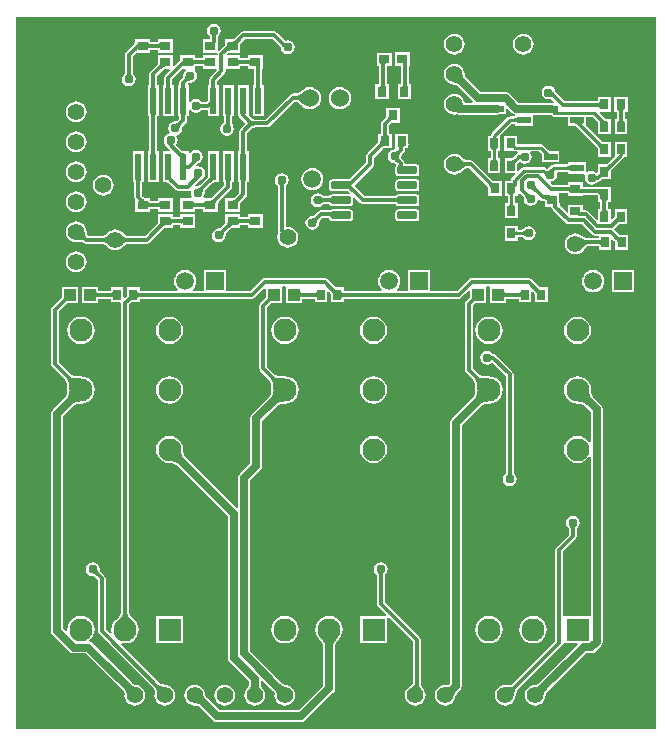
<source format=gtl>
G04*
G04 #@! TF.GenerationSoftware,Altium Limited,Altium Designer,22.11.1 (43)*
G04*
G04 Layer_Physical_Order=1*
G04 Layer_Color=255*
%FSLAX23Y23*%
%MOIN*%
G70*
G04*
G04 #@! TF.SameCoordinates,04B4AB74-AA84-4CEB-9DF3-F5B4E246035C*
G04*
G04*
G04 #@! TF.FilePolarity,Positive*
G04*
G01*
G75*
%ADD10C,0.010*%
%ADD22R,0.035X0.028*%
%ADD23R,0.045X0.024*%
%ADD24R,0.035X0.031*%
%ADD25R,0.031X0.035*%
%ADD26R,0.031X0.035*%
%ADD27R,0.022X0.090*%
G04:AMPARAMS|DCode=28|XSize=26mil|YSize=65mil|CornerRadius=2mil|HoleSize=0mil|Usage=FLASHONLY|Rotation=90.000|XOffset=0mil|YOffset=0mil|HoleType=Round|Shape=RoundedRectangle|*
%AMROUNDEDRECTD28*
21,1,0.026,0.061,0,0,90.0*
21,1,0.022,0.065,0,0,90.0*
1,1,0.004,0.031,0.011*
1,1,0.004,0.031,-0.011*
1,1,0.004,-0.031,-0.011*
1,1,0.004,-0.031,0.011*
%
%ADD28ROUNDEDRECTD28*%
%ADD29R,0.028X0.035*%
%ADD30R,0.039X0.039*%
%ADD31R,0.035X0.031*%
%ADD49C,0.012*%
%ADD50C,0.025*%
%ADD51C,0.060*%
%ADD52C,0.059*%
%ADD53C,0.250*%
%ADD54C,0.055*%
%ADD55R,0.059X0.059*%
%ADD56C,0.077*%
%ADD57R,0.077X0.077*%
%ADD58C,0.031*%
G36*
X6771Y4940D02*
X6771Y2567D01*
X4639Y2567D01*
Y4940D01*
X6771Y4940D01*
D02*
G37*
%LPC*%
G36*
X5044Y4868D02*
X5044Y4868D01*
X5037D01*
Y4861D01*
X5037Y4860D01*
X5037Y4859D01*
X5036Y4858D01*
X5036Y4857D01*
X5035Y4855D01*
X5034Y4853D01*
X5032Y4852D01*
X5029Y4848D01*
X5006Y4824D01*
X5003Y4820D01*
X5002Y4815D01*
Y4754D01*
X5002Y4754D01*
X5002Y4753D01*
X5001Y4752D01*
X5001Y4752D01*
X5001Y4751D01*
X5000Y4750D01*
X5000Y4750D01*
X5000Y4749D01*
X4999Y4749D01*
X4994Y4741D01*
X4992Y4733D01*
X4994Y4724D01*
X4999Y4716D01*
X5006Y4711D01*
X5015Y4710D01*
X5024Y4711D01*
X5031Y4716D01*
X5036Y4724D01*
X5038Y4733D01*
X5036Y4741D01*
X5031Y4749D01*
X5030Y4749D01*
X5030Y4750D01*
X5030Y4750D01*
X5029Y4751D01*
X5029Y4752D01*
X5029Y4752D01*
X5028Y4753D01*
X5028Y4754D01*
X5028Y4754D01*
Y4810D01*
X5041Y4822D01*
X5044D01*
X5044Y4822D01*
X5044Y4822D01*
X5086D01*
Y4831D01*
X5087Y4831D01*
X5088Y4832D01*
X5089Y4832D01*
X5110D01*
X5111Y4832D01*
X5112Y4831D01*
X5112Y4831D01*
Y4822D01*
X5161D01*
Y4868D01*
X5112D01*
Y4858D01*
X5112Y4858D01*
X5111Y4858D01*
X5110Y4858D01*
X5089D01*
X5088Y4858D01*
X5087Y4858D01*
X5086Y4858D01*
Y4868D01*
X5044D01*
X5044Y4868D01*
D02*
G37*
G36*
X5298Y4918D02*
X5290Y4916D01*
X5282Y4911D01*
X5277Y4904D01*
X5276Y4895D01*
X5277Y4886D01*
X5282Y4879D01*
X5283Y4878D01*
X5284Y4878D01*
X5284Y4877D01*
X5284Y4877D01*
X5285Y4876D01*
X5285Y4875D01*
X5285Y4874D01*
X5285Y4873D01*
X5285Y4873D01*
Y4870D01*
X5285Y4869D01*
X5285Y4868D01*
X5285Y4868D01*
X5262D01*
Y4822D01*
X5307D01*
X5311Y4818D01*
X5311Y4815D01*
X5310Y4813D01*
X5262D01*
Y4803D01*
X5262Y4803D01*
X5261Y4803D01*
X5260Y4803D01*
X5239D01*
X5238Y4803D01*
X5237Y4803D01*
X5236Y4803D01*
Y4813D01*
X5187D01*
Y4802D01*
X5187Y4801D01*
X5186Y4800D01*
X5186Y4798D01*
X5185Y4797D01*
X5184Y4795D01*
X5182Y4793D01*
X5179Y4789D01*
X5166Y4776D01*
X5161Y4778D01*
Y4813D01*
X5112D01*
Y4785D01*
X5111Y4784D01*
X5108Y4780D01*
X5087Y4759D01*
X5084Y4755D01*
X5083Y4750D01*
Y4716D01*
X5083Y4716D01*
X5083Y4714D01*
X5083Y4714D01*
X5079D01*
Y4707D01*
X5079Y4707D01*
X5079Y4707D01*
Y4618D01*
X5079Y4617D01*
X5079Y4617D01*
Y4610D01*
X5083D01*
X5083Y4608D01*
Y4553D01*
X5083Y4552D01*
Y4528D01*
X5083Y4527D01*
Y4496D01*
X5083Y4496D01*
X5083Y4494D01*
X5083Y4494D01*
X5079D01*
Y4487D01*
X5079Y4487D01*
X5079Y4487D01*
Y4390D01*
X5115D01*
Y4487D01*
X5115Y4487D01*
X5115Y4487D01*
Y4494D01*
X5110D01*
X5110Y4497D01*
Y4528D01*
X5110Y4529D01*
Y4551D01*
X5110Y4552D01*
Y4608D01*
X5110Y4609D01*
X5110Y4610D01*
X5110Y4610D01*
X5115D01*
Y4617D01*
X5115Y4617D01*
X5115Y4618D01*
Y4707D01*
X5115Y4707D01*
X5115Y4707D01*
Y4714D01*
X5110D01*
X5110Y4717D01*
Y4744D01*
X5128Y4763D01*
X5130Y4765D01*
X5132Y4766D01*
X5134Y4767D01*
X5134Y4767D01*
X5150D01*
X5152Y4762D01*
X5137Y4748D01*
X5135Y4743D01*
X5133Y4738D01*
Y4716D01*
X5133Y4716D01*
X5133Y4714D01*
X5133Y4714D01*
X5129D01*
Y4707D01*
X5129Y4707D01*
X5129Y4707D01*
Y4610D01*
X5165D01*
Y4707D01*
X5165Y4707D01*
X5165Y4707D01*
Y4714D01*
X5160D01*
X5160Y4717D01*
Y4733D01*
X5193Y4766D01*
X5193Y4766D01*
X5194Y4766D01*
X5194Y4767D01*
X5195Y4767D01*
X5195Y4767D01*
X5203D01*
X5205Y4762D01*
X5204Y4761D01*
X5199Y4754D01*
X5197Y4745D01*
X5197Y4744D01*
X5197Y4743D01*
X5197Y4743D01*
X5197Y4742D01*
X5197Y4741D01*
X5196Y4741D01*
X5196Y4740D01*
X5195Y4739D01*
X5195Y4739D01*
X5187Y4731D01*
X5185Y4727D01*
X5183Y4722D01*
Y4716D01*
X5183Y4716D01*
X5183Y4714D01*
X5183Y4714D01*
X5179D01*
Y4707D01*
X5179Y4707D01*
X5179Y4707D01*
Y4618D01*
X5179Y4617D01*
X5179Y4617D01*
Y4610D01*
X5183D01*
X5183Y4608D01*
Y4602D01*
X5176Y4595D01*
X5176Y4595D01*
X5175Y4594D01*
X5174Y4594D01*
X5174Y4593D01*
X5173Y4593D01*
X5172Y4593D01*
X5172Y4593D01*
X5171Y4593D01*
X5170Y4593D01*
X5161Y4591D01*
X5154Y4586D01*
X5149Y4579D01*
X5147Y4570D01*
X5149Y4561D01*
X5151Y4557D01*
X5149Y4552D01*
X5146Y4551D01*
X5139Y4546D01*
X5134Y4539D01*
X5132Y4530D01*
X5134Y4521D01*
X5136Y4517D01*
X5137Y4515D01*
X5140Y4511D01*
X5151Y4499D01*
X5149Y4494D01*
X5129D01*
Y4390D01*
X5144D01*
X5145Y4389D01*
X5149Y4387D01*
X5170Y4366D01*
X5174Y4363D01*
X5179Y4362D01*
X5212D01*
X5217Y4363D01*
X5219Y4364D01*
X5223Y4361D01*
X5222Y4355D01*
X5224Y4346D01*
X5226Y4343D01*
X5224Y4338D01*
X5187D01*
Y4292D01*
X5236D01*
Y4301D01*
X5237Y4301D01*
X5238Y4302D01*
X5239Y4302D01*
X5260D01*
X5261Y4302D01*
X5262Y4301D01*
X5262Y4301D01*
Y4292D01*
X5311D01*
Y4315D01*
X5311Y4315D01*
X5311Y4315D01*
Y4320D01*
X5312Y4321D01*
X5315Y4325D01*
X5356Y4366D01*
X5359Y4370D01*
X5360Y4375D01*
Y4388D01*
X5360Y4389D01*
X5360Y4390D01*
X5360Y4390D01*
X5365D01*
Y4397D01*
X5365Y4397D01*
X5365Y4398D01*
Y4494D01*
X5329D01*
Y4398D01*
X5329Y4397D01*
X5329Y4397D01*
Y4390D01*
X5333D01*
X5333Y4388D01*
Y4380D01*
X5294Y4341D01*
X5293Y4340D01*
X5291Y4339D01*
X5290Y4338D01*
X5290Y4338D01*
X5266D01*
X5264Y4343D01*
X5266Y4346D01*
X5268Y4355D01*
X5268Y4357D01*
Y4357D01*
X5268Y4357D01*
X5268Y4358D01*
X5268Y4359D01*
X5268Y4359D01*
X5269Y4360D01*
X5269Y4361D01*
X5269Y4361D01*
X5270Y4361D01*
X5294Y4386D01*
X5296Y4388D01*
X5298Y4389D01*
X5299Y4390D01*
X5315D01*
Y4494D01*
X5279D01*
Y4409D01*
X5278Y4408D01*
X5275Y4404D01*
X5251Y4380D01*
X5250Y4380D01*
X5250Y4379D01*
X5249Y4379D01*
X5248Y4378D01*
X5248Y4378D01*
X5247Y4378D01*
X5246Y4378D01*
X5246Y4378D01*
X5245Y4378D01*
X5240Y4377D01*
X5237Y4382D01*
X5252Y4396D01*
X5254Y4398D01*
X5254Y4398D01*
X5255Y4399D01*
X5256Y4399D01*
X5263Y4404D01*
X5268Y4411D01*
X5270Y4420D01*
X5268Y4429D01*
X5263Y4436D01*
X5256Y4441D01*
X5247Y4443D01*
X5242Y4442D01*
X5240Y4447D01*
X5244Y4451D01*
X5246Y4453D01*
X5247Y4453D01*
X5248Y4454D01*
X5248Y4454D01*
X5255Y4459D01*
X5260Y4466D01*
X5262Y4475D01*
X5260Y4484D01*
X5255Y4491D01*
X5248Y4496D01*
X5239Y4498D01*
X5230Y4496D01*
X5223Y4491D01*
X5220Y4486D01*
X5215Y4488D01*
Y4494D01*
X5198D01*
X5198Y4494D01*
X5198Y4494D01*
X5194D01*
X5194Y4495D01*
X5190Y4498D01*
X5172Y4515D01*
X5176Y4521D01*
X5178Y4530D01*
X5176Y4539D01*
X5174Y4543D01*
X5176Y4548D01*
X5179Y4549D01*
X5186Y4554D01*
X5191Y4561D01*
X5193Y4570D01*
X5193Y4571D01*
X5193Y4572D01*
X5193Y4572D01*
X5193Y4573D01*
X5193Y4574D01*
X5194Y4574D01*
X5194Y4575D01*
X5195Y4576D01*
X5195Y4576D01*
X5206Y4587D01*
X5209Y4592D01*
X5210Y4597D01*
Y4608D01*
X5210Y4609D01*
X5210Y4610D01*
X5210Y4610D01*
X5215D01*
Y4617D01*
X5215Y4617D01*
X5215Y4618D01*
Y4632D01*
X5220Y4633D01*
X5223Y4628D01*
X5230Y4623D01*
X5239Y4622D01*
X5248Y4623D01*
X5255Y4628D01*
X5256Y4629D01*
X5256Y4630D01*
X5257Y4630D01*
X5258Y4630D01*
X5258Y4631D01*
X5259Y4631D01*
X5260Y4631D01*
X5261Y4631D01*
X5261Y4631D01*
X5279D01*
Y4610D01*
X5315D01*
Y4707D01*
X5315Y4707D01*
X5315Y4707D01*
Y4714D01*
X5310D01*
X5310Y4717D01*
Y4727D01*
X5334Y4750D01*
X5336Y4755D01*
X5338Y4760D01*
Y4767D01*
X5386D01*
Y4776D01*
X5387Y4776D01*
X5388Y4776D01*
X5389Y4777D01*
X5410D01*
X5411Y4776D01*
X5412Y4776D01*
X5412Y4776D01*
Y4767D01*
X5433D01*
X5433Y4767D01*
X5433Y4766D01*
X5433Y4765D01*
Y4716D01*
X5433Y4716D01*
X5433Y4714D01*
X5433Y4714D01*
X5429D01*
Y4707D01*
X5429Y4707D01*
X5429Y4707D01*
Y4610D01*
X5465D01*
Y4707D01*
X5465Y4707D01*
X5465Y4707D01*
Y4714D01*
X5460D01*
X5460Y4717D01*
Y4767D01*
X5460Y4767D01*
X5461D01*
Y4774D01*
X5461Y4774D01*
X5461Y4774D01*
X5461Y4774D01*
X5461Y4774D01*
Y4813D01*
X5412D01*
Y4803D01*
X5412Y4803D01*
X5411Y4803D01*
X5410Y4803D01*
X5389D01*
X5388Y4803D01*
X5387Y4803D01*
X5386Y4803D01*
Y4813D01*
X5345D01*
X5343Y4817D01*
X5344Y4818D01*
X5346Y4820D01*
X5348Y4822D01*
X5348Y4822D01*
X5386D01*
Y4845D01*
X5386Y4845D01*
X5386Y4845D01*
Y4850D01*
X5387Y4851D01*
X5390Y4855D01*
X5402Y4867D01*
X5495D01*
X5520Y4842D01*
X5520Y4842D01*
X5520Y4841D01*
X5521Y4840D01*
X5521Y4839D01*
X5522Y4838D01*
X5522Y4838D01*
X5522Y4837D01*
X5523Y4836D01*
X5523Y4835D01*
X5523Y4834D01*
X5524Y4831D01*
X5529Y4824D01*
X5536Y4819D01*
X5545Y4817D01*
X5554Y4819D01*
X5561Y4824D01*
X5566Y4831D01*
X5568Y4840D01*
X5566Y4849D01*
X5561Y4856D01*
X5554Y4861D01*
X5545Y4863D01*
X5540Y4862D01*
X5540Y4862D01*
X5539Y4862D01*
X5539Y4862D01*
X5538Y4862D01*
X5538Y4862D01*
X5537Y4862D01*
X5537Y4862D01*
X5536Y4863D01*
X5536Y4863D01*
X5536Y4863D01*
X5509Y4889D01*
X5505Y4892D01*
X5500Y4893D01*
X5397D01*
X5392Y4892D01*
X5387Y4889D01*
X5373Y4875D01*
X5368Y4871D01*
X5366Y4869D01*
X5364Y4868D01*
X5364Y4868D01*
X5337D01*
Y4851D01*
X5337Y4850D01*
X5336Y4849D01*
X5335Y4848D01*
X5333Y4845D01*
X5316Y4828D01*
X5311Y4830D01*
Y4855D01*
X5312Y4857D01*
Y4873D01*
X5312Y4873D01*
X5312Y4874D01*
X5312Y4875D01*
X5312Y4876D01*
X5313Y4877D01*
X5313Y4877D01*
X5313Y4878D01*
X5314Y4878D01*
X5315Y4879D01*
X5320Y4886D01*
X5321Y4895D01*
X5320Y4904D01*
X5315Y4911D01*
X5307Y4916D01*
X5298Y4918D01*
D02*
G37*
G36*
X6330Y4885D02*
X6321Y4884D01*
X6313Y4880D01*
X6305Y4875D01*
X6300Y4867D01*
X6296Y4859D01*
X6295Y4850D01*
X6296Y4841D01*
X6300Y4833D01*
X6305Y4825D01*
X6313Y4820D01*
X6321Y4816D01*
X6330Y4815D01*
X6339Y4816D01*
X6347Y4820D01*
X6355Y4825D01*
X6360Y4833D01*
X6364Y4841D01*
X6365Y4850D01*
X6364Y4859D01*
X6360Y4867D01*
X6355Y4875D01*
X6347Y4880D01*
X6339Y4884D01*
X6330Y4885D01*
D02*
G37*
G36*
X6100D02*
X6091Y4884D01*
X6083Y4880D01*
X6075Y4875D01*
X6070Y4867D01*
X6066Y4859D01*
X6065Y4850D01*
X6066Y4841D01*
X6070Y4833D01*
X6075Y4825D01*
X6083Y4820D01*
X6091Y4816D01*
X6100Y4815D01*
X6109Y4816D01*
X6117Y4820D01*
X6125Y4825D01*
X6130Y4833D01*
X6134Y4841D01*
X6135Y4850D01*
X6134Y4859D01*
X6130Y4867D01*
X6125Y4875D01*
X6117Y4880D01*
X6109Y4884D01*
X6100Y4885D01*
D02*
G37*
G36*
X5952Y4823D02*
X5902D01*
Y4777D01*
X5923D01*
X5924Y4777D01*
X5924Y4776D01*
X5924Y4775D01*
Y4719D01*
X5924Y4718D01*
X5924Y4717D01*
X5924Y4716D01*
X5912D01*
Y4667D01*
X5957D01*
Y4716D01*
X5951D01*
X5951Y4717D01*
X5950Y4718D01*
X5950Y4719D01*
Y4777D01*
X5950Y4777D01*
X5952D01*
Y4784D01*
X5952Y4784D01*
X5952Y4784D01*
X5952Y4784D01*
X5952Y4784D01*
Y4823D01*
D02*
G37*
G36*
X5892Y4821D02*
X5842D01*
Y4779D01*
X5849D01*
X5849Y4779D01*
X5849Y4778D01*
X5849Y4777D01*
Y4719D01*
X5849Y4718D01*
X5849Y4717D01*
X5849Y4716D01*
X5837D01*
Y4667D01*
X5882D01*
Y4716D01*
X5876D01*
X5876Y4717D01*
X5876Y4718D01*
X5876Y4719D01*
Y4777D01*
X5876Y4778D01*
X5876Y4779D01*
X5876Y4779D01*
X5892D01*
Y4821D01*
D02*
G37*
G36*
X6100Y4785D02*
X6091Y4784D01*
X6083Y4780D01*
X6075Y4775D01*
X6070Y4767D01*
X6066Y4759D01*
X6065Y4750D01*
X6066Y4741D01*
X6070Y4733D01*
X6075Y4725D01*
X6083Y4720D01*
X6091Y4716D01*
X6100Y4715D01*
X6101Y4715D01*
X6101Y4715D01*
X6103Y4715D01*
X6104Y4715D01*
X6105Y4714D01*
X6107Y4714D01*
X6108Y4713D01*
X6110Y4712D01*
X6112Y4710D01*
X6162Y4660D01*
X6160Y4655D01*
X6139D01*
X6139Y4655D01*
X6137Y4655D01*
X6136Y4656D01*
X6135Y4656D01*
X6134Y4656D01*
X6134Y4657D01*
X6134Y4657D01*
X6134Y4657D01*
X6134Y4657D01*
X6134Y4659D01*
X6130Y4667D01*
X6125Y4675D01*
X6117Y4680D01*
X6109Y4684D01*
X6100Y4685D01*
X6091Y4684D01*
X6083Y4680D01*
X6075Y4675D01*
X6070Y4667D01*
X6066Y4659D01*
X6065Y4650D01*
X6066Y4641D01*
X6070Y4633D01*
X6075Y4625D01*
X6083Y4620D01*
X6091Y4616D01*
X6100Y4615D01*
X6109Y4616D01*
X6115Y4615D01*
X6244D01*
X6249Y4616D01*
X6273D01*
Y4633D01*
X6278Y4635D01*
X6292Y4621D01*
X6298Y4617D01*
X6303Y4616D01*
Y4610D01*
X6302Y4610D01*
X6302Y4610D01*
X6285D01*
X6281Y4609D01*
X6277Y4606D01*
X6225Y4554D01*
X6222Y4550D01*
X6221Y4545D01*
Y4545D01*
X6212D01*
Y4495D01*
X6221D01*
X6221Y4495D01*
X6221Y4495D01*
Y4470D01*
X6221Y4470D01*
X6221Y4470D01*
X6213D01*
Y4420D01*
X6254D01*
Y4470D01*
X6246D01*
X6246Y4470D01*
X6246Y4470D01*
Y4495D01*
X6246Y4495D01*
X6246Y4495D01*
X6254D01*
Y4545D01*
X6254D01*
X6253Y4547D01*
X6291Y4585D01*
X6302D01*
X6302Y4585D01*
X6303Y4585D01*
Y4579D01*
X6362D01*
Y4615D01*
X6420D01*
X6422Y4615D01*
X6423Y4615D01*
X6423Y4614D01*
X6424Y4614D01*
X6425Y4614D01*
X6425Y4613D01*
X6426Y4613D01*
X6430Y4610D01*
X6434Y4609D01*
X6480D01*
Y4579D01*
X6499D01*
X6499Y4579D01*
X6500Y4578D01*
X6501Y4578D01*
X6503Y4578D01*
X6504Y4577D01*
X6505Y4576D01*
X6506Y4575D01*
X6507Y4574D01*
X6576Y4506D01*
X6577Y4505D01*
X6578Y4503D01*
X6579Y4502D01*
X6580Y4501D01*
Y4497D01*
X6580Y4497D01*
X6580Y4497D01*
Y4475D01*
X6621D01*
Y4525D01*
X6599D01*
X6599Y4525D01*
X6599Y4525D01*
X6595D01*
X6594Y4525D01*
X6591Y4528D01*
X6539Y4580D01*
Y4609D01*
X6561D01*
X6579Y4592D01*
X6580Y4591D01*
Y4550D01*
X6621D01*
Y4600D01*
X6608D01*
X6608Y4600D01*
X6607Y4600D01*
X6606Y4600D01*
X6606Y4601D01*
X6605Y4601D01*
X6604Y4602D01*
X6603Y4603D01*
X6602Y4603D01*
X6585Y4621D01*
X6586Y4625D01*
X6623D01*
Y4675D01*
X6578D01*
Y4661D01*
X6577Y4661D01*
X6576Y4661D01*
X6575Y4661D01*
X6468D01*
X6440Y4689D01*
X6439Y4690D01*
X6438Y4691D01*
X6438Y4692D01*
X6437Y4693D01*
X6437Y4694D01*
X6437Y4695D01*
X6436Y4696D01*
X6436Y4696D01*
X6436Y4698D01*
X6431Y4706D01*
X6423Y4711D01*
X6414Y4712D01*
X6406Y4711D01*
X6398Y4706D01*
X6393Y4698D01*
X6392Y4689D01*
X6393Y4681D01*
X6398Y4673D01*
X6406Y4668D01*
X6414Y4666D01*
X6420Y4668D01*
X6421Y4668D01*
X6421Y4668D01*
X6422Y4668D01*
X6422Y4668D01*
X6422Y4668D01*
X6423Y4668D01*
X6423Y4668D01*
X6424Y4667D01*
X6424Y4667D01*
X6424Y4667D01*
X6433Y4658D01*
X6431Y4654D01*
X6426D01*
X6421Y4655D01*
X6314D01*
X6285Y4684D01*
X6278Y4688D01*
X6271Y4690D01*
X6188D01*
X6140Y4739D01*
X6138Y4740D01*
X6137Y4742D01*
X6136Y4743D01*
X6136Y4745D01*
X6135Y4746D01*
X6135Y4747D01*
X6135Y4749D01*
X6135Y4749D01*
X6135Y4750D01*
X6134Y4759D01*
X6130Y4767D01*
X6125Y4775D01*
X6117Y4780D01*
X6109Y4784D01*
X6100Y4785D01*
D02*
G37*
G36*
X5719Y4707D02*
X5709Y4706D01*
X5700Y4702D01*
X5692Y4696D01*
X5686Y4689D01*
X5683Y4680D01*
X5681Y4670D01*
X5683Y4660D01*
X5686Y4651D01*
X5692Y4644D01*
X5700Y4638D01*
X5709Y4634D01*
X5719Y4633D01*
X5728Y4634D01*
X5737Y4638D01*
X5745Y4644D01*
X5751Y4651D01*
X5755Y4660D01*
X5756Y4670D01*
X5755Y4680D01*
X5751Y4689D01*
X5745Y4696D01*
X5737Y4702D01*
X5728Y4706D01*
X5719Y4707D01*
D02*
G37*
G36*
X5415Y4714D02*
X5379D01*
Y4610D01*
X5384D01*
X5384Y4608D01*
X5387Y4603D01*
X5403Y4588D01*
X5403Y4587D01*
X5404Y4587D01*
X5404Y4586D01*
X5404Y4586D01*
X5404Y4586D01*
X5404Y4585D01*
X5403Y4584D01*
X5403Y4584D01*
X5387Y4568D01*
X5385Y4564D01*
X5383Y4559D01*
Y4496D01*
X5383Y4496D01*
X5383Y4494D01*
X5383Y4494D01*
X5379D01*
Y4487D01*
X5379Y4487D01*
X5379Y4487D01*
Y4398D01*
X5379Y4397D01*
X5379Y4397D01*
Y4390D01*
X5383D01*
X5383Y4388D01*
Y4355D01*
X5370Y4342D01*
X5368Y4340D01*
X5366Y4339D01*
X5365Y4338D01*
X5365Y4338D01*
X5337D01*
Y4292D01*
X5386D01*
Y4320D01*
X5387Y4321D01*
X5390Y4325D01*
X5406Y4341D01*
X5409Y4345D01*
X5410Y4350D01*
Y4388D01*
X5410Y4389D01*
X5410Y4390D01*
X5410Y4390D01*
X5415D01*
Y4397D01*
X5415Y4397D01*
X5415Y4398D01*
Y4487D01*
X5415Y4487D01*
X5415Y4487D01*
Y4494D01*
X5410D01*
X5410Y4497D01*
Y4553D01*
X5424Y4568D01*
X5425Y4569D01*
X5427Y4570D01*
X5428Y4570D01*
X5430Y4571D01*
X5431Y4572D01*
X5433Y4572D01*
X5435Y4573D01*
X5436Y4573D01*
X5477D01*
X5482Y4574D01*
X5486Y4577D01*
X5569Y4659D01*
X5572D01*
X5574Y4659D01*
X5576Y4658D01*
X5577Y4658D01*
X5579Y4656D01*
X5581Y4655D01*
X5583Y4653D01*
X5588Y4649D01*
X5590Y4646D01*
X5591Y4646D01*
X5592Y4644D01*
X5600Y4638D01*
X5609Y4634D01*
X5619Y4633D01*
X5628Y4634D01*
X5637Y4638D01*
X5645Y4644D01*
X5651Y4651D01*
X5655Y4660D01*
X5656Y4670D01*
X5655Y4680D01*
X5651Y4689D01*
X5645Y4696D01*
X5637Y4702D01*
X5628Y4706D01*
X5619Y4707D01*
X5609Y4706D01*
X5600Y4702D01*
X5595Y4698D01*
X5595Y4698D01*
X5593Y4697D01*
X5592Y4696D01*
X5592Y4696D01*
X5591Y4696D01*
X5586Y4691D01*
X5583Y4690D01*
X5581Y4688D01*
X5579Y4687D01*
X5577Y4686D01*
X5575Y4686D01*
X5573Y4686D01*
X5563D01*
X5558Y4685D01*
X5554Y4682D01*
X5472Y4599D01*
X5436D01*
X5435Y4599D01*
X5433Y4600D01*
X5431Y4600D01*
X5430Y4601D01*
X5428Y4601D01*
X5427Y4602D01*
X5425Y4603D01*
X5424Y4604D01*
X5415Y4614D01*
Y4714D01*
D02*
G37*
G36*
X4840Y4660D02*
X4831Y4659D01*
X4823Y4655D01*
X4815Y4650D01*
X4810Y4642D01*
X4806Y4634D01*
X4805Y4625D01*
X4806Y4616D01*
X4810Y4608D01*
X4815Y4600D01*
X4823Y4595D01*
X4831Y4591D01*
X4840Y4590D01*
X4849Y4591D01*
X4857Y4595D01*
X4865Y4600D01*
X4870Y4608D01*
X4874Y4616D01*
X4875Y4625D01*
X4874Y4634D01*
X4870Y4642D01*
X4865Y4650D01*
X4857Y4655D01*
X4849Y4659D01*
X4840Y4660D01*
D02*
G37*
G36*
X6678Y4675D02*
X6633D01*
Y4625D01*
X6642D01*
X6642Y4625D01*
X6642Y4624D01*
X6642Y4623D01*
Y4602D01*
X6642Y4601D01*
X6642Y4600D01*
X6642Y4600D01*
X6635D01*
Y4550D01*
X6676D01*
Y4600D01*
X6669D01*
X6669Y4600D01*
X6669Y4601D01*
X6669Y4602D01*
Y4623D01*
X6669Y4624D01*
X6669Y4625D01*
X6669Y4625D01*
X6678D01*
Y4675D01*
D02*
G37*
G36*
X5365Y4714D02*
X5329D01*
Y4618D01*
X5329Y4617D01*
X5329Y4617D01*
Y4610D01*
X5333D01*
X5333Y4608D01*
Y4591D01*
X5333Y4591D01*
X5333Y4590D01*
X5333Y4590D01*
X5333Y4589D01*
X5333Y4589D01*
X5333Y4589D01*
X5332Y4588D01*
X5332Y4588D01*
X5331Y4588D01*
X5331Y4587D01*
X5326Y4584D01*
X5321Y4577D01*
X5320Y4568D01*
X5321Y4559D01*
X5326Y4552D01*
X5334Y4547D01*
X5343Y4545D01*
X5351Y4547D01*
X5359Y4552D01*
X5364Y4559D01*
X5365Y4568D01*
X5364Y4577D01*
X5362Y4579D01*
X5362Y4579D01*
X5362Y4580D01*
X5361Y4581D01*
X5361Y4582D01*
X5361Y4583D01*
X5360Y4585D01*
X5360Y4586D01*
X5360Y4587D01*
Y4608D01*
X5360Y4609D01*
X5360Y4610D01*
X5360Y4610D01*
X5365D01*
Y4617D01*
X5365Y4617D01*
X5365Y4618D01*
Y4714D01*
D02*
G37*
G36*
X4840Y4560D02*
X4831Y4559D01*
X4823Y4555D01*
X4815Y4550D01*
X4810Y4542D01*
X4806Y4534D01*
X4805Y4525D01*
X4806Y4516D01*
X4810Y4508D01*
X4815Y4500D01*
X4823Y4495D01*
X4831Y4491D01*
X4840Y4490D01*
X4849Y4491D01*
X4857Y4495D01*
X4865Y4500D01*
X4870Y4508D01*
X4874Y4516D01*
X4875Y4525D01*
X4874Y4534D01*
X4870Y4542D01*
X4865Y4550D01*
X4857Y4555D01*
X4849Y4559D01*
X4840Y4560D01*
D02*
G37*
G36*
X5947Y4552D02*
X5902D01*
Y4504D01*
X5902Y4503D01*
X5899Y4499D01*
X5893Y4498D01*
X5885Y4493D01*
X5880Y4485D01*
X5879Y4477D01*
X5880Y4468D01*
X5885Y4460D01*
X5893Y4455D01*
X5897Y4455D01*
X5897Y4454D01*
X5898Y4454D01*
X5899Y4454D01*
X5900Y4454D01*
X5901Y4453D01*
X5902Y4453D01*
X5903Y4452D01*
X5903Y4452D01*
X5904Y4451D01*
X5905Y4451D01*
X5907Y4447D01*
X5906Y4446D01*
X5905Y4444D01*
X5904Y4441D01*
Y4419D01*
X5905Y4416D01*
X5907Y4413D01*
X5910Y4411D01*
X5914Y4410D01*
X5975D01*
X5978Y4411D01*
X5981Y4413D01*
X5983Y4416D01*
X5984Y4419D01*
Y4441D01*
X5983Y4444D01*
X5981Y4447D01*
X5978Y4449D01*
X5975Y4450D01*
X5935D01*
X5935Y4450D01*
Y4453D01*
X5934Y4458D01*
X5931Y4462D01*
X5925Y4468D01*
X5925Y4468D01*
X5924Y4469D01*
X5924Y4469D01*
X5924Y4470D01*
X5924Y4470D01*
X5924Y4471D01*
X5924Y4471D01*
X5924Y4472D01*
X5924Y4473D01*
X5924Y4473D01*
X5924Y4477D01*
X5924Y4478D01*
X5924Y4479D01*
X5924Y4479D01*
X5925Y4480D01*
X5925Y4481D01*
X5925Y4481D01*
X5926Y4482D01*
X5926Y4483D01*
X5926Y4483D01*
X5933Y4489D01*
X5936Y4494D01*
X5937Y4499D01*
Y4501D01*
X5937Y4502D01*
X5937Y4503D01*
X5947D01*
Y4514D01*
X5948Y4516D01*
X5947Y4517D01*
Y4552D01*
D02*
G37*
G36*
X4840Y4460D02*
X4831Y4459D01*
X4823Y4455D01*
X4815Y4450D01*
X4810Y4442D01*
X4806Y4434D01*
X4805Y4425D01*
X4806Y4416D01*
X4810Y4408D01*
X4815Y4400D01*
X4823Y4395D01*
X4831Y4391D01*
X4840Y4390D01*
X4849Y4391D01*
X4857Y4395D01*
X4865Y4400D01*
X4870Y4408D01*
X4874Y4416D01*
X4875Y4425D01*
X4874Y4434D01*
X4870Y4442D01*
X4865Y4450D01*
X4857Y4455D01*
X4849Y4459D01*
X4840Y4460D01*
D02*
G37*
G36*
X6309Y4545D02*
X6267D01*
Y4495D01*
X6296D01*
X6298Y4494D01*
X6303Y4493D01*
X6309D01*
X6312Y4488D01*
X6312Y4487D01*
X6310Y4486D01*
X6306Y4484D01*
X6295Y4473D01*
X6293Y4471D01*
X6292Y4470D01*
X6291Y4470D01*
X6268D01*
Y4420D01*
X6301D01*
X6303Y4416D01*
X6293Y4406D01*
X6290Y4402D01*
X6289Y4397D01*
Y4395D01*
X6289Y4395D01*
X6268D01*
Y4345D01*
X6278D01*
X6278Y4345D01*
X6278Y4345D01*
Y4320D01*
X6278Y4320D01*
X6278Y4320D01*
X6268D01*
Y4270D01*
X6313D01*
Y4320D01*
X6303D01*
X6303Y4320D01*
X6303Y4320D01*
Y4345D01*
X6303Y4345D01*
X6303Y4345D01*
X6313D01*
Y4351D01*
X6314Y4352D01*
X6318Y4353D01*
X6331Y4341D01*
X6331Y4341D01*
X6331Y4340D01*
X6332Y4339D01*
X6332Y4339D01*
X6332Y4338D01*
X6332Y4337D01*
X6332Y4337D01*
X6332Y4336D01*
X6332Y4336D01*
X6332Y4334D01*
X6334Y4325D01*
X6339Y4318D01*
X6346Y4313D01*
X6355Y4311D01*
X6364Y4313D01*
X6371Y4318D01*
X6376Y4325D01*
X6378Y4332D01*
X6383Y4334D01*
X6386Y4330D01*
X6390Y4328D01*
X6395Y4326D01*
X6399D01*
X6399Y4326D01*
X6401Y4326D01*
X6401Y4326D01*
Y4307D01*
X6424D01*
X6425Y4303D01*
X6428Y4298D01*
X6472Y4254D01*
X6476Y4252D01*
X6481Y4251D01*
X6525D01*
X6560Y4216D01*
X6564Y4213D01*
X6569Y4212D01*
X6582D01*
Y4204D01*
X6581Y4204D01*
X6580Y4203D01*
X6579Y4203D01*
X6544D01*
X6543Y4203D01*
X6541Y4204D01*
X6539Y4205D01*
X6537Y4205D01*
X6535Y4206D01*
X6526Y4211D01*
X6523Y4213D01*
X6523Y4214D01*
X6521Y4215D01*
X6513Y4219D01*
X6504Y4220D01*
X6495Y4219D01*
X6486Y4215D01*
X6479Y4210D01*
X6473Y4202D01*
X6470Y4194D01*
X6469Y4185D01*
X6470Y4176D01*
X6473Y4168D01*
X6479Y4160D01*
X6486Y4155D01*
X6495Y4151D01*
X6504Y4150D01*
X6513Y4151D01*
X6521Y4155D01*
X6528Y4160D01*
X6532Y4165D01*
X6532Y4165D01*
X6534Y4167D01*
X6534Y4168D01*
X6534Y4168D01*
X6534Y4168D01*
X6536Y4170D01*
X6537Y4172D01*
X6539Y4173D01*
X6540Y4174D01*
X6542Y4175D01*
X6543Y4176D01*
X6545Y4177D01*
X6546Y4177D01*
X6579D01*
X6580Y4177D01*
X6581Y4176D01*
X6582Y4176D01*
Y4165D01*
X6623D01*
Y4199D01*
X6628Y4201D01*
X6630Y4199D01*
X6634Y4195D01*
X6635Y4193D01*
X6636Y4191D01*
X6637Y4190D01*
Y4165D01*
X6678D01*
Y4215D01*
X6652D01*
X6652Y4215D01*
X6648Y4218D01*
X6634Y4232D01*
X6634Y4235D01*
X6645Y4246D01*
X6648Y4248D01*
X6649Y4250D01*
X6650Y4250D01*
X6676D01*
Y4300D01*
X6635D01*
Y4275D01*
X6634Y4274D01*
X6633Y4272D01*
X6627Y4266D01*
X6626Y4264D01*
X6621Y4266D01*
Y4300D01*
X6614D01*
X6614Y4300D01*
X6614Y4301D01*
X6614Y4302D01*
Y4323D01*
X6614Y4324D01*
X6614Y4325D01*
X6614Y4325D01*
X6623D01*
Y4375D01*
X6585D01*
X6585Y4375D01*
X6585Y4375D01*
X6585Y4375D01*
X6584Y4375D01*
X6578D01*
Y4373D01*
X6576Y4373D01*
X6531D01*
X6531Y4373D01*
X6529Y4374D01*
X6529Y4374D01*
Y4390D01*
X6480D01*
Y4381D01*
X6479Y4381D01*
X6478Y4381D01*
X6477Y4381D01*
X6429D01*
X6423Y4387D01*
X6424Y4393D01*
X6429Y4394D01*
X6436Y4399D01*
X6441Y4406D01*
X6443Y4415D01*
X6442Y4420D01*
X6446Y4425D01*
X6479D01*
X6479Y4425D01*
X6480Y4425D01*
Y4419D01*
X6534D01*
X6537Y4414D01*
X6537Y4414D01*
X6535Y4405D01*
X6537Y4396D01*
X6542Y4389D01*
X6549Y4384D01*
X6558Y4382D01*
X6567Y4384D01*
X6574Y4389D01*
X6576Y4392D01*
X6576Y4392D01*
X6578Y4392D01*
X6580D01*
X6585Y4393D01*
X6590Y4396D01*
X6594Y4400D01*
X6623D01*
Y4430D01*
X6624Y4431D01*
X6626Y4433D01*
X6664Y4471D01*
X6667Y4475D01*
X6676D01*
Y4525D01*
X6635D01*
Y4477D01*
X6611Y4453D01*
X6609Y4451D01*
X6608Y4450D01*
X6607Y4450D01*
X6578D01*
Y4424D01*
X6577Y4424D01*
X6573Y4422D01*
X6567Y4426D01*
X6558Y4428D01*
X6549Y4426D01*
X6544Y4423D01*
X6539Y4425D01*
Y4456D01*
X6480D01*
Y4450D01*
X6479Y4450D01*
X6479Y4450D01*
X6433D01*
X6428Y4449D01*
X6424Y4446D01*
X6418Y4440D01*
X6417Y4440D01*
X6416Y4438D01*
X6415Y4438D01*
X6412Y4436D01*
X6411Y4436D01*
X6410Y4435D01*
X6409Y4435D01*
X6409Y4435D01*
X6409Y4435D01*
X6409Y4435D01*
X6408Y4435D01*
X6408Y4435D01*
X6408Y4435D01*
X6407Y4435D01*
X6407Y4436D01*
X6405Y4438D01*
X6401Y4441D01*
X6396Y4442D01*
X6334D01*
X6329Y4441D01*
X6325Y4438D01*
X6314Y4427D01*
X6309Y4429D01*
Y4452D01*
X6310Y4452D01*
X6312Y4455D01*
X6316Y4459D01*
X6319Y4459D01*
X6327Y4454D01*
X6335Y4452D01*
X6344Y4454D01*
X6352Y4459D01*
X6357Y4466D01*
X6358Y4475D01*
X6357Y4484D01*
X6354Y4488D01*
X6357Y4493D01*
X6384D01*
X6390Y4486D01*
X6391Y4485D01*
Y4456D01*
X6450D01*
Y4494D01*
X6420D01*
X6420Y4494D01*
X6419Y4494D01*
X6418Y4494D01*
X6417Y4495D01*
X6416Y4495D01*
X6415Y4496D01*
X6414Y4497D01*
X6414Y4497D01*
X6397Y4514D01*
X6393Y4516D01*
X6389Y4517D01*
X6309D01*
Y4545D01*
D02*
G37*
G36*
X5627Y4437D02*
X5617Y4436D01*
X5608Y4432D01*
X5601Y4426D01*
X5595Y4419D01*
X5591Y4410D01*
X5590Y4400D01*
X5591Y4391D01*
X5595Y4382D01*
X5601Y4374D01*
X5608Y4368D01*
X5617Y4365D01*
X5627Y4363D01*
X5636Y4365D01*
X5645Y4368D01*
X5653Y4374D01*
X5659Y4382D01*
X5662Y4391D01*
X5664Y4400D01*
X5662Y4410D01*
X5659Y4419D01*
X5653Y4426D01*
X5645Y4432D01*
X5636Y4436D01*
X5627Y4437D01*
D02*
G37*
G36*
X5975Y4400D02*
X5914D01*
X5910Y4399D01*
X5907Y4397D01*
X5905Y4394D01*
X5904Y4391D01*
Y4369D01*
X5905Y4366D01*
X5907Y4363D01*
X5910Y4361D01*
X5914Y4360D01*
X5975D01*
X5978Y4361D01*
X5981Y4363D01*
X5983Y4366D01*
X5984Y4369D01*
Y4391D01*
X5983Y4394D01*
X5981Y4397D01*
X5978Y4399D01*
X5975Y4400D01*
D02*
G37*
G36*
X6100Y4485D02*
X6091Y4484D01*
X6083Y4480D01*
X6075Y4475D01*
X6070Y4467D01*
X6066Y4459D01*
X6065Y4450D01*
X6066Y4441D01*
X6070Y4433D01*
X6075Y4425D01*
X6083Y4420D01*
X6091Y4416D01*
X6100Y4415D01*
X6109Y4416D01*
X6117Y4420D01*
X6125Y4425D01*
X6125Y4426D01*
X6127Y4428D01*
X6129Y4430D01*
X6132Y4432D01*
X6134Y4433D01*
X6136Y4434D01*
X6137Y4435D01*
X6139Y4436D01*
X6141Y4437D01*
X6142Y4437D01*
X6150D01*
X6208Y4378D01*
X6210Y4376D01*
X6211Y4375D01*
X6212Y4373D01*
X6213Y4373D01*
Y4345D01*
X6258D01*
Y4395D01*
X6230D01*
X6229Y4395D01*
X6226Y4398D01*
X6165Y4459D01*
X6160Y4462D01*
X6155Y4463D01*
X6142D01*
X6141Y4463D01*
X6139Y4464D01*
X6137Y4465D01*
X6136Y4466D01*
X6134Y4467D01*
X6132Y4468D01*
X6127Y4472D01*
X6125Y4474D01*
X6125Y4475D01*
X6117Y4480D01*
X6109Y4484D01*
X6100Y4485D01*
D02*
G37*
G36*
X4930Y4415D02*
X4921Y4414D01*
X4913Y4410D01*
X4905Y4405D01*
X4900Y4397D01*
X4896Y4389D01*
X4895Y4380D01*
X4896Y4371D01*
X4900Y4363D01*
X4905Y4355D01*
X4913Y4350D01*
X4921Y4346D01*
X4930Y4345D01*
X4939Y4346D01*
X4947Y4350D01*
X4955Y4355D01*
X4960Y4363D01*
X4964Y4371D01*
X4965Y4380D01*
X4964Y4389D01*
X4960Y4397D01*
X4955Y4405D01*
X4947Y4410D01*
X4939Y4414D01*
X4930Y4415D01*
D02*
G37*
G36*
X5920Y4638D02*
X5874D01*
Y4611D01*
X5874Y4610D01*
X5873Y4609D01*
X5867Y4602D01*
X5860Y4595D01*
X5857Y4591D01*
X5856Y4585D01*
Y4554D01*
X5856Y4554D01*
X5856Y4552D01*
X5856Y4552D01*
X5847D01*
Y4525D01*
X5847Y4525D01*
X5845Y4523D01*
X5839Y4516D01*
X5811Y4487D01*
X5808Y4483D01*
X5807Y4478D01*
Y4457D01*
X5750Y4400D01*
X5728D01*
X5728Y4400D01*
X5691D01*
X5688Y4399D01*
X5685Y4397D01*
X5683Y4394D01*
X5682Y4391D01*
Y4369D01*
X5683Y4366D01*
X5685Y4363D01*
X5688Y4361D01*
X5691Y4360D01*
X5746D01*
X5747Y4360D01*
X5750Y4357D01*
X5752Y4355D01*
X5750Y4350D01*
X5691D01*
X5688Y4349D01*
X5686Y4348D01*
X5685Y4348D01*
X5685Y4347D01*
X5685Y4347D01*
X5685Y4347D01*
X5685Y4347D01*
X5685Y4347D01*
X5684Y4346D01*
X5683Y4345D01*
X5683Y4345D01*
X5683Y4345D01*
X5683Y4345D01*
X5683Y4345D01*
X5682Y4344D01*
X5682Y4344D01*
X5681Y4344D01*
X5680Y4344D01*
X5679Y4344D01*
X5666D01*
X5666Y4344D01*
X5665Y4344D01*
X5665Y4344D01*
X5664Y4344D01*
X5663Y4345D01*
X5662Y4345D01*
X5662Y4345D01*
X5662Y4345D01*
X5661Y4346D01*
X5654Y4351D01*
X5645Y4353D01*
X5636Y4351D01*
X5629Y4346D01*
X5624Y4339D01*
X5623Y4336D01*
X5623Y4336D01*
X5622Y4330D01*
X5623Y4325D01*
X5623Y4325D01*
X5624Y4321D01*
X5629Y4314D01*
X5636Y4309D01*
X5645Y4307D01*
X5654Y4309D01*
X5661Y4314D01*
X5662Y4315D01*
X5662Y4315D01*
X5663Y4316D01*
X5663Y4316D01*
X5664Y4316D01*
X5664Y4317D01*
X5665Y4317D01*
X5666Y4317D01*
X5667Y4317D01*
X5667Y4317D01*
X5680D01*
X5681Y4317D01*
X5682Y4317D01*
X5682Y4317D01*
X5683Y4316D01*
X5685Y4313D01*
X5688Y4311D01*
X5691Y4310D01*
X5752D01*
X5756Y4311D01*
X5759Y4313D01*
X5761Y4316D01*
X5761Y4319D01*
Y4338D01*
X5766Y4341D01*
X5786Y4321D01*
X5791Y4318D01*
X5796Y4317D01*
X5902D01*
X5903Y4317D01*
X5905Y4316D01*
X5905Y4316D01*
X5905Y4316D01*
X5907Y4313D01*
X5910Y4311D01*
X5914Y4310D01*
X5975D01*
X5978Y4311D01*
X5981Y4313D01*
X5983Y4316D01*
X5984Y4319D01*
Y4341D01*
X5983Y4344D01*
X5981Y4347D01*
X5978Y4349D01*
X5975Y4350D01*
X5914D01*
X5910Y4349D01*
X5907Y4347D01*
X5905Y4344D01*
X5905Y4344D01*
X5905Y4344D01*
X5903Y4343D01*
X5902Y4343D01*
X5801D01*
X5766Y4379D01*
X5829Y4442D01*
X5832Y4446D01*
X5833Y4451D01*
Y4472D01*
X5859Y4498D01*
X5862Y4501D01*
X5863Y4502D01*
X5864Y4503D01*
X5892D01*
Y4552D01*
X5883D01*
X5883Y4552D01*
X5883Y4554D01*
X5883Y4554D01*
Y4580D01*
X5887Y4584D01*
X5889Y4586D01*
X5891Y4588D01*
X5892Y4588D01*
X5920D01*
Y4638D01*
D02*
G37*
G36*
X5065Y4494D02*
X5029D01*
Y4398D01*
X5029Y4397D01*
X5029Y4397D01*
Y4390D01*
X5033D01*
X5033Y4388D01*
Y4340D01*
X5035Y4335D01*
X5037Y4331D01*
X5037Y4331D01*
X5037Y4331D01*
X5037Y4331D01*
Y4331D01*
X5037Y4331D01*
X5037Y4330D01*
Y4292D01*
X5086D01*
Y4301D01*
X5087Y4301D01*
X5088Y4302D01*
X5089Y4302D01*
X5110D01*
X5111Y4302D01*
X5112Y4301D01*
X5112Y4301D01*
Y4292D01*
X5161D01*
Y4338D01*
X5112D01*
Y4328D01*
X5112Y4328D01*
X5111Y4328D01*
X5110Y4328D01*
X5089D01*
X5088Y4328D01*
X5087Y4328D01*
X5086Y4328D01*
Y4338D01*
X5073D01*
X5073Y4338D01*
X5072Y4338D01*
X5071Y4338D01*
X5070Y4338D01*
X5069Y4339D01*
X5068Y4339D01*
X5067Y4340D01*
X5065Y4341D01*
X5064Y4342D01*
X5063Y4342D01*
X5060Y4345D01*
Y4388D01*
X5060Y4389D01*
X5060Y4390D01*
X5060Y4390D01*
X5065D01*
Y4397D01*
X5065Y4397D01*
X5065Y4398D01*
Y4494D01*
D02*
G37*
G36*
X4840Y4360D02*
X4831Y4359D01*
X4823Y4355D01*
X4815Y4350D01*
X4810Y4342D01*
X4806Y4334D01*
X4805Y4325D01*
X4806Y4316D01*
X4810Y4308D01*
X4815Y4300D01*
X4823Y4295D01*
X4831Y4291D01*
X4840Y4290D01*
X4849Y4291D01*
X4857Y4295D01*
X4865Y4300D01*
X4870Y4308D01*
X4874Y4316D01*
X4875Y4325D01*
X4874Y4334D01*
X4870Y4342D01*
X4865Y4350D01*
X4857Y4355D01*
X4849Y4359D01*
X4840Y4360D01*
D02*
G37*
G36*
X5752Y4300D02*
X5691D01*
X5688Y4299D01*
X5686Y4298D01*
X5685Y4298D01*
X5685Y4298D01*
X5685Y4297D01*
X5685Y4297D01*
X5685Y4297D01*
X5684Y4297D01*
X5684Y4297D01*
X5683Y4296D01*
X5682Y4296D01*
X5680Y4296D01*
X5655D01*
X5650Y4295D01*
X5645Y4292D01*
X5633Y4280D01*
X5633Y4280D01*
X5632Y4279D01*
X5631Y4279D01*
X5630Y4278D01*
X5630Y4278D01*
X5629Y4278D01*
X5628Y4278D01*
X5628Y4278D01*
X5627Y4278D01*
X5618Y4276D01*
X5611Y4271D01*
X5606Y4264D01*
X5604Y4255D01*
X5606Y4246D01*
X5611Y4239D01*
X5618Y4234D01*
X5627Y4232D01*
X5636Y4234D01*
X5643Y4239D01*
X5648Y4246D01*
X5650Y4255D01*
X5649Y4256D01*
X5649Y4257D01*
X5650Y4257D01*
X5650Y4258D01*
X5650Y4259D01*
X5650Y4259D01*
X5651Y4260D01*
X5651Y4261D01*
X5651Y4261D01*
X5660Y4270D01*
X5680D01*
X5681Y4270D01*
X5682Y4269D01*
X5682Y4269D01*
Y4269D01*
X5683Y4266D01*
X5685Y4263D01*
X5688Y4261D01*
X5691Y4260D01*
X5752D01*
X5756Y4261D01*
X5759Y4263D01*
X5761Y4266D01*
X5761Y4269D01*
Y4291D01*
X5761Y4294D01*
X5759Y4297D01*
X5756Y4299D01*
X5752Y4300D01*
D02*
G37*
G36*
X5461Y4283D02*
X5412D01*
Y4273D01*
X5412Y4273D01*
X5411Y4273D01*
X5410Y4273D01*
X5389D01*
X5388Y4273D01*
X5387Y4273D01*
X5386Y4273D01*
Y4283D01*
X5337D01*
Y4260D01*
X5337Y4259D01*
X5337Y4259D01*
Y4255D01*
X5336Y4254D01*
X5333Y4250D01*
X5321Y4238D01*
X5321Y4238D01*
X5320Y4237D01*
X5319Y4237D01*
X5319Y4236D01*
X5318Y4236D01*
X5317Y4236D01*
X5317Y4236D01*
X5316Y4236D01*
X5315Y4236D01*
X5306Y4234D01*
X5299Y4229D01*
X5294Y4222D01*
X5292Y4213D01*
X5294Y4204D01*
X5299Y4197D01*
X5306Y4192D01*
X5315Y4190D01*
X5324Y4192D01*
X5331Y4197D01*
X5336Y4204D01*
X5338Y4213D01*
X5338Y4214D01*
X5338Y4215D01*
X5338Y4215D01*
X5338Y4216D01*
X5338Y4217D01*
X5339Y4217D01*
X5339Y4218D01*
X5340Y4219D01*
X5340Y4219D01*
X5354Y4233D01*
X5355Y4234D01*
X5357Y4236D01*
X5359Y4237D01*
X5359Y4237D01*
X5386D01*
Y4246D01*
X5387Y4246D01*
X5388Y4246D01*
X5389Y4247D01*
X5410D01*
X5411Y4246D01*
X5412Y4246D01*
X5412Y4246D01*
Y4237D01*
X5461D01*
Y4283D01*
D02*
G37*
G36*
X5236D02*
X5187D01*
Y4273D01*
X5187Y4273D01*
X5186Y4273D01*
X5185Y4273D01*
X5164D01*
X5163Y4273D01*
X5162Y4273D01*
X5161Y4273D01*
Y4283D01*
X5112D01*
Y4260D01*
X5112Y4259D01*
X5112Y4259D01*
Y4255D01*
X5111Y4254D01*
X5108Y4250D01*
X5070Y4211D01*
X5012D01*
X5011Y4212D01*
X5009Y4212D01*
X5007Y4213D01*
X5006Y4214D01*
X5004Y4215D01*
X5002Y4216D01*
X4997Y4220D01*
X4995Y4222D01*
X4995Y4223D01*
X4987Y4228D01*
X4979Y4232D01*
X4970Y4233D01*
X4961Y4232D01*
X4953Y4228D01*
X4945Y4223D01*
X4945Y4222D01*
X4943Y4220D01*
X4941Y4218D01*
X4938Y4216D01*
X4936Y4215D01*
X4934Y4214D01*
X4933Y4213D01*
X4931Y4212D01*
X4929Y4212D01*
X4928Y4211D01*
X4879D01*
X4879Y4212D01*
X4878Y4214D01*
X4877Y4216D01*
X4876Y4218D01*
X4876Y4220D01*
X4875Y4225D01*
X4875Y4228D01*
X4874Y4228D01*
X4874Y4228D01*
X4874Y4229D01*
X4874Y4234D01*
X4870Y4242D01*
X4865Y4250D01*
X4857Y4255D01*
X4849Y4259D01*
X4840Y4260D01*
X4831Y4259D01*
X4823Y4255D01*
X4815Y4250D01*
X4810Y4242D01*
X4806Y4234D01*
X4805Y4225D01*
X4806Y4216D01*
X4810Y4208D01*
X4815Y4200D01*
X4823Y4195D01*
X4831Y4191D01*
X4840Y4190D01*
X4849Y4191D01*
X4850Y4192D01*
X4851Y4192D01*
X4853Y4192D01*
X4855Y4192D01*
X4856Y4192D01*
X4858Y4192D01*
X4859Y4192D01*
X4861Y4191D01*
X4862Y4191D01*
X4863Y4190D01*
X4864Y4189D01*
X4868Y4186D01*
X4873Y4185D01*
X4928D01*
X4929Y4185D01*
X4931Y4184D01*
X4933Y4184D01*
X4934Y4183D01*
X4936Y4181D01*
X4938Y4180D01*
X4943Y4176D01*
X4945Y4174D01*
X4945Y4174D01*
X4953Y4168D01*
X4961Y4165D01*
X4970Y4163D01*
X4979Y4165D01*
X4987Y4168D01*
X4995Y4174D01*
X4995Y4174D01*
X4997Y4176D01*
X4999Y4178D01*
X5002Y4180D01*
X5004Y4181D01*
X5006Y4183D01*
X5007Y4184D01*
X5009Y4184D01*
X5011Y4185D01*
X5012Y4185D01*
X5075D01*
X5080Y4186D01*
X5084Y4189D01*
X5129Y4233D01*
X5130Y4234D01*
X5132Y4236D01*
X5134Y4237D01*
X5134Y4237D01*
X5161D01*
Y4246D01*
X5162Y4246D01*
X5163Y4246D01*
X5164Y4247D01*
X5185D01*
X5186Y4246D01*
X5187Y4246D01*
X5187Y4246D01*
Y4237D01*
X5236D01*
Y4283D01*
D02*
G37*
G36*
X5975Y4300D02*
X5914D01*
X5910Y4299D01*
X5907Y4297D01*
X5905Y4294D01*
X5904Y4291D01*
Y4269D01*
X5905Y4266D01*
X5907Y4263D01*
X5910Y4261D01*
X5914Y4260D01*
X5975D01*
X5978Y4261D01*
X5981Y4263D01*
X5983Y4266D01*
X5984Y4269D01*
Y4291D01*
X5983Y4294D01*
X5981Y4297D01*
X5978Y4299D01*
X5975Y4300D01*
D02*
G37*
G36*
X6313Y4245D02*
X6268D01*
Y4195D01*
X6313D01*
Y4208D01*
X6313Y4208D01*
X6314Y4208D01*
X6325D01*
X6326Y4208D01*
X6326Y4208D01*
X6327Y4207D01*
X6328Y4207D01*
X6329Y4207D01*
X6329Y4206D01*
X6330Y4206D01*
X6331Y4205D01*
X6332Y4204D01*
X6339Y4199D01*
X6348Y4197D01*
X6357Y4199D01*
X6364Y4204D01*
X6369Y4211D01*
X6371Y4220D01*
X6369Y4229D01*
X6364Y4236D01*
X6357Y4241D01*
X6348Y4243D01*
X6339Y4241D01*
X6332Y4236D01*
X6331Y4235D01*
X6330Y4234D01*
X6329Y4234D01*
X6329Y4233D01*
X6328Y4233D01*
X6327Y4233D01*
X6326Y4232D01*
X6326Y4232D01*
X6325Y4232D01*
X6314D01*
X6313Y4232D01*
X6313Y4232D01*
Y4245D01*
D02*
G37*
G36*
X5525Y4420D02*
X5516Y4418D01*
X5509Y4413D01*
X5504Y4406D01*
X5502Y4397D01*
X5504Y4388D01*
X5509Y4381D01*
X5510Y4380D01*
X5510Y4380D01*
X5510Y4379D01*
X5511Y4378D01*
X5511Y4378D01*
X5511Y4377D01*
X5512Y4376D01*
X5512Y4375D01*
X5512Y4375D01*
Y4227D01*
X5513Y4222D01*
X5513Y4221D01*
X5511Y4216D01*
X5510Y4207D01*
X5511Y4198D01*
X5515Y4189D01*
X5520Y4182D01*
X5528Y4177D01*
X5536Y4173D01*
X5545Y4172D01*
X5554Y4173D01*
X5562Y4177D01*
X5570Y4182D01*
X5575Y4189D01*
X5579Y4198D01*
X5580Y4207D01*
X5579Y4216D01*
X5575Y4224D01*
X5570Y4231D01*
X5562Y4237D01*
X5554Y4240D01*
X5545Y4242D01*
X5542Y4241D01*
X5538Y4244D01*
Y4375D01*
X5538Y4375D01*
X5538Y4376D01*
X5539Y4377D01*
X5539Y4378D01*
X5539Y4378D01*
X5540Y4379D01*
X5540Y4380D01*
X5540Y4380D01*
X5541Y4381D01*
X5546Y4388D01*
X5548Y4397D01*
X5546Y4406D01*
X5541Y4413D01*
X5534Y4418D01*
X5525Y4420D01*
D02*
G37*
G36*
X4840Y4160D02*
X4831Y4159D01*
X4823Y4155D01*
X4815Y4150D01*
X4810Y4142D01*
X4806Y4134D01*
X4805Y4125D01*
X4806Y4116D01*
X4810Y4108D01*
X4815Y4100D01*
X4823Y4095D01*
X4831Y4091D01*
X4840Y4090D01*
X4849Y4091D01*
X4857Y4095D01*
X4865Y4100D01*
X4870Y4108D01*
X4874Y4116D01*
X4875Y4125D01*
X4874Y4134D01*
X4870Y4142D01*
X4865Y4150D01*
X4857Y4155D01*
X4849Y4159D01*
X4840Y4160D01*
D02*
G37*
G36*
X5883Y4097D02*
X5873Y4096D01*
X5864Y4092D01*
X5857Y4086D01*
X5851Y4078D01*
X5847Y4070D01*
X5846Y4060D01*
X5847Y4050D01*
X5851Y4042D01*
X5857Y4034D01*
X5858Y4033D01*
X5856Y4028D01*
X5733D01*
X5733Y4028D01*
X5731Y4029D01*
X5731Y4029D01*
Y4040D01*
X5705D01*
X5705Y4040D01*
X5701Y4043D01*
X5677Y4067D01*
X5673Y4070D01*
X5668Y4071D01*
X5469D01*
X5464Y4070D01*
X5460Y4067D01*
X5421Y4028D01*
X5339D01*
Y4097D01*
X5266D01*
Y4028D01*
X5229D01*
X5228Y4033D01*
X5229Y4034D01*
X5235Y4042D01*
X5238Y4050D01*
X5240Y4060D01*
X5238Y4070D01*
X5235Y4078D01*
X5229Y4086D01*
X5221Y4092D01*
X5212Y4096D01*
X5203Y4097D01*
X5193Y4096D01*
X5184Y4092D01*
X5177Y4086D01*
X5171Y4078D01*
X5167Y4070D01*
X5166Y4060D01*
X5167Y4050D01*
X5171Y4042D01*
X5177Y4034D01*
X5178Y4033D01*
X5176Y4028D01*
X5053D01*
X5053Y4028D01*
X5051Y4029D01*
X5051Y4029D01*
Y4040D01*
X5010D01*
Y4014D01*
X5009Y4014D01*
X5008Y4012D01*
X5006Y4009D01*
X5001Y4004D01*
X4996Y4006D01*
Y4040D01*
X4955D01*
Y4029D01*
X4954Y4029D01*
X4953Y4028D01*
X4952Y4028D01*
X4915D01*
X4914Y4028D01*
X4913Y4029D01*
X4913Y4029D01*
Y4042D01*
X4860D01*
Y3988D01*
X4913D01*
Y4001D01*
X4913Y4001D01*
X4914Y4002D01*
X4915Y4002D01*
X4952D01*
X4953Y4002D01*
X4954Y4001D01*
X4955Y4001D01*
Y3990D01*
X4987D01*
X4990Y3987D01*
Y2958D01*
X4990Y2958D01*
X4989Y2956D01*
X4988Y2954D01*
X4987Y2951D01*
X4986Y2948D01*
X4984Y2945D01*
X4981Y2942D01*
X4975Y2935D01*
X4972Y2932D01*
X4970Y2931D01*
X4963Y2922D01*
X4959Y2911D01*
X4957Y2899D01*
X4959Y2887D01*
X4958Y2887D01*
X4953Y2886D01*
X4938Y2900D01*
Y3070D01*
X4937Y3075D01*
X4934Y3079D01*
X4920Y3094D01*
X4920Y3094D01*
X4919Y3095D01*
X4919Y3096D01*
X4918Y3096D01*
X4918Y3097D01*
X4918Y3098D01*
X4918Y3098D01*
X4918Y3099D01*
X4918Y3100D01*
X4916Y3109D01*
X4911Y3116D01*
X4904Y3121D01*
X4895Y3123D01*
X4886Y3121D01*
X4879Y3116D01*
X4874Y3109D01*
X4872Y3100D01*
X4874Y3091D01*
X4879Y3084D01*
X4886Y3079D01*
X4895Y3077D01*
X4896Y3077D01*
X4897Y3077D01*
X4897Y3077D01*
X4898Y3077D01*
X4899Y3077D01*
X4899Y3076D01*
X4900Y3076D01*
X4901Y3075D01*
X4901Y3075D01*
X4912Y3065D01*
Y2895D01*
X4913Y2890D01*
X4916Y2886D01*
X5098Y2703D01*
X5099Y2702D01*
X5100Y2701D01*
X5100Y2699D01*
X5101Y2697D01*
X5101Y2695D01*
X5101Y2693D01*
X5101Y2691D01*
X5101Y2688D01*
X5101Y2685D01*
X5101Y2684D01*
X5100Y2680D01*
X5101Y2671D01*
X5105Y2663D01*
X5110Y2655D01*
X5118Y2650D01*
X5126Y2646D01*
X5135Y2645D01*
X5144Y2646D01*
X5152Y2650D01*
X5160Y2655D01*
X5165Y2663D01*
X5169Y2671D01*
X5170Y2680D01*
X5169Y2689D01*
X5165Y2697D01*
X5160Y2705D01*
X5152Y2710D01*
X5144Y2714D01*
X5140Y2714D01*
X5139Y2714D01*
X5136Y2715D01*
X5129Y2716D01*
X5127Y2717D01*
X5124Y2718D01*
X5122Y2718D01*
X5120Y2719D01*
X5119Y2720D01*
X5118Y2721D01*
X4990Y2849D01*
X4991Y2854D01*
X4991Y2854D01*
X5003Y2853D01*
X5015Y2854D01*
X5026Y2859D01*
X5035Y2866D01*
X5043Y2876D01*
X5047Y2887D01*
X5049Y2899D01*
X5047Y2911D01*
X5043Y2922D01*
X5035Y2931D01*
X5034Y2932D01*
X5031Y2935D01*
X5025Y2942D01*
X5022Y2945D01*
X5020Y2948D01*
X5019Y2951D01*
X5017Y2954D01*
X5017Y2956D01*
X5016Y2958D01*
X5016Y2958D01*
Y3982D01*
X5020Y3986D01*
X5023Y3988D01*
X5024Y3990D01*
X5025Y3990D01*
X5051D01*
Y4001D01*
X5051Y4001D01*
X5053Y4002D01*
X5053Y4002D01*
X5427D01*
X5432Y4003D01*
X5436Y4006D01*
X5468Y4037D01*
X5473Y4035D01*
Y4012D01*
X5473Y4012D01*
X5473Y4012D01*
Y4008D01*
X5472Y4007D01*
X5469Y4003D01*
X5454Y3988D01*
X5451Y3984D01*
X5450Y3979D01*
Y3770D01*
X5451Y3765D01*
X5454Y3761D01*
X5484Y3731D01*
X5484Y3730D01*
X5485Y3729D01*
X5486Y3727D01*
X5487Y3724D01*
X5488Y3721D01*
X5489Y3717D01*
X5489Y3713D01*
X5490Y3704D01*
X5490Y3700D01*
X5489Y3698D01*
X5490Y3696D01*
X5490Y3694D01*
X5489Y3691D01*
X5489Y3688D01*
X5488Y3685D01*
X5487Y3682D01*
X5486Y3679D01*
X5485Y3677D01*
X5483Y3674D01*
X5482Y3673D01*
X5426Y3617D01*
X5422Y3610D01*
X5420Y3603D01*
Y3453D01*
X5386Y3419D01*
X5382Y3413D01*
X5380Y3405D01*
Y3305D01*
X5375Y3303D01*
X5204Y3474D01*
X5203Y3476D01*
X5201Y3478D01*
X5200Y3481D01*
X5199Y3483D01*
X5198Y3486D01*
X5197Y3489D01*
X5196Y3492D01*
X5196Y3496D01*
X5196Y3498D01*
X5196Y3499D01*
X5195Y3511D01*
X5190Y3522D01*
X5183Y3532D01*
X5173Y3539D01*
X5162Y3544D01*
X5151Y3545D01*
X5139Y3544D01*
X5128Y3539D01*
X5118Y3532D01*
X5111Y3522D01*
X5106Y3511D01*
X5105Y3499D01*
X5106Y3488D01*
X5111Y3477D01*
X5118Y3467D01*
X5128Y3460D01*
X5139Y3455D01*
X5151Y3454D01*
X5152Y3454D01*
X5154Y3454D01*
X5158Y3454D01*
X5161Y3453D01*
X5164Y3452D01*
X5167Y3451D01*
X5169Y3450D01*
X5172Y3449D01*
X5174Y3447D01*
X5176Y3446D01*
X5345Y3277D01*
Y2805D01*
X5347Y2797D01*
X5351Y2791D01*
X5415Y2727D01*
Y2716D01*
X5415Y2714D01*
X5414Y2712D01*
X5414Y2710D01*
X5413Y2709D01*
X5413Y2708D01*
X5412Y2707D01*
X5412Y2706D01*
X5411Y2705D01*
X5410Y2705D01*
X5405Y2697D01*
X5401Y2689D01*
X5400Y2680D01*
X5401Y2671D01*
X5405Y2663D01*
X5410Y2655D01*
X5418Y2650D01*
X5426Y2646D01*
X5435Y2645D01*
X5444Y2646D01*
X5452Y2650D01*
X5460Y2655D01*
X5465Y2663D01*
X5469Y2671D01*
X5470Y2680D01*
X5469Y2689D01*
X5465Y2697D01*
X5460Y2705D01*
X5459Y2705D01*
X5458Y2706D01*
X5458Y2707D01*
X5457Y2708D01*
X5457Y2709D01*
X5456Y2710D01*
X5456Y2712D01*
X5455Y2714D01*
X5455Y2717D01*
Y2730D01*
X5460Y2732D01*
X5497Y2695D01*
X5497Y2695D01*
X5498Y2694D01*
X5499Y2692D01*
X5500Y2691D01*
X5500Y2689D01*
X5501Y2688D01*
X5501Y2687D01*
X5501Y2686D01*
X5501Y2684D01*
X5501Y2684D01*
X5500Y2680D01*
X5501Y2671D01*
X5505Y2663D01*
X5510Y2655D01*
X5518Y2650D01*
X5526Y2646D01*
X5535Y2645D01*
X5544Y2646D01*
X5552Y2650D01*
X5560Y2655D01*
X5565Y2663D01*
X5569Y2671D01*
X5570Y2680D01*
X5569Y2689D01*
X5565Y2697D01*
X5560Y2705D01*
X5552Y2710D01*
X5544Y2714D01*
X5540Y2714D01*
X5539Y2714D01*
X5538Y2715D01*
X5537Y2715D01*
X5535Y2715D01*
X5534Y2716D01*
X5533Y2717D01*
X5531Y2718D01*
X5529Y2719D01*
X5527Y2721D01*
X5420Y2828D01*
Y3397D01*
X5454Y3431D01*
X5458Y3437D01*
X5460Y3445D01*
Y3594D01*
X5510Y3645D01*
X5512Y3646D01*
X5514Y3647D01*
X5516Y3649D01*
X5519Y3650D01*
X5522Y3651D01*
X5525Y3651D01*
X5528Y3652D01*
X5531Y3652D01*
X5534Y3652D01*
X5535Y3652D01*
X5547Y3654D01*
X5558Y3658D01*
X5568Y3665D01*
X5575Y3675D01*
X5579Y3686D01*
X5581Y3698D01*
X5579Y3710D01*
X5575Y3721D01*
X5568Y3730D01*
X5558Y3738D01*
X5547Y3742D01*
X5535Y3744D01*
X5533Y3743D01*
X5529Y3743D01*
X5520Y3744D01*
X5516Y3745D01*
X5512Y3745D01*
X5509Y3746D01*
X5506Y3747D01*
X5504Y3748D01*
X5503Y3749D01*
X5502Y3749D01*
X5476Y3775D01*
Y3973D01*
X5487Y3984D01*
X5489Y3986D01*
X5491Y3987D01*
X5492Y3988D01*
X5497D01*
X5497Y3988D01*
X5497Y3988D01*
X5526D01*
Y4039D01*
X5526Y4042D01*
X5530Y4044D01*
X5536D01*
X5540Y4042D01*
Y3988D01*
X5593D01*
Y4001D01*
X5593Y4001D01*
X5594Y4002D01*
X5595Y4002D01*
X5632D01*
X5633Y4002D01*
X5634Y4001D01*
X5635Y4001D01*
Y3990D01*
X5676D01*
Y4024D01*
X5681Y4026D01*
X5686Y4021D01*
X5687Y4020D01*
X5688Y4018D01*
X5689Y4016D01*
X5690Y4016D01*
Y3990D01*
X5731D01*
Y4001D01*
X5731Y4001D01*
X5733Y4002D01*
X5733Y4002D01*
X6115D01*
X6120Y4003D01*
X6124Y4006D01*
X6148Y4029D01*
X6153Y4027D01*
Y4012D01*
X6153Y4012D01*
X6153Y4012D01*
Y4008D01*
X6152Y4007D01*
X6149Y4003D01*
X6138Y3993D01*
X6136Y3989D01*
X6135Y3983D01*
Y3765D01*
X6136Y3760D01*
X6138Y3756D01*
X6164Y3731D01*
X6164Y3730D01*
X6165Y3729D01*
X6166Y3727D01*
X6167Y3724D01*
X6168Y3721D01*
X6169Y3717D01*
X6169Y3713D01*
X6170Y3704D01*
X6170Y3700D01*
X6169Y3698D01*
X6170Y3696D01*
X6170Y3694D01*
X6169Y3691D01*
X6169Y3688D01*
X6168Y3685D01*
X6167Y3682D01*
X6166Y3679D01*
X6165Y3677D01*
X6163Y3674D01*
X6162Y3673D01*
X6091Y3602D01*
X6087Y3595D01*
X6085Y3588D01*
Y2718D01*
X6084Y2717D01*
X6082Y2716D01*
X6081Y2715D01*
X6079Y2715D01*
X6078Y2714D01*
X6077Y2714D01*
X6076Y2714D01*
X6074Y2714D01*
X6074Y2714D01*
X6070Y2715D01*
X6061Y2714D01*
X6053Y2710D01*
X6045Y2705D01*
X6040Y2697D01*
X6036Y2689D01*
X6035Y2680D01*
X6036Y2671D01*
X6040Y2663D01*
X6045Y2655D01*
X6053Y2650D01*
X6061Y2646D01*
X6070Y2645D01*
X6079Y2646D01*
X6087Y2650D01*
X6095Y2655D01*
X6100Y2663D01*
X6104Y2671D01*
X6104Y2675D01*
X6104Y2676D01*
X6105Y2677D01*
X6105Y2678D01*
X6105Y2680D01*
X6106Y2681D01*
X6107Y2682D01*
X6108Y2684D01*
X6109Y2686D01*
X6111Y2688D01*
X6119Y2696D01*
X6123Y2702D01*
X6125Y2710D01*
Y3579D01*
X6190Y3645D01*
X6192Y3646D01*
X6194Y3647D01*
X6196Y3649D01*
X6199Y3650D01*
X6202Y3651D01*
X6205Y3651D01*
X6208Y3652D01*
X6211Y3652D01*
X6214Y3652D01*
X6215Y3652D01*
X6227Y3654D01*
X6238Y3658D01*
X6248Y3665D01*
X6255Y3675D01*
X6259Y3686D01*
X6261Y3698D01*
X6259Y3710D01*
X6255Y3721D01*
X6248Y3730D01*
X6238Y3738D01*
X6227Y3742D01*
X6215Y3744D01*
X6213Y3743D01*
X6209Y3743D01*
X6200Y3744D01*
X6196Y3745D01*
X6192Y3745D01*
X6189Y3746D01*
X6186Y3747D01*
X6184Y3748D01*
X6183Y3749D01*
X6182Y3749D01*
X6161Y3771D01*
Y3978D01*
X6167Y3984D01*
X6169Y3986D01*
X6171Y3987D01*
X6172Y3988D01*
X6177D01*
X6177Y3988D01*
X6177Y3988D01*
X6206D01*
Y4042D01*
X6210Y4044D01*
X6216D01*
X6220Y4042D01*
Y3988D01*
X6273D01*
Y4001D01*
X6273Y4001D01*
X6274Y4002D01*
X6275Y4002D01*
X6312D01*
X6313Y4002D01*
X6314Y4001D01*
X6315Y4001D01*
Y3990D01*
X6356D01*
Y4024D01*
X6361Y4026D01*
X6366Y4021D01*
X6367Y4020D01*
X6368Y4018D01*
X6369Y4016D01*
X6370Y4016D01*
Y3990D01*
X6411D01*
Y4040D01*
X6385D01*
X6385Y4040D01*
X6381Y4043D01*
X6357Y4067D01*
X6353Y4070D01*
X6348Y4071D01*
X6158D01*
X6153Y4070D01*
X6148Y4067D01*
X6110Y4028D01*
X6019D01*
Y4097D01*
X5946D01*
Y4028D01*
X5909D01*
X5908Y4033D01*
X5909Y4034D01*
X5915Y4042D01*
X5918Y4050D01*
X5920Y4060D01*
X5918Y4070D01*
X5915Y4078D01*
X5909Y4086D01*
X5901Y4092D01*
X5892Y4096D01*
X5883Y4097D01*
D02*
G37*
G36*
X6699Y4097D02*
X6626D01*
Y4023D01*
X6699D01*
Y4097D01*
D02*
G37*
G36*
X6563Y4097D02*
X6553Y4096D01*
X6544Y4092D01*
X6537Y4086D01*
X6531Y4078D01*
X6527Y4070D01*
X6526Y4060D01*
X6527Y4050D01*
X6531Y4042D01*
X6537Y4034D01*
X6544Y4028D01*
X6553Y4024D01*
X6563Y4023D01*
X6572Y4024D01*
X6581Y4028D01*
X6589Y4034D01*
X6595Y4042D01*
X6598Y4050D01*
X6600Y4060D01*
X6598Y4070D01*
X6595Y4078D01*
X6589Y4086D01*
X6581Y4092D01*
X6572Y4096D01*
X6563Y4097D01*
D02*
G37*
G36*
X4846Y4042D02*
X4793D01*
Y4012D01*
X4793Y4012D01*
X4793Y4012D01*
Y4008D01*
X4792Y4007D01*
X4789Y4003D01*
X4758Y3973D01*
X4756Y3969D01*
X4755Y3963D01*
Y3785D01*
X4756Y3780D01*
X4758Y3776D01*
X4804Y3731D01*
X4804Y3730D01*
X4805Y3729D01*
X4806Y3727D01*
X4807Y3724D01*
X4808Y3721D01*
X4809Y3717D01*
X4809Y3713D01*
X4810Y3704D01*
X4810Y3700D01*
X4809Y3698D01*
X4810Y3696D01*
X4810Y3694D01*
X4809Y3691D01*
X4809Y3688D01*
X4808Y3685D01*
X4807Y3682D01*
X4806Y3679D01*
X4805Y3677D01*
X4803Y3674D01*
X4802Y3673D01*
X4761Y3632D01*
X4757Y3625D01*
X4755Y3618D01*
Y2895D01*
X4757Y2887D01*
X4761Y2881D01*
X4816Y2825D01*
X4823Y2821D01*
X4831Y2820D01*
X4872D01*
X4997Y2695D01*
X4997Y2695D01*
X4998Y2694D01*
X4999Y2692D01*
X5000Y2691D01*
X5000Y2689D01*
X5001Y2688D01*
X5001Y2687D01*
X5001Y2686D01*
X5001Y2684D01*
X5001Y2684D01*
X5000Y2680D01*
X5001Y2671D01*
X5005Y2663D01*
X5010Y2655D01*
X5018Y2650D01*
X5026Y2646D01*
X5035Y2645D01*
X5044Y2646D01*
X5052Y2650D01*
X5060Y2655D01*
X5065Y2663D01*
X5069Y2671D01*
X5070Y2680D01*
X5069Y2689D01*
X5065Y2697D01*
X5060Y2705D01*
X5054Y2709D01*
X5054Y2709D01*
X5048Y2713D01*
X5040Y2715D01*
X5038Y2715D01*
X5038Y2715D01*
X5037Y2715D01*
X5035Y2715D01*
X5034Y2716D01*
X5033Y2717D01*
X5031Y2718D01*
X5029Y2719D01*
X5027Y2721D01*
X4895Y2854D01*
X4888Y2858D01*
X4886Y2858D01*
X4884Y2864D01*
X4888Y2866D01*
X4895Y2876D01*
X4899Y2887D01*
X4901Y2899D01*
X4899Y2911D01*
X4895Y2922D01*
X4888Y2931D01*
X4878Y2938D01*
X4867Y2943D01*
X4855Y2944D01*
X4843Y2943D01*
X4832Y2938D01*
X4823Y2931D01*
X4816Y2922D01*
X4811Y2911D01*
X4809Y2899D01*
X4810Y2895D01*
X4805Y2893D01*
X4795Y2903D01*
Y3609D01*
X4830Y3645D01*
X4832Y3646D01*
X4834Y3647D01*
X4836Y3649D01*
X4839Y3650D01*
X4842Y3651D01*
X4845Y3651D01*
X4848Y3652D01*
X4851Y3652D01*
X4854Y3652D01*
X4855Y3652D01*
X4867Y3654D01*
X4878Y3658D01*
X4888Y3665D01*
X4895Y3675D01*
X4899Y3686D01*
X4901Y3698D01*
X4899Y3710D01*
X4895Y3721D01*
X4888Y3730D01*
X4878Y3738D01*
X4867Y3742D01*
X4855Y3744D01*
X4853Y3743D01*
X4849Y3743D01*
X4840Y3744D01*
X4836Y3745D01*
X4832Y3745D01*
X4829Y3746D01*
X4826Y3747D01*
X4824Y3748D01*
X4823Y3749D01*
X4822Y3749D01*
X4781Y3791D01*
Y3958D01*
X4807Y3984D01*
X4809Y3986D01*
X4811Y3987D01*
X4812Y3988D01*
X4817D01*
X4817Y3988D01*
X4817Y3988D01*
X4846D01*
Y4042D01*
D02*
G37*
G36*
X6511Y3942D02*
X6499Y3941D01*
X6488Y3936D01*
X6478Y3929D01*
X6471Y3919D01*
X6466Y3908D01*
X6465Y3896D01*
X6466Y3884D01*
X6471Y3873D01*
X6478Y3864D01*
X6488Y3857D01*
X6499Y3852D01*
X6511Y3851D01*
X6522Y3852D01*
X6533Y3857D01*
X6543Y3864D01*
X6550Y3873D01*
X6555Y3884D01*
X6556Y3896D01*
X6555Y3908D01*
X6550Y3919D01*
X6543Y3929D01*
X6533Y3936D01*
X6522Y3941D01*
X6511Y3942D01*
D02*
G37*
G36*
X6215D02*
X6203Y3941D01*
X6192Y3936D01*
X6183Y3929D01*
X6176Y3919D01*
X6171Y3908D01*
X6169Y3896D01*
X6171Y3884D01*
X6176Y3873D01*
X6183Y3864D01*
X6192Y3857D01*
X6203Y3852D01*
X6215Y3851D01*
X6227Y3852D01*
X6238Y3857D01*
X6248Y3864D01*
X6255Y3873D01*
X6259Y3884D01*
X6261Y3896D01*
X6259Y3908D01*
X6255Y3919D01*
X6248Y3929D01*
X6238Y3936D01*
X6227Y3941D01*
X6215Y3942D01*
D02*
G37*
G36*
X5831D02*
X5819Y3941D01*
X5808Y3936D01*
X5798Y3929D01*
X5791Y3919D01*
X5786Y3908D01*
X5785Y3896D01*
X5786Y3884D01*
X5791Y3873D01*
X5798Y3864D01*
X5808Y3857D01*
X5819Y3852D01*
X5831Y3851D01*
X5842Y3852D01*
X5853Y3857D01*
X5863Y3864D01*
X5870Y3873D01*
X5875Y3884D01*
X5876Y3896D01*
X5875Y3908D01*
X5870Y3919D01*
X5863Y3929D01*
X5853Y3936D01*
X5842Y3941D01*
X5831Y3942D01*
D02*
G37*
G36*
X5535D02*
X5523Y3941D01*
X5512Y3936D01*
X5503Y3929D01*
X5496Y3919D01*
X5491Y3908D01*
X5489Y3896D01*
X5491Y3884D01*
X5496Y3873D01*
X5503Y3864D01*
X5512Y3857D01*
X5523Y3852D01*
X5535Y3851D01*
X5547Y3852D01*
X5558Y3857D01*
X5568Y3864D01*
X5575Y3873D01*
X5579Y3884D01*
X5581Y3896D01*
X5579Y3908D01*
X5575Y3919D01*
X5568Y3929D01*
X5558Y3936D01*
X5547Y3941D01*
X5535Y3942D01*
D02*
G37*
G36*
X5151D02*
X5139Y3941D01*
X5128Y3936D01*
X5118Y3929D01*
X5111Y3919D01*
X5106Y3908D01*
X5105Y3896D01*
X5106Y3884D01*
X5111Y3873D01*
X5118Y3864D01*
X5128Y3857D01*
X5139Y3852D01*
X5151Y3851D01*
X5162Y3852D01*
X5173Y3857D01*
X5183Y3864D01*
X5190Y3873D01*
X5195Y3884D01*
X5196Y3896D01*
X5195Y3908D01*
X5190Y3919D01*
X5183Y3929D01*
X5173Y3936D01*
X5162Y3941D01*
X5151Y3942D01*
D02*
G37*
G36*
X4855D02*
X4843Y3941D01*
X4832Y3936D01*
X4823Y3929D01*
X4816Y3919D01*
X4811Y3908D01*
X4809Y3896D01*
X4811Y3884D01*
X4816Y3873D01*
X4823Y3864D01*
X4832Y3857D01*
X4843Y3852D01*
X4855Y3851D01*
X4867Y3852D01*
X4878Y3857D01*
X4888Y3864D01*
X4895Y3873D01*
X4899Y3884D01*
X4901Y3896D01*
X4899Y3908D01*
X4895Y3919D01*
X4888Y3929D01*
X4878Y3936D01*
X4867Y3941D01*
X4855Y3942D01*
D02*
G37*
G36*
X5831Y3744D02*
X5819Y3742D01*
X5808Y3738D01*
X5798Y3730D01*
X5791Y3721D01*
X5786Y3710D01*
X5785Y3698D01*
X5786Y3686D01*
X5791Y3675D01*
X5798Y3665D01*
X5808Y3658D01*
X5819Y3654D01*
X5831Y3652D01*
X5842Y3654D01*
X5853Y3658D01*
X5863Y3665D01*
X5870Y3675D01*
X5875Y3686D01*
X5876Y3698D01*
X5875Y3710D01*
X5870Y3721D01*
X5863Y3730D01*
X5853Y3738D01*
X5842Y3742D01*
X5831Y3744D01*
D02*
G37*
G36*
X5151D02*
X5139Y3742D01*
X5128Y3738D01*
X5118Y3730D01*
X5111Y3721D01*
X5106Y3710D01*
X5105Y3698D01*
X5106Y3686D01*
X5111Y3675D01*
X5118Y3665D01*
X5128Y3658D01*
X5139Y3654D01*
X5151Y3652D01*
X5162Y3654D01*
X5173Y3658D01*
X5183Y3665D01*
X5190Y3675D01*
X5195Y3686D01*
X5196Y3698D01*
X5195Y3710D01*
X5190Y3721D01*
X5183Y3730D01*
X5173Y3738D01*
X5162Y3742D01*
X5151Y3744D01*
D02*
G37*
G36*
X6511D02*
X6499Y3742D01*
X6488Y3738D01*
X6478Y3730D01*
X6471Y3721D01*
X6466Y3710D01*
X6465Y3698D01*
X6466Y3686D01*
X6471Y3675D01*
X6478Y3665D01*
X6488Y3658D01*
X6499Y3654D01*
X6511Y3652D01*
X6512Y3652D01*
X6514Y3652D01*
X6518Y3652D01*
X6521Y3651D01*
X6524Y3651D01*
X6527Y3650D01*
X6529Y3649D01*
X6532Y3647D01*
X6534Y3646D01*
X6536Y3645D01*
X6555Y3625D01*
Y3523D01*
X6550Y3522D01*
X6543Y3532D01*
X6533Y3539D01*
X6522Y3544D01*
X6511Y3545D01*
X6499Y3544D01*
X6488Y3539D01*
X6478Y3532D01*
X6471Y3522D01*
X6466Y3511D01*
X6465Y3499D01*
X6466Y3488D01*
X6471Y3477D01*
X6478Y3467D01*
X6488Y3460D01*
X6499Y3455D01*
X6511Y3454D01*
X6522Y3455D01*
X6533Y3460D01*
X6543Y3467D01*
X6550Y3477D01*
X6555Y3475D01*
Y2944D01*
X6468D01*
X6465Y2944D01*
X6463Y2948D01*
Y3160D01*
X6504Y3201D01*
X6507Y3205D01*
X6508Y3210D01*
Y3233D01*
X6508Y3233D01*
X6508Y3234D01*
X6509Y3235D01*
X6509Y3236D01*
X6509Y3237D01*
X6510Y3237D01*
X6510Y3238D01*
X6510Y3238D01*
X6511Y3239D01*
X6516Y3246D01*
X6518Y3255D01*
X6516Y3264D01*
X6511Y3271D01*
X6504Y3276D01*
X6495Y3278D01*
X6486Y3276D01*
X6479Y3271D01*
X6474Y3264D01*
X6472Y3255D01*
X6474Y3246D01*
X6479Y3239D01*
X6480Y3238D01*
X6480Y3238D01*
X6480Y3237D01*
X6481Y3237D01*
X6481Y3236D01*
X6481Y3235D01*
X6482Y3234D01*
X6482Y3233D01*
X6482Y3233D01*
Y3215D01*
X6441Y3174D01*
X6438Y3170D01*
X6437Y3165D01*
Y2860D01*
X6293Y2717D01*
X6292Y2716D01*
X6291Y2715D01*
X6289Y2715D01*
X6287Y2714D01*
X6285Y2714D01*
X6283Y2714D01*
X6281Y2714D01*
X6278Y2714D01*
X6275Y2714D01*
X6274Y2714D01*
X6270Y2715D01*
X6261Y2714D01*
X6253Y2710D01*
X6245Y2705D01*
X6240Y2697D01*
X6236Y2689D01*
X6235Y2680D01*
X6236Y2671D01*
X6240Y2663D01*
X6245Y2655D01*
X6253Y2650D01*
X6261Y2646D01*
X6270Y2645D01*
X6279Y2646D01*
X6287Y2650D01*
X6295Y2655D01*
X6300Y2663D01*
X6304Y2671D01*
X6304Y2675D01*
X6304Y2676D01*
X6305Y2679D01*
X6306Y2686D01*
X6307Y2688D01*
X6308Y2691D01*
X6308Y2693D01*
X6309Y2695D01*
X6310Y2696D01*
X6311Y2697D01*
X6459Y2846D01*
X6462Y2850D01*
X6463Y2850D01*
X6466Y2853D01*
X6468Y2853D01*
X6509D01*
X6511Y2849D01*
X6381Y2720D01*
X6380Y2718D01*
X6378Y2717D01*
X6377Y2716D01*
X6375Y2716D01*
X6374Y2715D01*
X6373Y2715D01*
X6371Y2715D01*
X6371Y2715D01*
X6370Y2715D01*
X6361Y2714D01*
X6353Y2710D01*
X6345Y2705D01*
X6340Y2697D01*
X6336Y2689D01*
X6335Y2680D01*
X6336Y2671D01*
X6340Y2663D01*
X6345Y2655D01*
X6353Y2650D01*
X6361Y2646D01*
X6370Y2645D01*
X6379Y2646D01*
X6387Y2650D01*
X6395Y2655D01*
X6400Y2663D01*
X6404Y2671D01*
X6405Y2680D01*
X6405Y2681D01*
X6405Y2681D01*
X6405Y2683D01*
X6405Y2684D01*
X6406Y2685D01*
X6406Y2687D01*
X6407Y2688D01*
X6408Y2690D01*
X6410Y2692D01*
X6539Y2821D01*
X6557D01*
X6565Y2822D01*
X6571Y2827D01*
X6589Y2845D01*
X6593Y2851D01*
X6595Y2859D01*
Y3633D01*
X6593Y3641D01*
X6589Y3647D01*
X6564Y3673D01*
X6563Y3674D01*
X6561Y3677D01*
X6560Y3679D01*
X6559Y3682D01*
X6558Y3685D01*
X6557Y3688D01*
X6556Y3691D01*
X6556Y3694D01*
X6556Y3696D01*
X6556Y3698D01*
X6555Y3710D01*
X6550Y3721D01*
X6543Y3730D01*
X6533Y3738D01*
X6522Y3742D01*
X6511Y3744D01*
D02*
G37*
G36*
X5831Y3545D02*
X5819Y3544D01*
X5808Y3539D01*
X5798Y3532D01*
X5791Y3522D01*
X5786Y3511D01*
X5785Y3499D01*
X5786Y3488D01*
X5791Y3477D01*
X5798Y3467D01*
X5808Y3460D01*
X5819Y3455D01*
X5831Y3454D01*
X5842Y3455D01*
X5853Y3460D01*
X5863Y3467D01*
X5870Y3477D01*
X5875Y3488D01*
X5876Y3499D01*
X5875Y3511D01*
X5870Y3522D01*
X5863Y3532D01*
X5853Y3539D01*
X5842Y3544D01*
X5831Y3545D01*
D02*
G37*
G36*
X6210Y3828D02*
X6201Y3826D01*
X6194Y3821D01*
X6189Y3814D01*
X6187Y3805D01*
X6189Y3796D01*
X6194Y3789D01*
X6201Y3784D01*
X6210Y3782D01*
X6219Y3784D01*
X6226Y3789D01*
X6227Y3789D01*
X6272Y3745D01*
Y3422D01*
X6272Y3422D01*
X6272Y3421D01*
X6271Y3420D01*
X6271Y3419D01*
X6271Y3418D01*
X6270Y3418D01*
X6270Y3417D01*
X6270Y3417D01*
X6269Y3416D01*
X6264Y3409D01*
X6262Y3400D01*
X6264Y3391D01*
X6269Y3384D01*
X6276Y3379D01*
X6285Y3377D01*
X6294Y3379D01*
X6301Y3384D01*
X6306Y3391D01*
X6308Y3400D01*
X6306Y3409D01*
X6301Y3416D01*
X6300Y3417D01*
X6300Y3417D01*
X6300Y3418D01*
X6299Y3418D01*
X6299Y3419D01*
X6299Y3420D01*
X6298Y3421D01*
X6298Y3422D01*
X6298Y3422D01*
Y3750D01*
X6297Y3755D01*
X6294Y3759D01*
X6239Y3814D01*
X6235Y3817D01*
X6230Y3818D01*
X6228D01*
X6226Y3821D01*
X6219Y3826D01*
X6210Y3828D01*
D02*
G37*
G36*
X5196Y2944D02*
X5105D01*
Y2853D01*
X5196D01*
Y2944D01*
D02*
G37*
G36*
X6363Y2944D02*
X6351Y2943D01*
X6340Y2938D01*
X6330Y2931D01*
X6323Y2922D01*
X6319Y2911D01*
X6317Y2899D01*
X6319Y2887D01*
X6323Y2876D01*
X6330Y2866D01*
X6340Y2859D01*
X6351Y2854D01*
X6363Y2853D01*
X6375Y2854D01*
X6386Y2859D01*
X6395Y2866D01*
X6403Y2876D01*
X6407Y2887D01*
X6409Y2899D01*
X6407Y2911D01*
X6403Y2922D01*
X6395Y2931D01*
X6386Y2938D01*
X6375Y2943D01*
X6363Y2944D01*
D02*
G37*
G36*
X6215D02*
X6203Y2943D01*
X6192Y2938D01*
X6183Y2931D01*
X6176Y2922D01*
X6171Y2911D01*
X6169Y2899D01*
X6171Y2887D01*
X6176Y2876D01*
X6183Y2866D01*
X6192Y2859D01*
X6203Y2854D01*
X6215Y2853D01*
X6227Y2854D01*
X6238Y2859D01*
X6248Y2866D01*
X6255Y2876D01*
X6259Y2887D01*
X6261Y2899D01*
X6259Y2911D01*
X6255Y2922D01*
X6248Y2931D01*
X6238Y2938D01*
X6227Y2943D01*
X6215Y2944D01*
D02*
G37*
G36*
X5535D02*
X5523Y2943D01*
X5512Y2938D01*
X5503Y2931D01*
X5496Y2922D01*
X5491Y2911D01*
X5489Y2899D01*
X5491Y2887D01*
X5496Y2876D01*
X5503Y2866D01*
X5512Y2859D01*
X5523Y2854D01*
X5535Y2853D01*
X5547Y2854D01*
X5558Y2859D01*
X5568Y2866D01*
X5575Y2876D01*
X5579Y2887D01*
X5581Y2899D01*
X5579Y2911D01*
X5575Y2922D01*
X5568Y2931D01*
X5558Y2938D01*
X5547Y2943D01*
X5535Y2944D01*
D02*
G37*
G36*
X5855Y3123D02*
X5846Y3121D01*
X5839Y3116D01*
X5834Y3109D01*
X5832Y3100D01*
X5834Y3091D01*
X5839Y3084D01*
X5840Y3083D01*
X5840Y3083D01*
X5840Y3082D01*
X5841Y3082D01*
X5841Y3081D01*
X5841Y3080D01*
X5842Y3079D01*
X5842Y3078D01*
X5842Y3078D01*
Y2985D01*
X5843Y2980D01*
X5846Y2976D01*
X5872Y2949D01*
X5870Y2944D01*
X5785D01*
Y2853D01*
X5876D01*
Y2938D01*
X5881Y2940D01*
X5962Y2860D01*
Y2723D01*
X5962Y2721D01*
X5961Y2720D01*
X5960Y2718D01*
X5959Y2717D01*
X5958Y2715D01*
X5957Y2714D01*
X5955Y2712D01*
X5953Y2710D01*
X5953Y2710D01*
X5953Y2710D01*
X5952Y2710D01*
X5950Y2709D01*
X5950Y2708D01*
X5945Y2705D01*
X5940Y2697D01*
X5936Y2689D01*
X5935Y2680D01*
X5936Y2671D01*
X5940Y2663D01*
X5945Y2655D01*
X5953Y2650D01*
X5961Y2646D01*
X5970Y2645D01*
X5979Y2646D01*
X5987Y2650D01*
X5995Y2655D01*
X6000Y2663D01*
X6004Y2671D01*
X6005Y2680D01*
X6004Y2689D01*
X6000Y2697D01*
X5999Y2699D01*
X5998Y2700D01*
X5996Y2703D01*
X5994Y2706D01*
X5991Y2711D01*
X5990Y2713D01*
X5990Y2715D01*
X5989Y2717D01*
X5988Y2719D01*
X5988Y2720D01*
Y2865D01*
X5987Y2870D01*
X5984Y2874D01*
X5868Y2990D01*
Y3078D01*
X5868Y3078D01*
X5868Y3079D01*
X5869Y3080D01*
X5869Y3081D01*
X5869Y3082D01*
X5870Y3082D01*
X5870Y3083D01*
X5870Y3083D01*
X5871Y3084D01*
X5876Y3091D01*
X5878Y3100D01*
X5876Y3109D01*
X5871Y3116D01*
X5864Y3121D01*
X5855Y3123D01*
D02*
G37*
G36*
X5335Y2715D02*
X5326Y2714D01*
X5318Y2710D01*
X5310Y2705D01*
X5305Y2697D01*
X5301Y2689D01*
X5300Y2680D01*
X5301Y2671D01*
X5305Y2663D01*
X5310Y2655D01*
X5318Y2650D01*
X5326Y2646D01*
X5335Y2645D01*
X5344Y2646D01*
X5352Y2650D01*
X5360Y2655D01*
X5365Y2663D01*
X5369Y2671D01*
X5370Y2680D01*
X5369Y2689D01*
X5365Y2697D01*
X5360Y2705D01*
X5352Y2710D01*
X5344Y2714D01*
X5335Y2715D01*
D02*
G37*
G36*
X5683Y2944D02*
X5671Y2943D01*
X5660Y2938D01*
X5650Y2931D01*
X5643Y2922D01*
X5639Y2911D01*
X5637Y2899D01*
X5639Y2887D01*
X5643Y2876D01*
X5650Y2866D01*
X5652Y2865D01*
X5653Y2864D01*
X5656Y2861D01*
X5657Y2859D01*
X5659Y2856D01*
X5660Y2853D01*
X5661Y2851D01*
X5662Y2848D01*
X5663Y2845D01*
X5663Y2843D01*
Y2711D01*
X5582Y2630D01*
X5318D01*
X5276Y2672D01*
X5274Y2674D01*
X5273Y2676D01*
X5272Y2678D01*
X5271Y2679D01*
X5270Y2680D01*
X5270Y2682D01*
X5270Y2683D01*
X5269Y2684D01*
X5269Y2685D01*
X5269Y2689D01*
X5265Y2697D01*
X5260Y2705D01*
X5252Y2710D01*
X5244Y2714D01*
X5235Y2715D01*
X5226Y2714D01*
X5218Y2710D01*
X5210Y2705D01*
X5205Y2697D01*
X5201Y2689D01*
X5200Y2680D01*
X5201Y2671D01*
X5205Y2663D01*
X5210Y2655D01*
X5218Y2650D01*
X5226Y2646D01*
X5235Y2645D01*
X5239Y2646D01*
X5239Y2646D01*
X5241Y2646D01*
X5242Y2646D01*
X5243Y2646D01*
X5244Y2645D01*
X5246Y2645D01*
X5247Y2644D01*
X5249Y2643D01*
X5250Y2642D01*
X5250Y2642D01*
X5296Y2596D01*
X5302Y2592D01*
X5310Y2590D01*
X5590D01*
X5598Y2592D01*
X5604Y2596D01*
X5697Y2689D01*
X5701Y2695D01*
X5703Y2703D01*
Y2843D01*
X5703Y2845D01*
X5704Y2848D01*
X5704Y2851D01*
X5705Y2853D01*
X5707Y2856D01*
X5708Y2859D01*
X5710Y2861D01*
X5712Y2864D01*
X5714Y2865D01*
X5715Y2866D01*
X5723Y2876D01*
X5727Y2887D01*
X5729Y2899D01*
X5727Y2911D01*
X5723Y2922D01*
X5715Y2931D01*
X5706Y2938D01*
X5695Y2943D01*
X5683Y2944D01*
D02*
G37*
%LPD*%
G36*
X5119Y4833D02*
X5119Y4834D01*
X5119Y4835D01*
X5118Y4836D01*
X5117Y4837D01*
X5116Y4837D01*
X5115Y4838D01*
X5113Y4838D01*
X5112Y4839D01*
X5109Y4839D01*
X5107Y4839D01*
Y4851D01*
X5109Y4851D01*
X5112Y4851D01*
X5113Y4851D01*
X5115Y4852D01*
X5116Y4852D01*
X5117Y4853D01*
X5118Y4854D01*
X5119Y4855D01*
X5119Y4856D01*
X5119Y4857D01*
Y4833D01*
D02*
G37*
G36*
X5079Y4856D02*
X5080Y4855D01*
X5080Y4854D01*
X5081Y4853D01*
X5082Y4852D01*
X5084Y4852D01*
X5085Y4851D01*
X5087Y4851D01*
X5089Y4851D01*
X5091Y4851D01*
Y4839D01*
X5089Y4839D01*
X5087Y4839D01*
X5085Y4838D01*
X5084Y4838D01*
X5082Y4837D01*
X5081Y4837D01*
X5080Y4836D01*
X5080Y4835D01*
X5079Y4834D01*
X5079Y4833D01*
Y4857D01*
X5079Y4856D01*
D02*
G37*
G36*
X5044Y4829D02*
X5044Y4830D01*
X5044Y4831D01*
X5043Y4832D01*
X5043Y4832D01*
X5042Y4832D01*
X5041Y4832D01*
X5040Y4831D01*
X5039Y4830D01*
X5037Y4829D01*
X5036Y4827D01*
X5031Y4840D01*
X5034Y4842D01*
X5038Y4847D01*
X5040Y4849D01*
X5041Y4851D01*
X5042Y4853D01*
X5043Y4855D01*
X5044Y4857D01*
X5044Y4859D01*
X5044Y4861D01*
Y4829D01*
D02*
G37*
G36*
X5021Y4755D02*
X5021Y4753D01*
X5021Y4752D01*
X5022Y4750D01*
X5022Y4749D01*
X5023Y4748D01*
X5023Y4747D01*
X5024Y4746D01*
X5025Y4745D01*
X5026Y4744D01*
X5004D01*
X5005Y4745D01*
X5006Y4746D01*
X5007Y4747D01*
X5007Y4748D01*
X5008Y4749D01*
X5008Y4750D01*
X5009Y4752D01*
X5009Y4753D01*
X5009Y4755D01*
X5009Y4756D01*
X5021D01*
X5021Y4755D01*
D02*
G37*
G36*
X5308Y4883D02*
X5308Y4882D01*
X5307Y4881D01*
X5306Y4880D01*
X5306Y4878D01*
X5305Y4877D01*
X5305Y4876D01*
X5305Y4874D01*
X5305Y4873D01*
X5304Y4871D01*
X5304D01*
X5304Y4861D01*
X5286D01*
X5288Y4861D01*
X5289Y4861D01*
X5290Y4862D01*
X5290Y4862D01*
X5291Y4864D01*
X5292Y4865D01*
X5292Y4866D01*
X5292Y4868D01*
X5292Y4870D01*
X5292Y4872D01*
X5292Y4873D01*
X5292Y4874D01*
X5292Y4876D01*
X5292Y4877D01*
X5291Y4878D01*
X5291Y4880D01*
X5290Y4881D01*
X5289Y4882D01*
X5289Y4883D01*
X5288Y4884D01*
X5309D01*
X5308Y4883D01*
D02*
G37*
G36*
X5388Y4862D02*
X5385Y4860D01*
X5382Y4855D01*
X5380Y4853D01*
X5379Y4852D01*
X5378Y4850D01*
X5378Y4849D01*
X5378Y4847D01*
X5379Y4846D01*
X5379Y4846D01*
X5360Y4861D01*
X5361Y4860D01*
X5363Y4860D01*
X5364Y4860D01*
X5366Y4861D01*
X5368Y4862D01*
X5370Y4863D01*
X5373Y4865D01*
X5378Y4870D01*
X5382Y4873D01*
X5388Y4862D01*
D02*
G37*
G36*
X5530Y4858D02*
X5532Y4857D01*
X5533Y4856D01*
X5534Y4856D01*
X5535Y4855D01*
X5536Y4855D01*
X5537Y4855D01*
X5539Y4855D01*
X5540Y4855D01*
X5541Y4855D01*
X5530Y4837D01*
X5530Y4838D01*
X5529Y4839D01*
X5529Y4840D01*
X5528Y4842D01*
X5527Y4843D01*
X5527Y4844D01*
X5526Y4845D01*
X5525Y4846D01*
X5523Y4848D01*
X5529Y4859D01*
X5530Y4858D01*
D02*
G37*
G36*
X5353Y4829D02*
X5353Y4830D01*
X5352Y4831D01*
X5351Y4831D01*
X5349Y4831D01*
X5348Y4830D01*
X5346Y4829D01*
X5344Y4828D01*
X5342Y4826D01*
X5336Y4821D01*
X5336Y4837D01*
X5338Y4839D01*
X5341Y4843D01*
X5342Y4845D01*
X5343Y4847D01*
X5344Y4849D01*
X5344Y4850D01*
X5345Y4852D01*
X5345Y4853D01*
X5344Y4854D01*
X5353Y4829D01*
D02*
G37*
G36*
X5419Y4778D02*
X5419Y4779D01*
X5419Y4780D01*
X5418Y4781D01*
X5417Y4782D01*
X5416Y4782D01*
X5415Y4783D01*
X5413Y4783D01*
X5412Y4784D01*
X5409Y4784D01*
X5407Y4784D01*
Y4796D01*
X5409Y4796D01*
X5412Y4796D01*
X5413Y4796D01*
X5415Y4797D01*
X5416Y4797D01*
X5417Y4798D01*
X5418Y4799D01*
X5419Y4800D01*
X5419Y4801D01*
X5419Y4802D01*
Y4778D01*
D02*
G37*
G36*
X5379Y4801D02*
X5380Y4800D01*
X5380Y4799D01*
X5381Y4798D01*
X5382Y4797D01*
X5384Y4797D01*
X5385Y4796D01*
X5387Y4796D01*
X5389Y4796D01*
X5391Y4796D01*
Y4784D01*
X5389Y4784D01*
X5387Y4784D01*
X5385Y4783D01*
X5384Y4783D01*
X5382Y4782D01*
X5381Y4782D01*
X5380Y4781D01*
X5380Y4780D01*
X5379Y4779D01*
X5379Y4778D01*
Y4802D01*
X5379Y4801D01*
D02*
G37*
G36*
X5269Y4778D02*
X5269Y4779D01*
X5269Y4780D01*
X5268Y4781D01*
X5267Y4782D01*
X5266Y4782D01*
X5265Y4783D01*
X5263Y4783D01*
X5262Y4784D01*
X5259Y4784D01*
X5257Y4784D01*
Y4796D01*
X5259Y4796D01*
X5262Y4796D01*
X5263Y4796D01*
X5265Y4797D01*
X5266Y4797D01*
X5267Y4798D01*
X5268Y4799D01*
X5269Y4800D01*
X5269Y4801D01*
X5269Y4802D01*
Y4778D01*
D02*
G37*
G36*
X5229Y4801D02*
X5230Y4800D01*
X5230Y4799D01*
X5231Y4798D01*
X5232Y4797D01*
X5234Y4797D01*
X5235Y4796D01*
X5237Y4796D01*
X5239Y4796D01*
X5241Y4796D01*
Y4784D01*
X5239Y4784D01*
X5237Y4784D01*
X5235Y4783D01*
X5234Y4783D01*
X5232Y4782D01*
X5231Y4782D01*
X5230Y4781D01*
X5230Y4780D01*
X5229Y4779D01*
X5229Y4778D01*
Y4802D01*
X5229Y4801D01*
D02*
G37*
G36*
X5138Y4774D02*
X5137Y4775D01*
X5136Y4775D01*
X5135Y4775D01*
X5133Y4775D01*
X5132Y4774D01*
X5130Y4773D01*
X5128Y4772D01*
X5126Y4770D01*
X5121Y4766D01*
X5111Y4772D01*
X5113Y4775D01*
X5117Y4779D01*
X5118Y4781D01*
X5119Y4783D01*
X5120Y4785D01*
X5120Y4786D01*
X5120Y4787D01*
X5120Y4788D01*
X5119Y4789D01*
X5138Y4774D01*
D02*
G37*
G36*
X5194Y4774D02*
X5194Y4774D01*
X5193Y4774D01*
X5192Y4774D01*
X5191Y4773D01*
X5190Y4773D01*
X5190Y4772D01*
X5189Y4772D01*
X5187Y4770D01*
X5186Y4769D01*
X5181Y4781D01*
X5184Y4784D01*
X5188Y4789D01*
X5190Y4791D01*
X5191Y4793D01*
X5192Y4795D01*
X5193Y4797D01*
X5194Y4799D01*
X5194Y4801D01*
X5194Y4803D01*
X5194Y4774D01*
D02*
G37*
G36*
X5454Y4774D02*
X5454Y4774D01*
X5454Y4773D01*
X5453Y4772D01*
X5453Y4771D01*
X5453Y4770D01*
X5453Y4764D01*
X5453Y4762D01*
X5441D01*
X5441Y4764D01*
X5441Y4766D01*
X5440Y4768D01*
X5440Y4770D01*
X5439Y4771D01*
X5439Y4772D01*
X5438Y4773D01*
X5437Y4774D01*
X5436Y4774D01*
X5435Y4774D01*
X5454D01*
X5454Y4774D01*
D02*
G37*
G36*
X5220Y4730D02*
X5219Y4729D01*
X5217Y4729D01*
X5216Y4729D01*
X5215Y4729D01*
X5213Y4728D01*
X5212Y4728D01*
X5211Y4727D01*
X5210Y4726D01*
X5209Y4725D01*
X5208Y4724D01*
X5199Y4733D01*
X5200Y4734D01*
X5201Y4735D01*
X5202Y4736D01*
X5203Y4737D01*
X5203Y4738D01*
X5204Y4740D01*
X5204Y4741D01*
X5204Y4742D01*
X5204Y4744D01*
X5205Y4745D01*
X5220Y4730D01*
D02*
G37*
G36*
X5261Y4776D02*
X5262Y4776D01*
X5262Y4776D01*
Y4767D01*
X5306D01*
X5308Y4762D01*
X5287Y4742D01*
X5285Y4737D01*
X5283Y4732D01*
Y4716D01*
X5283Y4716D01*
X5283Y4714D01*
X5283Y4714D01*
X5279D01*
Y4707D01*
X5279Y4707D01*
X5279Y4707D01*
Y4665D01*
X5279Y4665D01*
X5278Y4664D01*
X5278Y4663D01*
X5277Y4662D01*
X5276Y4661D01*
X5275Y4659D01*
X5273Y4658D01*
X5261D01*
X5261Y4658D01*
X5260Y4658D01*
X5259Y4658D01*
X5258Y4658D01*
X5258Y4659D01*
X5257Y4659D01*
X5256Y4659D01*
X5256Y4660D01*
X5255Y4661D01*
X5248Y4666D01*
X5239Y4667D01*
X5230Y4666D01*
X5223Y4661D01*
X5220Y4656D01*
X5215Y4657D01*
Y4707D01*
X5215Y4707D01*
X5215Y4707D01*
Y4714D01*
X5215D01*
X5213Y4719D01*
X5214Y4720D01*
X5214Y4720D01*
X5215Y4721D01*
X5216Y4721D01*
X5216Y4722D01*
X5217Y4722D01*
X5218Y4722D01*
X5218Y4722D01*
X5219Y4722D01*
X5220Y4722D01*
X5229Y4724D01*
X5236Y4729D01*
X5241Y4736D01*
X5243Y4745D01*
X5241Y4754D01*
X5236Y4761D01*
X5235Y4762D01*
X5236Y4767D01*
X5236D01*
Y4776D01*
X5237Y4776D01*
X5238Y4776D01*
X5239Y4777D01*
X5260D01*
X5261Y4776D01*
D02*
G37*
G36*
X5453Y4717D02*
X5453Y4713D01*
X5454Y4712D01*
X5454Y4710D01*
X5455Y4709D01*
X5455Y4708D01*
X5456Y4708D01*
X5457Y4707D01*
X5458Y4707D01*
X5436D01*
X5437Y4707D01*
X5438Y4708D01*
X5438Y4708D01*
X5439Y4709D01*
X5440Y4710D01*
X5440Y4712D01*
X5440Y4713D01*
X5441Y4715D01*
X5441Y4717D01*
X5441Y4719D01*
X5453D01*
X5453Y4717D01*
D02*
G37*
G36*
X5303D02*
X5303Y4713D01*
X5304Y4712D01*
X5304Y4710D01*
X5305Y4709D01*
X5305Y4708D01*
X5306Y4708D01*
X5307Y4707D01*
X5308Y4707D01*
X5286D01*
X5287Y4707D01*
X5288Y4708D01*
X5288Y4708D01*
X5289Y4709D01*
X5290Y4710D01*
X5290Y4712D01*
X5290Y4713D01*
X5291Y4715D01*
X5291Y4717D01*
X5291Y4719D01*
X5303D01*
X5303Y4717D01*
D02*
G37*
G36*
X5203D02*
X5203Y4713D01*
X5204Y4712D01*
X5204Y4710D01*
X5205Y4709D01*
X5205Y4708D01*
X5206Y4708D01*
X5207Y4707D01*
X5208Y4707D01*
X5186D01*
X5187Y4707D01*
X5188Y4708D01*
X5188Y4708D01*
X5189Y4709D01*
X5190Y4710D01*
X5190Y4712D01*
X5190Y4713D01*
X5191Y4715D01*
X5191Y4717D01*
X5191Y4719D01*
X5203D01*
X5203Y4717D01*
D02*
G37*
G36*
X5153D02*
X5153Y4713D01*
X5154Y4712D01*
X5154Y4710D01*
X5155Y4709D01*
X5155Y4708D01*
X5156Y4708D01*
X5157Y4707D01*
X5158Y4707D01*
X5136D01*
X5137Y4707D01*
X5138Y4708D01*
X5138Y4708D01*
X5139Y4709D01*
X5140Y4710D01*
X5140Y4712D01*
X5140Y4713D01*
X5141Y4715D01*
X5141Y4717D01*
X5141Y4719D01*
X5153D01*
X5153Y4717D01*
D02*
G37*
G36*
X5103D02*
X5103Y4713D01*
X5104Y4712D01*
X5104Y4710D01*
X5105Y4709D01*
X5105Y4708D01*
X5106Y4708D01*
X5107Y4707D01*
X5108Y4707D01*
X5086D01*
X5087Y4707D01*
X5088Y4708D01*
X5088Y4708D01*
X5089Y4709D01*
X5090Y4710D01*
X5090Y4712D01*
X5090Y4713D01*
X5091Y4715D01*
X5091Y4717D01*
X5091Y4719D01*
X5103D01*
X5103Y4717D01*
D02*
G37*
G36*
X5286Y4638D02*
X5286Y4639D01*
X5286Y4639D01*
X5286Y4640D01*
X5286Y4641D01*
X5285Y4641D01*
X5285Y4641D01*
X5285Y4641D01*
X5284Y4641D01*
X5284Y4641D01*
X5283Y4640D01*
X5277Y4651D01*
X5279Y4653D01*
X5282Y4656D01*
X5283Y4658D01*
X5284Y4659D01*
X5285Y4661D01*
X5285Y4662D01*
X5286Y4663D01*
X5286Y4664D01*
X5286Y4665D01*
Y4638D01*
D02*
G37*
G36*
X5251Y4654D02*
X5252Y4654D01*
X5253Y4653D01*
X5255Y4652D01*
X5256Y4652D01*
X5257Y4651D01*
X5258Y4651D01*
X5260Y4651D01*
X5261Y4651D01*
X5263Y4650D01*
Y4638D01*
X5261Y4638D01*
X5260Y4638D01*
X5258Y4638D01*
X5257Y4638D01*
X5256Y4637D01*
X5255Y4637D01*
X5253Y4636D01*
X5252Y4635D01*
X5251Y4635D01*
X5250Y4634D01*
Y4655D01*
X5251Y4654D01*
D02*
G37*
G36*
X5207Y4617D02*
X5206Y4617D01*
X5205Y4616D01*
X5205Y4616D01*
X5204Y4614D01*
X5204Y4613D01*
X5203Y4612D01*
X5203Y4610D01*
X5203Y4608D01*
X5203Y4605D01*
X5191D01*
X5191Y4608D01*
X5190Y4612D01*
X5190Y4613D01*
X5190Y4614D01*
X5189Y4616D01*
X5188Y4616D01*
X5188Y4617D01*
X5187Y4617D01*
X5186Y4617D01*
X5208D01*
X5207Y4617D01*
D02*
G37*
G36*
X5107D02*
X5106Y4617D01*
X5105Y4616D01*
X5105Y4616D01*
X5104Y4614D01*
X5104Y4613D01*
X5103Y4612D01*
X5103Y4610D01*
X5103Y4608D01*
X5103Y4605D01*
X5091D01*
X5091Y4608D01*
X5090Y4612D01*
X5090Y4613D01*
X5090Y4614D01*
X5089Y4616D01*
X5088Y4616D01*
X5088Y4617D01*
X5087Y4617D01*
X5086Y4617D01*
X5108D01*
X5107Y4617D01*
D02*
G37*
G36*
X5191Y4582D02*
X5190Y4581D01*
X5189Y4580D01*
X5188Y4579D01*
X5187Y4578D01*
X5187Y4577D01*
X5186Y4575D01*
X5186Y4574D01*
X5186Y4573D01*
X5186Y4571D01*
X5185Y4570D01*
X5170Y4585D01*
X5172Y4586D01*
X5173Y4586D01*
X5174Y4586D01*
X5175Y4586D01*
X5177Y4587D01*
X5178Y4587D01*
X5179Y4588D01*
X5180Y4589D01*
X5181Y4590D01*
X5182Y4591D01*
X5191Y4582D01*
D02*
G37*
G36*
X5165Y4518D02*
X5165Y4517D01*
X5164Y4516D01*
X5164Y4516D01*
X5164Y4515D01*
X5165Y4514D01*
X5165Y4513D01*
X5166Y4512D01*
X5167Y4511D01*
X5168Y4509D01*
X5157Y4504D01*
X5146Y4518D01*
X5166Y4519D01*
X5165Y4518D01*
D02*
G37*
G36*
X5103Y4497D02*
X5103Y4493D01*
X5104Y4492D01*
X5104Y4490D01*
X5105Y4489D01*
X5105Y4488D01*
X5106Y4488D01*
X5107Y4487D01*
X5108Y4487D01*
X5086D01*
X5087Y4487D01*
X5088Y4488D01*
X5088Y4488D01*
X5089Y4489D01*
X5090Y4490D01*
X5090Y4492D01*
X5090Y4493D01*
X5091Y4495D01*
X5091Y4497D01*
X5091Y4499D01*
X5103D01*
X5103Y4497D01*
D02*
G37*
G36*
X5185Y4493D02*
X5189Y4489D01*
X5191Y4488D01*
X5193Y4487D01*
X5195Y4486D01*
X5196Y4486D01*
X5197Y4486D01*
X5198Y4486D01*
X5199Y4487D01*
X5186Y4466D01*
X5186Y4467D01*
X5187Y4469D01*
X5186Y4470D01*
X5186Y4471D01*
X5185Y4473D01*
X5184Y4475D01*
X5183Y4477D01*
X5181Y4479D01*
X5180Y4481D01*
X5177Y4483D01*
X5182Y4496D01*
X5185Y4493D01*
D02*
G37*
G36*
X5246Y4461D02*
X5245Y4461D01*
X5244Y4460D01*
X5243Y4459D01*
X5242Y4458D01*
X5239Y4456D01*
X5236Y4453D01*
X5223Y4457D01*
X5224Y4458D01*
X5225Y4459D01*
X5225Y4460D01*
X5226Y4461D01*
X5226Y4462D01*
X5226Y4463D01*
X5226Y4464D01*
X5226Y4466D01*
X5226Y4467D01*
X5226Y4468D01*
X5246Y4461D01*
D02*
G37*
G36*
X5208Y4451D02*
X5208Y4450D01*
X5208Y4450D01*
X5209Y4449D01*
X5210Y4449D01*
X5211Y4449D01*
X5212Y4449D01*
X5213Y4448D01*
X5215Y4448D01*
X5217Y4448D01*
Y4436D01*
X5215Y4436D01*
X5212Y4436D01*
X5211Y4436D01*
X5210Y4436D01*
X5209Y4435D01*
X5208Y4435D01*
X5208Y4434D01*
X5208Y4434D01*
X5208Y4433D01*
Y4451D01*
X5208Y4451D01*
D02*
G37*
G36*
X5253Y4406D02*
X5253Y4406D01*
X5252Y4405D01*
X5250Y4404D01*
X5249Y4403D01*
X5246Y4401D01*
X5244Y4398D01*
X5230Y4402D01*
X5231Y4403D01*
X5232Y4404D01*
X5233Y4405D01*
X5233Y4406D01*
X5234Y4407D01*
X5234Y4408D01*
X5234Y4409D01*
X5234Y4410D01*
X5234Y4412D01*
X5233Y4413D01*
X5253Y4406D01*
D02*
G37*
G36*
X5304Y4398D02*
X5303Y4398D01*
X5302Y4398D01*
X5300Y4398D01*
X5299Y4398D01*
X5297Y4397D01*
X5296Y4396D01*
X5294Y4395D01*
X5292Y4393D01*
X5287Y4389D01*
X5277Y4396D01*
X5280Y4399D01*
X5284Y4403D01*
X5285Y4405D01*
X5286Y4407D01*
X5287Y4409D01*
X5287Y4410D01*
X5287Y4411D01*
X5287Y4413D01*
X5286Y4413D01*
X5304Y4398D01*
D02*
G37*
G36*
X5157Y4413D02*
X5156Y4411D01*
X5156Y4410D01*
X5157Y4409D01*
X5157Y4407D01*
X5158Y4405D01*
X5160Y4403D01*
X5162Y4401D01*
X5166Y4396D01*
X5157Y4389D01*
X5154Y4391D01*
X5150Y4395D01*
X5148Y4396D01*
X5146Y4397D01*
X5144Y4398D01*
X5143Y4398D01*
X5142Y4398D01*
X5141Y4398D01*
X5140Y4398D01*
X5158Y4413D01*
X5157Y4413D01*
D02*
G37*
G36*
X5357Y4397D02*
X5356Y4397D01*
X5355Y4396D01*
X5355Y4396D01*
X5354Y4394D01*
X5354Y4393D01*
X5353Y4392D01*
X5353Y4390D01*
X5353Y4388D01*
X5353Y4385D01*
X5341D01*
X5341Y4388D01*
X5340Y4392D01*
X5340Y4393D01*
X5340Y4394D01*
X5339Y4396D01*
X5338Y4396D01*
X5338Y4397D01*
X5337Y4397D01*
X5336Y4397D01*
X5358D01*
X5357Y4397D01*
D02*
G37*
G36*
X5266Y4368D02*
X5265Y4367D01*
X5264Y4366D01*
X5263Y4364D01*
X5262Y4363D01*
X5262Y4362D01*
X5261Y4361D01*
X5261Y4360D01*
X5261Y4358D01*
X5260Y4357D01*
X5260Y4356D01*
X5245Y4370D01*
X5246Y4371D01*
X5247Y4371D01*
X5249Y4371D01*
X5250Y4371D01*
X5251Y4372D01*
X5252Y4373D01*
X5254Y4373D01*
X5255Y4374D01*
X5256Y4375D01*
X5257Y4376D01*
X5266Y4368D01*
D02*
G37*
G36*
X5313Y4332D02*
X5310Y4330D01*
X5307Y4325D01*
X5305Y4323D01*
X5304Y4322D01*
X5303Y4320D01*
X5303Y4319D01*
X5303Y4317D01*
X5304Y4316D01*
X5304Y4316D01*
X5285Y4331D01*
X5286Y4330D01*
X5288Y4330D01*
X5289Y4330D01*
X5290Y4330D01*
X5292Y4331D01*
X5294Y4332D01*
X5296Y4333D01*
X5298Y4335D01*
X5300Y4337D01*
X5302Y4339D01*
X5313Y4332D01*
D02*
G37*
G36*
X5269Y4303D02*
X5269Y4304D01*
X5269Y4305D01*
X5268Y4306D01*
X5267Y4307D01*
X5266Y4307D01*
X5265Y4308D01*
X5263Y4308D01*
X5262Y4309D01*
X5259Y4309D01*
X5257Y4309D01*
Y4321D01*
X5259Y4321D01*
X5262Y4321D01*
X5263Y4321D01*
X5265Y4322D01*
X5266Y4322D01*
X5267Y4323D01*
X5268Y4324D01*
X5269Y4325D01*
X5269Y4326D01*
X5269Y4327D01*
Y4303D01*
D02*
G37*
G36*
X5229Y4326D02*
X5230Y4325D01*
X5230Y4324D01*
X5231Y4323D01*
X5232Y4322D01*
X5234Y4322D01*
X5235Y4321D01*
X5237Y4321D01*
X5239Y4321D01*
X5241Y4321D01*
Y4309D01*
X5239Y4309D01*
X5237Y4309D01*
X5235Y4308D01*
X5234Y4308D01*
X5232Y4307D01*
X5231Y4307D01*
X5230Y4306D01*
X5230Y4305D01*
X5229Y4304D01*
X5229Y4303D01*
Y4327D01*
X5229Y4326D01*
D02*
G37*
G36*
X5944Y4784D02*
X5944Y4784D01*
X5944Y4783D01*
X5944Y4782D01*
X5943Y4781D01*
X5943Y4780D01*
X5943Y4774D01*
X5943Y4772D01*
X5931D01*
X5931Y4774D01*
X5931Y4777D01*
X5931Y4778D01*
X5930Y4780D01*
X5930Y4781D01*
X5929Y4782D01*
X5928Y4783D01*
X5927Y4784D01*
X5926Y4784D01*
X5925Y4784D01*
X5945D01*
X5944Y4784D01*
D02*
G37*
G36*
X5943Y4719D02*
X5943Y4717D01*
X5944Y4715D01*
X5944Y4714D01*
X5945Y4712D01*
X5945Y4711D01*
X5946Y4710D01*
X5947Y4710D01*
X5948Y4709D01*
X5949Y4709D01*
X5925D01*
X5926Y4709D01*
X5927Y4710D01*
X5928Y4710D01*
X5929Y4711D01*
X5930Y4712D01*
X5930Y4714D01*
X5931Y4715D01*
X5931Y4717D01*
X5931Y4719D01*
X5931Y4721D01*
X5943D01*
X5943Y4719D01*
D02*
G37*
G36*
X5873Y4786D02*
X5872Y4786D01*
X5871Y4785D01*
X5870Y4784D01*
X5870Y4783D01*
X5869Y4782D01*
X5869Y4780D01*
X5869Y4779D01*
X5868Y4776D01*
X5868Y4774D01*
X5856D01*
X5856Y4776D01*
X5856Y4779D01*
X5856Y4780D01*
X5855Y4782D01*
X5855Y4783D01*
X5854Y4784D01*
X5853Y4785D01*
X5852Y4786D01*
X5851Y4786D01*
X5850Y4786D01*
X5874D01*
X5873Y4786D01*
D02*
G37*
G36*
X5868Y4719D02*
X5869Y4717D01*
X5869Y4715D01*
X5869Y4714D01*
X5870Y4712D01*
X5870Y4711D01*
X5871Y4710D01*
X5872Y4710D01*
X5873Y4709D01*
X5874Y4709D01*
X5850D01*
X5851Y4709D01*
X5852Y4710D01*
X5853Y4710D01*
X5854Y4711D01*
X5855Y4712D01*
X5855Y4714D01*
X5856Y4715D01*
X5856Y4717D01*
X5856Y4719D01*
X5856Y4721D01*
X5868D01*
X5868Y4719D01*
D02*
G37*
G36*
X6128Y4748D02*
X6128Y4746D01*
X6128Y4744D01*
X6129Y4742D01*
X6130Y4740D01*
X6131Y4738D01*
X6133Y4736D01*
X6134Y4734D01*
X6136Y4732D01*
X6138Y4730D01*
X6120Y4712D01*
X6118Y4714D01*
X6114Y4717D01*
X6112Y4719D01*
X6110Y4720D01*
X6108Y4721D01*
X6106Y4722D01*
X6104Y4722D01*
X6102Y4722D01*
X6100Y4723D01*
X6127Y4750D01*
X6128Y4748D01*
D02*
G37*
G36*
X6430Y4692D02*
X6430Y4691D01*
X6431Y4690D01*
X6431Y4689D01*
X6432Y4688D01*
X6434Y4685D01*
X6435Y4684D01*
X6437Y4682D01*
X6431Y4671D01*
X6430Y4672D01*
X6429Y4673D01*
X6427Y4673D01*
X6426Y4674D01*
X6425Y4675D01*
X6424Y4675D01*
X6423Y4675D01*
X6421Y4675D01*
X6420Y4675D01*
X6419Y4675D01*
X6429Y4694D01*
X6430Y4692D01*
D02*
G37*
G36*
X6585Y4636D02*
X6585Y4637D01*
X6584Y4638D01*
X6584Y4639D01*
X6583Y4639D01*
X6582Y4640D01*
X6580Y4641D01*
X6579Y4641D01*
X6577Y4641D01*
X6575Y4642D01*
X6573Y4642D01*
Y4654D01*
X6575Y4654D01*
X6577Y4654D01*
X6579Y4654D01*
X6580Y4655D01*
X6582Y4655D01*
X6583Y4656D01*
X6584Y4657D01*
X6584Y4657D01*
X6585Y4658D01*
X6585Y4660D01*
Y4636D01*
D02*
G37*
G36*
X6127Y4654D02*
X6128Y4653D01*
X6129Y4651D01*
X6130Y4650D01*
X6132Y4649D01*
X6134Y4649D01*
X6136Y4648D01*
X6138Y4648D01*
X6141Y4648D01*
X6144Y4648D01*
X6140Y4622D01*
X6108Y4624D01*
X6127Y4655D01*
X6127Y4654D01*
D02*
G37*
G36*
X6433Y4635D02*
X6434Y4632D01*
X6434Y4631D01*
X6435Y4630D01*
X6435Y4629D01*
X6436Y4628D01*
X6436Y4627D01*
X6437Y4626D01*
X6438Y4625D01*
X6431Y4618D01*
X6430Y4619D01*
X6429Y4619D01*
X6428Y4620D01*
X6427Y4620D01*
X6426Y4621D01*
X6425Y4621D01*
X6423Y4622D01*
X6421Y4622D01*
X6419Y4623D01*
X6433Y4637D01*
X6433Y4635D01*
D02*
G37*
G36*
X6597Y4598D02*
X6598Y4597D01*
X6600Y4596D01*
X6601Y4595D01*
X6602Y4594D01*
X6604Y4594D01*
X6605Y4593D01*
X6607Y4593D01*
X6608Y4593D01*
X6609Y4592D01*
X6587Y4593D01*
X6587Y4593D01*
X6587Y4593D01*
X6587Y4593D01*
X6587Y4594D01*
X6586Y4594D01*
X6585Y4595D01*
X6582Y4598D01*
X6581Y4600D01*
X6595D01*
X6597Y4598D01*
D02*
G37*
G36*
X6310Y4588D02*
X6310Y4589D01*
X6309Y4589D01*
X6309Y4590D01*
X6308Y4591D01*
X6307Y4591D01*
X6306Y4592D01*
X6305Y4592D01*
X6303Y4592D01*
X6302Y4593D01*
X6300Y4593D01*
Y4603D01*
X6302Y4603D01*
X6303Y4603D01*
X6305Y4603D01*
X6306Y4603D01*
X6307Y4604D01*
X6308Y4604D01*
X6309Y4605D01*
X6309Y4606D01*
X6310Y4607D01*
X6310Y4608D01*
Y4588D01*
D02*
G37*
G36*
X6530Y4586D02*
X6529Y4586D01*
X6528Y4585D01*
X6527Y4585D01*
X6527Y4584D01*
X6527Y4583D01*
X6528Y4582D01*
X6529Y4581D01*
X6530Y4579D01*
X6531Y4577D01*
X6514D01*
X6513Y4579D01*
X6511Y4581D01*
X6509Y4582D01*
X6508Y4583D01*
X6506Y4584D01*
X6504Y4585D01*
X6502Y4585D01*
X6501Y4586D01*
X6499Y4586D01*
X6497Y4586D01*
X6531D01*
X6530Y4586D01*
D02*
G37*
G36*
X6238Y4544D02*
X6239Y4541D01*
X6239Y4540D01*
X6239Y4539D01*
X6239Y4539D01*
X6240Y4538D01*
X6240Y4538D01*
X6241Y4538D01*
X6241Y4537D01*
X6225D01*
X6226Y4538D01*
X6226Y4538D01*
X6227Y4538D01*
X6227Y4539D01*
X6228Y4539D01*
X6228Y4540D01*
X6228Y4541D01*
X6228Y4543D01*
X6228Y4544D01*
X6228Y4545D01*
X6238D01*
X6238Y4544D01*
D02*
G37*
G36*
X6585Y4524D02*
X6590Y4520D01*
X6592Y4518D01*
X6594Y4517D01*
X6595Y4516D01*
X6597Y4516D01*
X6598Y4516D01*
X6599Y4517D01*
X6600Y4518D01*
X6587Y4497D01*
X6587Y4498D01*
X6587Y4499D01*
X6587Y4500D01*
X6587Y4502D01*
X6586Y4504D01*
X6585Y4505D01*
X6584Y4507D01*
X6582Y4509D01*
X6580Y4511D01*
X6578Y4514D01*
X6583Y4526D01*
X6585Y4524D01*
D02*
G37*
G36*
X6242Y4502D02*
X6242Y4502D01*
X6241Y4502D01*
X6240Y4501D01*
X6240Y4500D01*
X6239Y4499D01*
X6239Y4498D01*
X6239Y4496D01*
X6238Y4494D01*
X6238Y4492D01*
X6228D01*
X6228Y4494D01*
X6228Y4496D01*
X6228Y4498D01*
X6228Y4499D01*
X6227Y4500D01*
X6227Y4501D01*
X6226Y4502D01*
X6225Y4502D01*
X6224Y4502D01*
X6223Y4503D01*
X6243D01*
X6242Y4502D01*
D02*
G37*
G36*
X6238Y4471D02*
X6239Y4469D01*
X6239Y4467D01*
X6239Y4466D01*
X6240Y4465D01*
X6240Y4464D01*
X6241Y4463D01*
X6242Y4463D01*
X6242Y4463D01*
X6243Y4462D01*
X6223D01*
X6224Y4463D01*
X6225Y4463D01*
X6226Y4463D01*
X6227Y4464D01*
X6227Y4465D01*
X6228Y4466D01*
X6228Y4467D01*
X6228Y4469D01*
X6228Y4471D01*
X6228Y4473D01*
X6238D01*
X6238Y4471D01*
D02*
G37*
G36*
X5596Y4651D02*
X5593Y4654D01*
X5588Y4659D01*
X5586Y4661D01*
X5583Y4662D01*
X5581Y4664D01*
X5578Y4665D01*
X5576Y4666D01*
X5573Y4666D01*
X5571Y4666D01*
X5572Y4678D01*
X5574Y4679D01*
X5577Y4679D01*
X5579Y4680D01*
X5581Y4681D01*
X5584Y4682D01*
X5587Y4684D01*
X5590Y4685D01*
X5596Y4690D01*
X5599Y4693D01*
X5596Y4651D01*
D02*
G37*
G36*
X5419Y4599D02*
X5421Y4597D01*
X5423Y4596D01*
X5425Y4595D01*
X5427Y4594D01*
X5429Y4593D01*
X5431Y4593D01*
X5434Y4592D01*
X5436Y4592D01*
X5438Y4592D01*
Y4580D01*
X5436Y4580D01*
X5434Y4580D01*
X5431Y4579D01*
X5429Y4579D01*
X5427Y4578D01*
X5425Y4577D01*
X5423Y4576D01*
X5421Y4574D01*
X5419Y4573D01*
X5418Y4571D01*
X5407Y4577D01*
X5408Y4579D01*
X5409Y4581D01*
X5410Y4583D01*
X5411Y4584D01*
X5411Y4586D01*
X5411Y4588D01*
X5410Y4589D01*
X5409Y4591D01*
X5408Y4593D01*
X5407Y4594D01*
X5418Y4600D01*
X5419Y4599D01*
D02*
G37*
G36*
X5403Y4497D02*
X5403Y4493D01*
X5404Y4492D01*
X5404Y4490D01*
X5405Y4489D01*
X5405Y4488D01*
X5406Y4488D01*
X5407Y4487D01*
X5408Y4487D01*
X5386D01*
X5387Y4487D01*
X5388Y4488D01*
X5388Y4488D01*
X5389Y4489D01*
X5390Y4490D01*
X5390Y4492D01*
X5390Y4493D01*
X5391Y4495D01*
X5391Y4497D01*
X5391Y4499D01*
X5403D01*
X5403Y4497D01*
D02*
G37*
G36*
X5407Y4397D02*
X5406Y4397D01*
X5405Y4396D01*
X5405Y4396D01*
X5404Y4394D01*
X5404Y4393D01*
X5403Y4392D01*
X5403Y4390D01*
X5403Y4388D01*
X5403Y4385D01*
X5391D01*
X5391Y4388D01*
X5390Y4392D01*
X5390Y4393D01*
X5390Y4394D01*
X5389Y4396D01*
X5388Y4396D01*
X5388Y4397D01*
X5387Y4397D01*
X5386Y4397D01*
X5408D01*
X5407Y4397D01*
D02*
G37*
G36*
X5388Y4332D02*
X5385Y4330D01*
X5381Y4325D01*
X5380Y4323D01*
X5379Y4322D01*
X5378Y4320D01*
X5378Y4319D01*
X5378Y4317D01*
X5378Y4316D01*
X5379Y4316D01*
X5360Y4330D01*
X5361Y4330D01*
X5363Y4330D01*
X5364Y4330D01*
X5365Y4330D01*
X5367Y4331D01*
X5369Y4332D01*
X5371Y4333D01*
X5373Y4335D01*
X5377Y4339D01*
X5388Y4332D01*
D02*
G37*
G36*
X6666Y4632D02*
X6665Y4632D01*
X6664Y4631D01*
X6664Y4631D01*
X6663Y4629D01*
X6662Y4628D01*
X6662Y4627D01*
X6662Y4625D01*
X6661Y4623D01*
X6661Y4620D01*
X6649D01*
X6649Y4623D01*
X6649Y4625D01*
X6649Y4627D01*
X6648Y4628D01*
X6648Y4629D01*
X6647Y4631D01*
X6646Y4631D01*
X6646Y4632D01*
X6645Y4632D01*
X6643Y4633D01*
X6667D01*
X6666Y4632D01*
D02*
G37*
G36*
X6661Y4602D02*
X6662Y4600D01*
X6662Y4598D01*
X6662Y4597D01*
X6663Y4596D01*
X6664Y4594D01*
X6664Y4594D01*
X6665Y4593D01*
X6666Y4593D01*
X6667Y4592D01*
X6643D01*
X6645Y4593D01*
X6646Y4593D01*
X6646Y4594D01*
X6647Y4594D01*
X6648Y4596D01*
X6648Y4597D01*
X6649Y4598D01*
X6649Y4600D01*
X6649Y4602D01*
X6649Y4605D01*
X6661D01*
X6661Y4602D01*
D02*
G37*
G36*
X5357Y4617D02*
X5356Y4617D01*
X5355Y4616D01*
X5355Y4616D01*
X5354Y4614D01*
X5354Y4613D01*
X5353Y4612D01*
X5353Y4610D01*
X5353Y4608D01*
X5353Y4605D01*
X5341D01*
X5341Y4608D01*
X5340Y4612D01*
X5340Y4613D01*
X5340Y4614D01*
X5339Y4616D01*
X5338Y4616D01*
X5338Y4617D01*
X5337Y4617D01*
X5336Y4617D01*
X5358D01*
X5357Y4617D01*
D02*
G37*
G36*
X5353Y4589D02*
X5353Y4588D01*
X5353Y4585D01*
X5353Y4583D01*
X5354Y4581D01*
X5354Y4579D01*
X5355Y4578D01*
X5355Y4577D01*
X5356Y4576D01*
X5335Y4582D01*
X5336Y4582D01*
X5337Y4583D01*
X5338Y4584D01*
X5339Y4585D01*
X5339Y4586D01*
X5340Y4587D01*
X5340Y4588D01*
X5341Y4590D01*
X5341Y4591D01*
X5341Y4593D01*
X5353Y4589D01*
D02*
G37*
G36*
X5933Y4510D02*
X5933Y4509D01*
X5932Y4509D01*
X5931Y4508D01*
X5931Y4507D01*
X5930Y4506D01*
X5930Y4504D01*
X5930Y4503D01*
X5929Y4501D01*
X5929Y4499D01*
X5917D01*
X5917Y4501D01*
X5917Y4503D01*
X5917Y4504D01*
X5917Y4506D01*
X5916Y4507D01*
X5916Y4508D01*
X5915Y4509D01*
X5914Y4509D01*
X5913Y4510D01*
X5912Y4510D01*
X5934D01*
X5933Y4510D01*
D02*
G37*
G36*
X5922Y4489D02*
X5921Y4488D01*
X5920Y4487D01*
X5920Y4486D01*
X5919Y4485D01*
X5918Y4483D01*
X5918Y4482D01*
X5917Y4481D01*
X5917Y4480D01*
X5917Y4478D01*
X5917Y4477D01*
X5901Y4492D01*
X5903Y4492D01*
X5904Y4492D01*
X5905Y4493D01*
X5907Y4493D01*
X5908Y4493D01*
X5909Y4494D01*
X5910Y4495D01*
X5912Y4496D01*
X5913Y4497D01*
X5914Y4498D01*
X5922Y4489D01*
D02*
G37*
G36*
X5917Y4472D02*
X5916Y4471D01*
X5917Y4470D01*
X5917Y4469D01*
X5917Y4467D01*
X5918Y4466D01*
X5918Y4465D01*
X5919Y4464D01*
X5920Y4463D01*
X5921Y4462D01*
X5911Y4455D01*
X5910Y4456D01*
X5909Y4457D01*
X5907Y4458D01*
X5906Y4458D01*
X5905Y4459D01*
X5904Y4460D01*
X5903Y4460D01*
X5901Y4461D01*
X5900Y4461D01*
X5899Y4461D01*
X5917Y4474D01*
X5917Y4472D01*
D02*
G37*
G36*
X5927Y4451D02*
X5928Y4448D01*
X5928Y4446D01*
X5928Y4445D01*
X5929Y4444D01*
X5929Y4444D01*
X5930Y4443D01*
X5931Y4443D01*
X5931Y4443D01*
X5912Y4442D01*
X5913Y4443D01*
X5913Y4443D01*
X5914Y4444D01*
X5914Y4445D01*
X5914Y4446D01*
X5915Y4447D01*
X5915Y4448D01*
X5915Y4449D01*
X5915Y4453D01*
X5927D01*
X5927Y4451D01*
D02*
G37*
G36*
X6408Y4492D02*
X6410Y4491D01*
X6411Y4490D01*
X6413Y4489D01*
X6414Y4488D01*
X6415Y4488D01*
X6417Y4487D01*
X6418Y4487D01*
X6420Y4487D01*
X6421Y4487D01*
X6398Y4487D01*
X6398Y4487D01*
X6398Y4487D01*
X6398Y4488D01*
X6397Y4489D01*
X6397Y4489D01*
X6396Y4491D01*
X6394Y4493D01*
X6393Y4494D01*
X6407D01*
X6408Y4492D01*
D02*
G37*
G36*
X6321Y4469D02*
X6321Y4469D01*
X6321Y4469D01*
X6320Y4469D01*
X6320Y4470D01*
X6319Y4470D01*
X6318Y4470D01*
X6317Y4470D01*
X6314Y4470D01*
Y4480D01*
X6316Y4480D01*
X6318Y4480D01*
X6319Y4480D01*
X6320Y4480D01*
X6320Y4481D01*
X6321Y4481D01*
X6321Y4481D01*
X6321Y4481D01*
Y4469D01*
D02*
G37*
G36*
X6309Y4463D02*
X6307Y4461D01*
X6304Y4457D01*
X6303Y4455D01*
X6302Y4454D01*
X6301Y4452D01*
X6301Y4451D01*
X6301Y4450D01*
X6301Y4449D01*
X6302Y4448D01*
X6288Y4462D01*
X6289Y4462D01*
X6290Y4462D01*
X6291Y4462D01*
X6292Y4462D01*
X6293Y4463D01*
X6295Y4463D01*
X6296Y4465D01*
X6298Y4466D01*
X6302Y4470D01*
X6309Y4463D01*
D02*
G37*
G36*
X6623Y4441D02*
X6621Y4439D01*
X6618Y4435D01*
X6617Y4433D01*
X6616Y4432D01*
X6616Y4431D01*
X6615Y4429D01*
X6615Y4428D01*
X6615Y4427D01*
X6616Y4426D01*
X6604Y4442D01*
X6604Y4442D01*
X6605Y4441D01*
X6606Y4441D01*
X6607Y4442D01*
X6609Y4442D01*
X6610Y4443D01*
X6612Y4444D01*
X6614Y4446D01*
X6618Y4450D01*
X6623Y4441D01*
D02*
G37*
G36*
X6487Y4428D02*
X6487Y4429D01*
X6486Y4429D01*
X6486Y4430D01*
X6485Y4431D01*
X6484Y4431D01*
X6483Y4432D01*
X6482Y4432D01*
X6480Y4432D01*
X6479Y4433D01*
X6477Y4433D01*
Y4443D01*
X6479Y4443D01*
X6480Y4443D01*
X6482Y4443D01*
X6483Y4443D01*
X6484Y4444D01*
X6485Y4444D01*
X6486Y4445D01*
X6486Y4446D01*
X6487Y4447D01*
X6487Y4448D01*
Y4428D01*
D02*
G37*
G36*
X6436Y4434D02*
X6435Y4433D01*
X6434Y4432D01*
X6433Y4431D01*
X6433Y4429D01*
X6433Y4428D01*
X6433Y4427D01*
X6433Y4426D01*
X6433Y4425D01*
X6433Y4423D01*
X6434Y4422D01*
X6413Y4429D01*
X6415Y4430D01*
X6418Y4432D01*
X6420Y4433D01*
X6422Y4434D01*
X6423Y4435D01*
X6425Y4437D01*
X6436Y4434D01*
D02*
G37*
G36*
X6591Y4407D02*
X6591Y4407D01*
X6591Y4407D01*
X6590Y4406D01*
X6585Y4401D01*
X6580Y4405D01*
Y4399D01*
X6579Y4399D01*
X6575Y4399D01*
X6574Y4398D01*
X6573Y4398D01*
X6572Y4398D01*
X6572Y4398D01*
X6571Y4397D01*
X6571Y4397D01*
Y4413D01*
X6571Y4413D01*
X6572Y4412D01*
X6572Y4412D01*
X6573Y4412D01*
X6574Y4412D01*
X6575Y4411D01*
X6576Y4411D01*
X6578Y4411D01*
X6585Y4418D01*
X6591Y4407D01*
D02*
G37*
G36*
X6402Y4430D02*
X6404Y4429D01*
X6405Y4429D01*
X6406Y4428D01*
X6407Y4428D01*
X6408Y4428D01*
X6409Y4428D01*
X6411Y4428D01*
X6412Y4428D01*
X6413Y4429D01*
X6406Y4409D01*
X6405Y4410D01*
X6403Y4414D01*
X6402Y4415D01*
X6401Y4417D01*
X6400Y4418D01*
X6398Y4420D01*
X6401Y4431D01*
X6402Y4430D01*
D02*
G37*
G36*
X6306Y4388D02*
X6292Y4387D01*
X6293Y4388D01*
X6293Y4388D01*
X6294Y4388D01*
X6295Y4389D01*
X6295Y4390D01*
X6295Y4391D01*
X6296Y4392D01*
X6296Y4394D01*
X6296Y4395D01*
X6296Y4397D01*
X6306D01*
X6306Y4388D01*
D02*
G37*
G36*
X6371Y4378D02*
X6371Y4377D01*
X6371Y4376D01*
X6371Y4375D01*
X6372Y4373D01*
X6372Y4372D01*
X6373Y4371D01*
X6374Y4370D01*
X6375Y4369D01*
X6376Y4368D01*
X6367Y4359D01*
X6366Y4360D01*
X6365Y4361D01*
X6364Y4362D01*
X6363Y4363D01*
X6362Y4363D01*
X6360Y4364D01*
X6359Y4364D01*
X6358Y4364D01*
X6357Y4364D01*
X6355Y4365D01*
X6370Y4380D01*
X6371Y4378D01*
D02*
G37*
G36*
X6487Y4355D02*
X6487Y4357D01*
X6486Y4358D01*
X6486Y4358D01*
X6485Y4359D01*
X6484Y4360D01*
X6482Y4360D01*
X6481Y4361D01*
X6479Y4361D01*
X6477Y4361D01*
X6475Y4361D01*
Y4373D01*
X6477Y4373D01*
X6479Y4374D01*
X6481Y4374D01*
X6482Y4374D01*
X6484Y4375D01*
X6485Y4376D01*
X6486Y4376D01*
X6486Y4377D01*
X6487Y4378D01*
X6487Y4379D01*
Y4355D01*
D02*
G37*
G36*
X6522Y4371D02*
X6522Y4370D01*
X6523Y4369D01*
X6524Y4368D01*
X6525Y4367D01*
X6526Y4367D01*
X6528Y4367D01*
X6530Y4366D01*
X6532Y4366D01*
X6534Y4366D01*
Y4354D01*
X6532Y4354D01*
X6525Y4353D01*
X6524Y4353D01*
X6523Y4353D01*
X6522Y4353D01*
X6522Y4352D01*
X6522Y4352D01*
X6522Y4372D01*
X6522Y4371D01*
D02*
G37*
G36*
X6585Y4348D02*
X6585Y4349D01*
X6584Y4350D01*
X6584Y4351D01*
X6583Y4352D01*
X6582Y4352D01*
X6580Y4353D01*
X6579Y4353D01*
X6577Y4354D01*
X6575Y4354D01*
X6573Y4354D01*
Y4366D01*
X6575Y4366D01*
X6583Y4367D01*
X6584Y4367D01*
X6584Y4367D01*
X6585Y4367D01*
X6585Y4368D01*
Y4348D01*
D02*
G37*
G36*
X6299Y4352D02*
X6299Y4352D01*
X6298Y4352D01*
X6297Y4351D01*
X6297Y4350D01*
X6296Y4349D01*
X6296Y4348D01*
X6296Y4346D01*
X6295Y4344D01*
X6295Y4342D01*
X6285D01*
X6285Y4344D01*
X6285Y4346D01*
X6285Y4348D01*
X6285Y4349D01*
X6284Y4350D01*
X6284Y4351D01*
X6283Y4352D01*
X6282Y4352D01*
X6281Y4352D01*
X6280Y4353D01*
X6300D01*
X6299Y4352D01*
D02*
G37*
G36*
X6344Y4354D02*
X6346Y4353D01*
X6347Y4352D01*
X6348Y4352D01*
X6349Y4351D01*
X6350Y4350D01*
X6352Y4350D01*
X6353Y4350D01*
X6354Y4349D01*
X6356Y4349D01*
X6340Y4335D01*
X6340Y4336D01*
X6339Y4337D01*
X6339Y4339D01*
X6339Y4340D01*
X6338Y4341D01*
X6338Y4342D01*
X6337Y4344D01*
X6336Y4345D01*
X6335Y4346D01*
X6334Y4347D01*
X6343Y4355D01*
X6344Y4354D01*
D02*
G37*
G36*
X6408Y4346D02*
Y4328D01*
X6408Y4329D01*
X6408Y4330D01*
X6407Y4331D01*
X6406Y4332D01*
X6405Y4332D01*
X6404Y4333D01*
X6402Y4333D01*
X6400Y4334D01*
X6398Y4334D01*
X6396Y4334D01*
Y4346D01*
X6408Y4346D01*
D02*
G37*
G36*
X6611Y4332D02*
X6610Y4332D01*
X6609Y4331D01*
X6608Y4331D01*
X6608Y4329D01*
X6607Y4328D01*
X6607Y4327D01*
X6607Y4325D01*
X6606Y4323D01*
X6606Y4320D01*
X6594D01*
X6594Y4323D01*
X6594Y4325D01*
X6594Y4327D01*
X6593Y4328D01*
X6593Y4329D01*
X6592Y4331D01*
X6591Y4331D01*
X6590Y4332D01*
X6589Y4332D01*
X6588Y4333D01*
X6612D01*
X6611Y4332D01*
D02*
G37*
G36*
X6295Y4321D02*
X6296Y4319D01*
X6296Y4317D01*
X6296Y4316D01*
X6297Y4315D01*
X6297Y4314D01*
X6298Y4313D01*
X6299Y4313D01*
X6299Y4313D01*
X6300Y4312D01*
X6280D01*
X6281Y4313D01*
X6282Y4313D01*
X6283Y4313D01*
X6284Y4314D01*
X6284Y4315D01*
X6285Y4316D01*
X6285Y4317D01*
X6285Y4319D01*
X6285Y4321D01*
X6285Y4323D01*
X6295D01*
X6295Y4321D01*
D02*
G37*
G36*
X6443Y4314D02*
X6443Y4314D01*
X6443Y4314D01*
X6443Y4313D01*
X6443Y4308D01*
X6431D01*
X6431Y4309D01*
X6431Y4314D01*
X6431Y4314D01*
X6431Y4314D01*
X6431Y4314D01*
X6443Y4314D01*
D02*
G37*
G36*
X6606Y4302D02*
X6607Y4300D01*
X6607Y4298D01*
X6607Y4297D01*
X6608Y4296D01*
X6608Y4294D01*
X6609Y4294D01*
X6610Y4293D01*
X6611Y4293D01*
X6612Y4292D01*
X6588D01*
X6589Y4293D01*
X6590Y4293D01*
X6591Y4294D01*
X6592Y4294D01*
X6593Y4296D01*
X6593Y4297D01*
X6594Y4298D01*
X6594Y4300D01*
X6594Y4302D01*
X6594Y4305D01*
X6606D01*
X6606Y4302D01*
D02*
G37*
G36*
X6522Y4294D02*
X6522Y4293D01*
X6523Y4292D01*
X6524Y4291D01*
X6525Y4290D01*
X6526Y4290D01*
X6528Y4289D01*
X6530Y4289D01*
X6532Y4289D01*
X6534Y4289D01*
Y4277D01*
X6522Y4277D01*
X6522Y4295D01*
X6522Y4294D01*
D02*
G37*
G36*
X6478Y4354D02*
X6479Y4354D01*
X6480Y4354D01*
Y4345D01*
X6522D01*
X6522Y4345D01*
X6522Y4345D01*
X6529D01*
Y4347D01*
X6531Y4347D01*
X6575D01*
X6576Y4347D01*
X6577Y4346D01*
X6578Y4346D01*
Y4325D01*
X6587D01*
X6587Y4325D01*
X6587Y4324D01*
X6587Y4323D01*
Y4302D01*
X6587Y4301D01*
X6587Y4300D01*
X6587Y4300D01*
X6580D01*
Y4267D01*
X6575Y4265D01*
X6548Y4292D01*
X6544Y4295D01*
X6539Y4296D01*
X6531D01*
X6531Y4296D01*
X6529Y4296D01*
X6529Y4296D01*
Y4315D01*
X6480D01*
Y4291D01*
X6475Y4289D01*
X6451Y4313D01*
Y4320D01*
X6450Y4322D01*
Y4353D01*
X6455Y4354D01*
X6477D01*
X6478Y4354D01*
D02*
G37*
G36*
X6655Y4258D02*
X6654Y4258D01*
X6653Y4259D01*
X6652Y4259D01*
X6651Y4259D01*
X6649Y4258D01*
X6647Y4257D01*
X6645Y4255D01*
X6643Y4254D01*
X6638Y4249D01*
X6629Y4257D01*
X6632Y4260D01*
X6639Y4268D01*
X6640Y4270D01*
X6641Y4272D01*
X6642Y4274D01*
X6642Y4276D01*
X6642Y4277D01*
X6642Y4278D01*
X6655Y4258D01*
D02*
G37*
G36*
X6643Y4214D02*
X6647Y4210D01*
X6649Y4208D01*
X6651Y4207D01*
X6653Y4206D01*
X6654Y4206D01*
X6655Y4206D01*
X6656Y4207D01*
X6657Y4207D01*
X6644Y4187D01*
X6644Y4188D01*
X6645Y4189D01*
X6644Y4191D01*
X6644Y4193D01*
X6642Y4195D01*
X6641Y4197D01*
X6639Y4199D01*
X6634Y4205D01*
X6631Y4208D01*
X6640Y4216D01*
X6643Y4214D01*
D02*
G37*
G36*
X6589Y4178D02*
X6589Y4179D01*
X6588Y4180D01*
X6588Y4181D01*
X6587Y4182D01*
X6586Y4182D01*
X6585Y4183D01*
X6583Y4183D01*
X6581Y4184D01*
X6579Y4184D01*
X6577Y4184D01*
Y4196D01*
X6579Y4196D01*
X6581Y4196D01*
X6583Y4197D01*
X6585Y4197D01*
X6586Y4198D01*
X6587Y4198D01*
X6588Y4199D01*
X6588Y4200D01*
X6589Y4201D01*
X6589Y4202D01*
Y4178D01*
D02*
G37*
G36*
X6523Y4205D02*
X6531Y4200D01*
X6534Y4199D01*
X6537Y4198D01*
X6539Y4197D01*
X6541Y4196D01*
X6543Y4196D01*
X6545Y4196D01*
X6547Y4184D01*
X6545Y4184D01*
X6543Y4183D01*
X6541Y4183D01*
X6539Y4182D01*
X6536Y4180D01*
X6534Y4179D01*
X6532Y4177D01*
X6530Y4175D01*
X6528Y4172D01*
X6526Y4170D01*
X6519Y4207D01*
X6523Y4205D01*
D02*
G37*
G36*
X6122Y4467D02*
X6127Y4462D01*
X6130Y4461D01*
X6132Y4459D01*
X6134Y4458D01*
X6137Y4457D01*
X6139Y4457D01*
X6141Y4456D01*
X6143Y4456D01*
Y4444D01*
X6141Y4444D01*
X6139Y4443D01*
X6137Y4443D01*
X6134Y4442D01*
X6132Y4441D01*
X6130Y4439D01*
X6127Y4438D01*
X6125Y4436D01*
X6122Y4433D01*
X6120Y4431D01*
Y4469D01*
X6122Y4467D01*
D02*
G37*
G36*
X6220Y4394D02*
X6225Y4390D01*
X6227Y4388D01*
X6229Y4387D01*
X6230Y4387D01*
X6232Y4386D01*
X6233Y4386D01*
X6234Y4387D01*
X6235Y4387D01*
X6220Y4369D01*
X6220Y4370D01*
X6221Y4371D01*
X6221Y4372D01*
X6220Y4374D01*
X6219Y4375D01*
X6218Y4377D01*
X6217Y4379D01*
X6215Y4381D01*
X6211Y4386D01*
X6218Y4396D01*
X6220Y4394D01*
D02*
G37*
G36*
X5896Y4596D02*
X5896Y4596D01*
X5895Y4597D01*
X5893Y4597D01*
X5892Y4596D01*
X5890Y4596D01*
X5889Y4595D01*
X5887Y4593D01*
X5884Y4592D01*
X5879Y4587D01*
X5869Y4593D01*
X5872Y4596D01*
X5879Y4604D01*
X5880Y4607D01*
X5881Y4609D01*
X5882Y4611D01*
X5882Y4612D01*
X5882Y4613D01*
X5882Y4614D01*
X5896Y4596D01*
D02*
G37*
G36*
X5876Y4555D02*
X5876Y4553D01*
X5876Y4551D01*
X5876Y4549D01*
X5877Y4548D01*
X5878Y4547D01*
X5878Y4546D01*
X5879Y4545D01*
X5880Y4545D01*
X5882Y4545D01*
X5858D01*
X5859Y4545D01*
X5860Y4545D01*
X5861Y4546D01*
X5861Y4547D01*
X5862Y4548D01*
X5863Y4549D01*
X5863Y4551D01*
X5863Y4553D01*
X5863Y4555D01*
X5864Y4557D01*
X5876D01*
X5876Y4555D01*
D02*
G37*
G36*
X5869Y4510D02*
X5868Y4511D01*
X5867Y4511D01*
X5866Y4511D01*
X5864Y4511D01*
X5863Y4510D01*
X5861Y4509D01*
X5859Y4508D01*
X5857Y4506D01*
X5852Y4501D01*
X5841Y4508D01*
X5844Y4511D01*
X5851Y4519D01*
X5853Y4521D01*
X5854Y4523D01*
X5854Y4525D01*
X5855Y4526D01*
X5855Y4528D01*
X5854Y4529D01*
X5869Y4510D01*
D02*
G37*
G36*
X5754Y4387D02*
X5753Y4386D01*
X5753Y4385D01*
X5754Y4383D01*
X5755Y4382D01*
X5756Y4380D01*
X5757Y4378D01*
X5759Y4376D01*
X5760Y4374D01*
X5763Y4371D01*
X5758Y4359D01*
X5756Y4361D01*
X5751Y4365D01*
X5749Y4367D01*
X5747Y4368D01*
X5746Y4368D01*
X5744Y4369D01*
X5743Y4369D01*
X5742Y4368D01*
X5741Y4367D01*
X5754Y4388D01*
X5754Y4387D01*
D02*
G37*
G36*
X5657Y4340D02*
X5658Y4339D01*
X5659Y4339D01*
X5660Y4338D01*
X5661Y4338D01*
X5663Y4337D01*
X5664Y4337D01*
X5665Y4337D01*
X5667Y4337D01*
X5668Y4336D01*
X5669Y4324D01*
X5667Y4324D01*
X5666Y4324D01*
X5664Y4324D01*
X5663Y4324D01*
X5662Y4323D01*
X5661Y4323D01*
X5659Y4322D01*
X5658Y4321D01*
X5657Y4320D01*
X5656Y4319D01*
X5656Y4341D01*
X5657Y4340D01*
D02*
G37*
G36*
X5690Y4319D02*
X5689Y4320D01*
X5689Y4321D01*
X5688Y4322D01*
X5688Y4322D01*
X5686Y4323D01*
X5685Y4324D01*
X5683Y4324D01*
X5682Y4324D01*
X5679Y4324D01*
X5677Y4324D01*
Y4336D01*
X5679Y4337D01*
X5681Y4337D01*
X5683Y4337D01*
X5684Y4337D01*
X5685Y4338D01*
X5687Y4339D01*
X5688Y4339D01*
X5688Y4340D01*
X5689Y4341D01*
X5690Y4342D01*
X5690Y4319D01*
D02*
G37*
G36*
X5912Y4318D02*
X5912Y4319D01*
X5912Y4320D01*
X5911Y4321D01*
X5910Y4322D01*
X5909Y4323D01*
X5908Y4323D01*
X5906Y4323D01*
X5904Y4324D01*
X5902Y4324D01*
X5900Y4324D01*
Y4336D01*
X5902Y4336D01*
X5904Y4336D01*
X5906Y4337D01*
X5908Y4337D01*
X5909Y4337D01*
X5910Y4338D01*
X5911Y4339D01*
X5912Y4340D01*
X5912Y4341D01*
X5912Y4342D01*
Y4318D01*
D02*
G37*
G36*
X5057Y4397D02*
X5056Y4397D01*
X5055Y4396D01*
X5055Y4396D01*
X5054Y4394D01*
X5054Y4393D01*
X5053Y4392D01*
X5053Y4390D01*
X5053Y4388D01*
X5053Y4385D01*
X5041D01*
X5041Y4388D01*
X5040Y4392D01*
X5040Y4393D01*
X5040Y4394D01*
X5039Y4396D01*
X5038Y4396D01*
X5038Y4397D01*
X5037Y4397D01*
X5036Y4397D01*
X5058D01*
X5057Y4397D01*
D02*
G37*
G36*
X5058Y4337D02*
X5060Y4336D01*
X5061Y4335D01*
X5063Y4334D01*
X5065Y4333D01*
X5066Y4332D01*
X5068Y4331D01*
X5070Y4331D01*
X5071Y4331D01*
X5073Y4331D01*
X5044D01*
X5045Y4331D01*
X5045Y4331D01*
X5045Y4331D01*
X5046Y4331D01*
X5045Y4332D01*
X5045Y4332D01*
X5045Y4333D01*
X5044Y4334D01*
X5043Y4335D01*
X5043Y4336D01*
X5056Y4339D01*
X5058Y4337D01*
D02*
G37*
G36*
X5119Y4303D02*
X5119Y4304D01*
X5119Y4305D01*
X5118Y4306D01*
X5117Y4307D01*
X5116Y4307D01*
X5115Y4308D01*
X5113Y4308D01*
X5112Y4309D01*
X5109Y4309D01*
X5107Y4309D01*
Y4321D01*
X5109Y4321D01*
X5112Y4321D01*
X5113Y4321D01*
X5115Y4322D01*
X5116Y4322D01*
X5117Y4323D01*
X5118Y4324D01*
X5119Y4325D01*
X5119Y4326D01*
X5119Y4327D01*
Y4303D01*
D02*
G37*
G36*
X5079Y4326D02*
X5080Y4325D01*
X5080Y4324D01*
X5081Y4323D01*
X5082Y4322D01*
X5084Y4322D01*
X5085Y4321D01*
X5087Y4321D01*
X5089Y4321D01*
X5091Y4321D01*
Y4309D01*
X5089Y4309D01*
X5087Y4309D01*
X5085Y4308D01*
X5084Y4308D01*
X5082Y4307D01*
X5081Y4307D01*
X5080Y4306D01*
X5080Y4305D01*
X5079Y4304D01*
X5079Y4303D01*
Y4327D01*
X5079Y4326D01*
D02*
G37*
G36*
X5689Y4271D02*
X5689Y4272D01*
X5689Y4273D01*
X5688Y4274D01*
X5687Y4275D01*
X5686Y4275D01*
X5685Y4276D01*
X5683Y4276D01*
X5682Y4277D01*
X5679Y4277D01*
X5677Y4277D01*
Y4289D01*
X5679Y4289D01*
X5683Y4289D01*
X5685Y4289D01*
X5686Y4290D01*
X5687Y4290D01*
X5688Y4291D01*
X5689Y4291D01*
X5689Y4292D01*
X5690Y4292D01*
X5689Y4271D01*
D02*
G37*
G36*
X5648Y4267D02*
X5647Y4266D01*
X5646Y4265D01*
X5645Y4264D01*
X5644Y4263D01*
X5644Y4262D01*
X5643Y4260D01*
X5643Y4259D01*
X5642Y4258D01*
X5642Y4256D01*
X5642Y4255D01*
X5627Y4270D01*
X5628Y4271D01*
X5630Y4271D01*
X5631Y4271D01*
X5632Y4271D01*
X5633Y4272D01*
X5635Y4272D01*
X5636Y4273D01*
X5637Y4274D01*
X5638Y4275D01*
X5639Y4276D01*
X5648Y4267D01*
D02*
G37*
G36*
X5419Y4248D02*
X5419Y4249D01*
X5419Y4250D01*
X5418Y4251D01*
X5417Y4252D01*
X5416Y4252D01*
X5415Y4253D01*
X5413Y4253D01*
X5412Y4254D01*
X5409Y4254D01*
X5407Y4254D01*
Y4266D01*
X5409Y4266D01*
X5412Y4266D01*
X5413Y4266D01*
X5415Y4267D01*
X5416Y4267D01*
X5417Y4268D01*
X5418Y4269D01*
X5419Y4270D01*
X5419Y4271D01*
X5419Y4272D01*
Y4248D01*
D02*
G37*
G36*
X5379Y4271D02*
X5380Y4270D01*
X5380Y4269D01*
X5381Y4268D01*
X5382Y4267D01*
X5384Y4267D01*
X5385Y4266D01*
X5387Y4266D01*
X5389Y4266D01*
X5391Y4266D01*
Y4254D01*
X5389Y4254D01*
X5387Y4254D01*
X5385Y4253D01*
X5384Y4253D01*
X5382Y4252D01*
X5381Y4252D01*
X5380Y4251D01*
X5380Y4250D01*
X5379Y4249D01*
X5379Y4248D01*
Y4272D01*
X5379Y4271D01*
D02*
G37*
G36*
X5363Y4244D02*
X5362Y4245D01*
X5361Y4245D01*
X5360Y4245D01*
X5358Y4245D01*
X5356Y4244D01*
X5355Y4243D01*
X5353Y4242D01*
X5351Y4240D01*
X5348Y4238D01*
X5346Y4236D01*
X5336Y4242D01*
X5338Y4245D01*
X5342Y4249D01*
X5343Y4251D01*
X5344Y4253D01*
X5345Y4255D01*
X5345Y4256D01*
X5345Y4257D01*
X5345Y4258D01*
X5344Y4259D01*
X5363Y4244D01*
D02*
G37*
G36*
X5336Y4225D02*
X5335Y4224D01*
X5334Y4223D01*
X5333Y4222D01*
X5332Y4221D01*
X5332Y4220D01*
X5331Y4218D01*
X5331Y4217D01*
X5331Y4216D01*
X5331Y4215D01*
X5330Y4213D01*
X5315Y4229D01*
X5317Y4229D01*
X5318Y4229D01*
X5319Y4229D01*
X5320Y4229D01*
X5322Y4230D01*
X5323Y4230D01*
X5324Y4231D01*
X5325Y4232D01*
X5326Y4233D01*
X5327Y4234D01*
X5336Y4225D01*
D02*
G37*
G36*
X5194Y4248D02*
X5194Y4249D01*
X5194Y4250D01*
X5193Y4251D01*
X5192Y4252D01*
X5191Y4252D01*
X5190Y4253D01*
X5188Y4253D01*
X5187Y4254D01*
X5184Y4254D01*
X5182Y4254D01*
Y4266D01*
X5184Y4266D01*
X5187Y4266D01*
X5188Y4266D01*
X5190Y4267D01*
X5191Y4267D01*
X5192Y4268D01*
X5193Y4269D01*
X5194Y4270D01*
X5194Y4271D01*
X5194Y4272D01*
Y4248D01*
D02*
G37*
G36*
X5154Y4271D02*
X5155Y4270D01*
X5155Y4269D01*
X5156Y4268D01*
X5157Y4267D01*
X5159Y4267D01*
X5160Y4266D01*
X5162Y4266D01*
X5164Y4266D01*
X5166Y4266D01*
Y4254D01*
X5164Y4254D01*
X5162Y4254D01*
X5160Y4253D01*
X5159Y4253D01*
X5157Y4252D01*
X5156Y4252D01*
X5155Y4251D01*
X5155Y4250D01*
X5154Y4249D01*
X5154Y4248D01*
Y4272D01*
X5154Y4271D01*
D02*
G37*
G36*
X5138Y4244D02*
X5137Y4245D01*
X5136Y4245D01*
X5135Y4245D01*
X5133Y4245D01*
X5131Y4244D01*
X5130Y4243D01*
X5128Y4242D01*
X5126Y4240D01*
X5123Y4238D01*
X5121Y4236D01*
X5111Y4242D01*
X5113Y4245D01*
X5117Y4249D01*
X5118Y4251D01*
X5119Y4253D01*
X5120Y4255D01*
X5120Y4256D01*
X5120Y4257D01*
X5120Y4258D01*
X5119Y4259D01*
X5138Y4244D01*
D02*
G37*
G36*
X4868Y4224D02*
X4869Y4218D01*
X4870Y4216D01*
X4870Y4213D01*
X4872Y4211D01*
X4873Y4208D01*
X4874Y4206D01*
X4875Y4204D01*
X4877Y4203D01*
X4869Y4194D01*
X4867Y4195D01*
X4865Y4197D01*
X4864Y4198D01*
X4862Y4198D01*
X4859Y4199D01*
X4857Y4199D01*
X4855Y4199D01*
X4852Y4199D01*
X4849Y4199D01*
X4847Y4198D01*
X4867Y4227D01*
X4868Y4224D01*
D02*
G37*
G36*
X4992Y4215D02*
X4997Y4211D01*
X5000Y4209D01*
X5002Y4207D01*
X5004Y4206D01*
X5007Y4205D01*
X5009Y4205D01*
X5011Y4204D01*
X5013Y4204D01*
Y4192D01*
X5011Y4192D01*
X5009Y4192D01*
X5007Y4191D01*
X5004Y4190D01*
X5002Y4189D01*
X5000Y4187D01*
X4997Y4186D01*
X4995Y4184D01*
X4992Y4181D01*
X4990Y4179D01*
Y4217D01*
X4992Y4215D01*
D02*
G37*
G36*
X4950Y4179D02*
X4948Y4181D01*
X4943Y4186D01*
X4940Y4187D01*
X4938Y4189D01*
X4936Y4190D01*
X4933Y4191D01*
X4931Y4192D01*
X4929Y4192D01*
X4927Y4192D01*
Y4204D01*
X4929Y4204D01*
X4931Y4205D01*
X4933Y4205D01*
X4936Y4206D01*
X4938Y4207D01*
X4940Y4209D01*
X4943Y4211D01*
X4945Y4213D01*
X4948Y4215D01*
X4950Y4217D01*
Y4179D01*
D02*
G37*
G36*
X6306Y4229D02*
X6306Y4228D01*
X6307Y4227D01*
X6308Y4227D01*
X6308Y4226D01*
X6310Y4226D01*
X6311Y4225D01*
X6312Y4225D01*
X6314Y4225D01*
X6316Y4225D01*
Y4215D01*
X6314Y4215D01*
X6312Y4215D01*
X6311Y4215D01*
X6310Y4214D01*
X6308Y4214D01*
X6308Y4213D01*
X6307Y4213D01*
X6306Y4212D01*
X6306Y4211D01*
X6306Y4210D01*
Y4230D01*
X6306Y4229D01*
D02*
G37*
G36*
X6337Y4209D02*
X6336Y4210D01*
X6334Y4211D01*
X6333Y4212D01*
X6332Y4213D01*
X6331Y4214D01*
X6329Y4214D01*
X6328Y4214D01*
X6327Y4215D01*
X6325Y4215D01*
X6324Y4215D01*
Y4225D01*
X6325Y4225D01*
X6327Y4225D01*
X6328Y4226D01*
X6329Y4226D01*
X6331Y4226D01*
X6332Y4227D01*
X6333Y4228D01*
X6334Y4229D01*
X6336Y4230D01*
X6337Y4231D01*
Y4209D01*
D02*
G37*
G36*
X5535Y4385D02*
X5534Y4384D01*
X5533Y4383D01*
X5533Y4382D01*
X5532Y4380D01*
X5532Y4379D01*
X5531Y4378D01*
X5531Y4376D01*
X5531Y4375D01*
X5531Y4373D01*
X5519D01*
X5519Y4375D01*
X5519Y4376D01*
X5519Y4378D01*
X5518Y4379D01*
X5518Y4380D01*
X5517Y4382D01*
X5517Y4383D01*
X5516Y4384D01*
X5515Y4385D01*
X5514Y4386D01*
X5536D01*
X5535Y4385D01*
D02*
G37*
G36*
X6375Y4039D02*
X6380Y4035D01*
X6382Y4033D01*
X6384Y4032D01*
X6386Y4031D01*
X6387Y4031D01*
X6388Y4031D01*
X6389Y4032D01*
X6390Y4032D01*
X6377Y4012D01*
X6377Y4013D01*
X6378Y4014D01*
X6377Y4015D01*
X6377Y4017D01*
X6376Y4019D01*
X6375Y4020D01*
X6374Y4022D01*
X6372Y4024D01*
X6370Y4026D01*
X6368Y4029D01*
X6373Y4041D01*
X6375Y4039D01*
D02*
G37*
G36*
X5695D02*
X5700Y4035D01*
X5702Y4033D01*
X5704Y4032D01*
X5706Y4031D01*
X5707Y4031D01*
X5708Y4031D01*
X5709Y4032D01*
X5710Y4032D01*
X5697Y4012D01*
X5697Y4013D01*
X5698Y4014D01*
X5697Y4015D01*
X5697Y4017D01*
X5696Y4019D01*
X5695Y4020D01*
X5694Y4022D01*
X5692Y4024D01*
X5690Y4026D01*
X5688Y4029D01*
X5693Y4041D01*
X5695Y4039D01*
D02*
G37*
G36*
X5724Y4026D02*
X5725Y4025D01*
X5725Y4024D01*
X5726Y4023D01*
X5727Y4023D01*
X5728Y4022D01*
X5730Y4022D01*
X5732Y4021D01*
X5734Y4021D01*
X5736Y4021D01*
Y4009D01*
X5734Y4009D01*
X5732Y4009D01*
X5730Y4008D01*
X5728Y4008D01*
X5727Y4008D01*
X5726Y4007D01*
X5725Y4006D01*
X5725Y4005D01*
X5724Y4004D01*
X5724Y4003D01*
Y4027D01*
X5724Y4026D01*
D02*
G37*
G36*
X5044D02*
X5045Y4025D01*
X5045Y4024D01*
X5046Y4023D01*
X5047Y4023D01*
X5048Y4022D01*
X5050Y4022D01*
X5052Y4021D01*
X5054Y4021D01*
X5056Y4021D01*
Y4009D01*
X5054Y4009D01*
X5052Y4009D01*
X5050Y4008D01*
X5048Y4008D01*
X5047Y4008D01*
X5046Y4007D01*
X5045Y4006D01*
X5045Y4005D01*
X5044Y4004D01*
X5044Y4003D01*
Y4027D01*
X5044Y4026D01*
D02*
G37*
G36*
X6322Y4003D02*
X6322Y4004D01*
X6321Y4005D01*
X6321Y4006D01*
X6320Y4007D01*
X6319Y4008D01*
X6317Y4008D01*
X6316Y4008D01*
X6314Y4009D01*
X6312Y4009D01*
X6310Y4009D01*
Y4021D01*
X6312Y4021D01*
X6314Y4021D01*
X6316Y4022D01*
X6317Y4022D01*
X6319Y4023D01*
X6320Y4023D01*
X6321Y4024D01*
X6321Y4025D01*
X6322Y4026D01*
X6322Y4027D01*
Y4003D01*
D02*
G37*
G36*
X6266Y4026D02*
X6266Y4025D01*
X6267Y4024D01*
X6268Y4023D01*
X6269Y4023D01*
X6270Y4022D01*
X6272Y4022D01*
X6274Y4021D01*
X6276Y4021D01*
X6278Y4021D01*
Y4009D01*
X6276Y4009D01*
X6274Y4009D01*
X6272Y4008D01*
X6270Y4008D01*
X6269Y4008D01*
X6268Y4007D01*
X6267Y4006D01*
X6266Y4005D01*
X6266Y4004D01*
X6266Y4003D01*
Y4027D01*
X6266Y4026D01*
D02*
G37*
G36*
X5642Y4003D02*
X5642Y4004D01*
X5641Y4005D01*
X5641Y4006D01*
X5640Y4007D01*
X5639Y4008D01*
X5637Y4008D01*
X5636Y4008D01*
X5634Y4009D01*
X5632Y4009D01*
X5630Y4009D01*
Y4021D01*
X5632Y4021D01*
X5634Y4021D01*
X5636Y4022D01*
X5637Y4022D01*
X5639Y4023D01*
X5640Y4023D01*
X5641Y4024D01*
X5641Y4025D01*
X5642Y4026D01*
X5642Y4027D01*
Y4003D01*
D02*
G37*
G36*
X5586Y4026D02*
X5586Y4025D01*
X5587Y4024D01*
X5588Y4023D01*
X5589Y4023D01*
X5590Y4022D01*
X5592Y4022D01*
X5594Y4021D01*
X5596Y4021D01*
X5598Y4021D01*
Y4009D01*
X5596Y4009D01*
X5594Y4009D01*
X5592Y4008D01*
X5590Y4008D01*
X5589Y4008D01*
X5588Y4007D01*
X5587Y4006D01*
X5586Y4005D01*
X5586Y4004D01*
X5586Y4003D01*
Y4027D01*
X5586Y4026D01*
D02*
G37*
G36*
X4962Y4003D02*
X4962Y4004D01*
X4961Y4005D01*
X4961Y4006D01*
X4960Y4007D01*
X4959Y4008D01*
X4957Y4008D01*
X4956Y4008D01*
X4954Y4009D01*
X4952Y4009D01*
X4950Y4009D01*
Y4021D01*
X4952Y4021D01*
X4954Y4021D01*
X4956Y4022D01*
X4957Y4022D01*
X4959Y4023D01*
X4960Y4023D01*
X4961Y4024D01*
X4961Y4025D01*
X4962Y4026D01*
X4962Y4027D01*
Y4003D01*
D02*
G37*
G36*
X4906Y4026D02*
X4906Y4025D01*
X4907Y4024D01*
X4908Y4023D01*
X4909Y4023D01*
X4910Y4022D01*
X4912Y4022D01*
X4914Y4021D01*
X4916Y4021D01*
X4918Y4021D01*
Y4009D01*
X4916Y4009D01*
X4914Y4009D01*
X4912Y4008D01*
X4910Y4008D01*
X4909Y4008D01*
X4908Y4007D01*
X4907Y4006D01*
X4906Y4005D01*
X4906Y4004D01*
X4906Y4003D01*
Y4027D01*
X4906Y4026D01*
D02*
G37*
G36*
X5030Y3998D02*
X5029Y3998D01*
X5028Y3999D01*
X5027Y3999D01*
X5026Y3999D01*
X5024Y3998D01*
X5022Y3997D01*
X5020Y3995D01*
X5018Y3994D01*
X5013Y3989D01*
X5008Y4001D01*
X5010Y4004D01*
X5014Y4008D01*
X5015Y4010D01*
X5016Y4011D01*
X5017Y4013D01*
X5017Y4015D01*
X5018Y4016D01*
X5017Y4017D01*
X5017Y4018D01*
X5030Y3998D01*
D02*
G37*
G36*
X6177Y3995D02*
X6176Y3996D01*
X6175Y3996D01*
X6173D01*
X6172Y3996D01*
X6170Y3995D01*
X6169Y3994D01*
X6167Y3993D01*
X6165Y3991D01*
X6160Y3987D01*
X6151Y3995D01*
X6154Y3998D01*
X6157Y4002D01*
X6159Y4004D01*
X6160Y4006D01*
X6161Y4008D01*
X6161Y4009D01*
Y4010D01*
X6161Y4011D01*
X6160Y4012D01*
X6177Y3995D01*
D02*
G37*
G36*
X5497D02*
X5496Y3996D01*
X5495Y3996D01*
X5493D01*
X5492Y3996D01*
X5490Y3995D01*
X5489Y3994D01*
X5487Y3993D01*
X5485Y3991D01*
X5480Y3987D01*
X5471Y3995D01*
X5474Y3998D01*
X5477Y4002D01*
X5479Y4004D01*
X5480Y4006D01*
X5481Y4008D01*
X5481Y4009D01*
Y4010D01*
X5481Y4011D01*
X5480Y4012D01*
X5497Y3995D01*
D02*
G37*
G36*
X6178Y3743D02*
X6181Y3742D01*
X6184Y3741D01*
X6187Y3739D01*
X6191Y3738D01*
X6195Y3738D01*
X6199Y3737D01*
X6209Y3736D01*
X6215Y3736D01*
X6200Y3722D01*
X6210Y3713D01*
X6212Y3712D01*
X6213Y3711D01*
X6214Y3711D01*
X6215Y3710D01*
X6203Y3698D01*
X6203Y3699D01*
X6202Y3700D01*
X6201Y3701D01*
X6200Y3703D01*
X6197Y3707D01*
X6192Y3713D01*
X6192Y3713D01*
X6177Y3698D01*
X6177Y3704D01*
X6176Y3714D01*
X6176Y3718D01*
X6175Y3722D01*
X6174Y3726D01*
X6173Y3729D01*
X6171Y3732D01*
X6170Y3735D01*
X6168Y3737D01*
X6176Y3745D01*
X6178Y3743D01*
D02*
G37*
G36*
X5498D02*
X5501Y3742D01*
X5504Y3741D01*
X5507Y3739D01*
X5511Y3738D01*
X5515Y3738D01*
X5519Y3737D01*
X5529Y3736D01*
X5535Y3736D01*
X5520Y3722D01*
X5530Y3713D01*
X5532Y3712D01*
X5533Y3711D01*
X5534Y3711D01*
X5535Y3710D01*
X5523Y3698D01*
X5523Y3699D01*
X5522Y3700D01*
X5521Y3701D01*
X5520Y3703D01*
X5517Y3707D01*
X5512Y3713D01*
X5512Y3713D01*
X5497Y3698D01*
X5497Y3704D01*
X5496Y3714D01*
X5496Y3718D01*
X5495Y3722D01*
X5494Y3726D01*
X5493Y3729D01*
X5491Y3732D01*
X5490Y3735D01*
X5488Y3737D01*
X5496Y3745D01*
X5498Y3743D01*
D02*
G37*
G36*
X6215Y3659D02*
X6211Y3659D01*
X6207Y3659D01*
X6203Y3658D01*
X6200Y3658D01*
X6197Y3656D01*
X6193Y3655D01*
X6190Y3653D01*
X6187Y3652D01*
X6185Y3649D01*
X6182Y3647D01*
X6164Y3665D01*
X6167Y3667D01*
X6169Y3670D01*
X6171Y3673D01*
X6172Y3676D01*
X6174Y3679D01*
X6175Y3683D01*
X6176Y3686D01*
X6176Y3690D01*
X6177Y3694D01*
X6177Y3697D01*
X6215Y3659D01*
D02*
G37*
G36*
X5535D02*
X5531Y3659D01*
X5527Y3659D01*
X5523Y3658D01*
X5520Y3658D01*
X5517Y3656D01*
X5513Y3655D01*
X5510Y3653D01*
X5507Y3652D01*
X5505Y3649D01*
X5502Y3647D01*
X5484Y3665D01*
X5487Y3667D01*
X5489Y3670D01*
X5491Y3673D01*
X5492Y3676D01*
X5494Y3679D01*
X5495Y3683D01*
X5496Y3686D01*
X5496Y3690D01*
X5497Y3694D01*
X5497Y3697D01*
X5535Y3659D01*
D02*
G37*
G36*
X5189Y3495D02*
X5189Y3491D01*
X5190Y3488D01*
X5191Y3484D01*
X5192Y3481D01*
X5193Y3478D01*
X5195Y3475D01*
X5197Y3472D01*
X5199Y3469D01*
X5201Y3466D01*
X5184Y3449D01*
X5181Y3451D01*
X5178Y3453D01*
X5175Y3455D01*
X5172Y3457D01*
X5169Y3458D01*
X5166Y3459D01*
X5162Y3460D01*
X5159Y3461D01*
X5155Y3461D01*
X5151Y3461D01*
X5189Y3499D01*
X5189Y3495D01*
D02*
G37*
G36*
X4911Y3099D02*
X4911Y3097D01*
X4911Y3096D01*
X4911Y3095D01*
X4912Y3093D01*
X4912Y3092D01*
X4913Y3091D01*
X4914Y3090D01*
X4915Y3089D01*
X4916Y3088D01*
X4907Y3079D01*
X4906Y3080D01*
X4905Y3081D01*
X4904Y3082D01*
X4903Y3083D01*
X4902Y3083D01*
X4900Y3084D01*
X4899Y3084D01*
X4898Y3084D01*
X4897Y3084D01*
X4895Y3085D01*
X4910Y3100D01*
X4911Y3099D01*
D02*
G37*
G36*
X5009Y2957D02*
X5010Y2954D01*
X5011Y2951D01*
X5012Y2948D01*
X5014Y2945D01*
X5016Y2941D01*
X5019Y2938D01*
X5026Y2930D01*
X5030Y2926D01*
X4976D01*
X4980Y2930D01*
X4987Y2938D01*
X4989Y2941D01*
X4992Y2945D01*
X4994Y2948D01*
X4995Y2951D01*
X4996Y2954D01*
X4997Y2957D01*
X4997Y2960D01*
X5009D01*
X5009Y2957D01*
D02*
G37*
G36*
X6109Y2696D02*
X6107Y2694D01*
X6103Y2690D01*
X6102Y2688D01*
X6101Y2686D01*
X6100Y2684D01*
X6099Y2682D01*
X6098Y2680D01*
X6098Y2679D01*
X6097Y2677D01*
X6074Y2707D01*
X6076Y2707D01*
X6078Y2707D01*
X6080Y2708D01*
X6082Y2708D01*
X6083Y2709D01*
X6085Y2710D01*
X6088Y2711D01*
X6090Y2713D01*
X6092Y2714D01*
X6094Y2716D01*
X6109Y2696D01*
D02*
G37*
G36*
X5448Y2718D02*
X5448Y2713D01*
X5449Y2711D01*
X5449Y2708D01*
X5450Y2706D01*
X5451Y2704D01*
X5452Y2703D01*
X5453Y2701D01*
X5454Y2700D01*
X5416D01*
X5417Y2701D01*
X5418Y2703D01*
X5419Y2704D01*
X5420Y2706D01*
X5421Y2708D01*
X5421Y2711D01*
X5422Y2713D01*
X5422Y2715D01*
X5422Y2718D01*
X5423Y2721D01*
X5448D01*
X5448Y2718D01*
D02*
G37*
G36*
X5521Y2717D02*
X5525Y2713D01*
X5527Y2712D01*
X5529Y2711D01*
X5531Y2710D01*
X5533Y2709D01*
X5535Y2708D01*
X5536Y2708D01*
X5538Y2707D01*
X5508Y2684D01*
X5508Y2686D01*
X5508Y2688D01*
X5507Y2690D01*
X5507Y2692D01*
X5506Y2693D01*
X5505Y2695D01*
X5504Y2698D01*
X5502Y2700D01*
X5501Y2702D01*
X5499Y2704D01*
X5519Y2719D01*
X5521Y2717D01*
D02*
G37*
G36*
X5113Y2715D02*
X5115Y2714D01*
X5117Y2713D01*
X5119Y2712D01*
X5122Y2711D01*
X5125Y2710D01*
X5128Y2709D01*
X5135Y2708D01*
X5138Y2707D01*
X5108Y2684D01*
X5108Y2687D01*
X5108Y2690D01*
X5108Y2693D01*
X5108Y2696D01*
X5108Y2699D01*
X5107Y2701D01*
X5106Y2704D01*
X5105Y2706D01*
X5104Y2708D01*
X5102Y2709D01*
X5112Y2717D01*
X5113Y2715D01*
D02*
G37*
G36*
X4817Y3995D02*
X4816Y3996D01*
X4815Y3996D01*
X4813D01*
X4812Y3996D01*
X4810Y3995D01*
X4809Y3994D01*
X4807Y3993D01*
X4805Y3991D01*
X4800Y3987D01*
X4791Y3995D01*
X4794Y3998D01*
X4797Y4002D01*
X4799Y4004D01*
X4800Y4006D01*
X4801Y4008D01*
X4801Y4009D01*
Y4010D01*
X4801Y4011D01*
X4800Y4012D01*
X4817Y3995D01*
D02*
G37*
G36*
X4818Y3743D02*
X4821Y3742D01*
X4824Y3741D01*
X4827Y3739D01*
X4831Y3738D01*
X4835Y3738D01*
X4839Y3737D01*
X4849Y3736D01*
X4855Y3736D01*
X4840Y3722D01*
X4850Y3713D01*
X4852Y3712D01*
X4853Y3711D01*
X4854Y3711D01*
X4855Y3710D01*
X4843Y3698D01*
X4843Y3699D01*
X4842Y3700D01*
X4841Y3701D01*
X4840Y3703D01*
X4837Y3707D01*
X4832Y3713D01*
X4832Y3713D01*
X4817Y3698D01*
X4817Y3704D01*
X4816Y3714D01*
X4816Y3718D01*
X4815Y3722D01*
X4814Y3726D01*
X4813Y3729D01*
X4811Y3732D01*
X4810Y3735D01*
X4808Y3737D01*
X4816Y3745D01*
X4818Y3743D01*
D02*
G37*
G36*
X4855Y3659D02*
X4851Y3659D01*
X4847Y3659D01*
X4843Y3658D01*
X4840Y3658D01*
X4837Y3656D01*
X4833Y3655D01*
X4830Y3653D01*
X4827Y3652D01*
X4825Y3649D01*
X4822Y3647D01*
X4804Y3665D01*
X4807Y3667D01*
X4809Y3670D01*
X4811Y3673D01*
X4812Y3676D01*
X4814Y3679D01*
X4815Y3683D01*
X4816Y3686D01*
X4816Y3690D01*
X4817Y3694D01*
X4817Y3697D01*
X4855Y3659D01*
D02*
G37*
G36*
X5021Y2717D02*
X5025Y2713D01*
X5027Y2712D01*
X5029Y2711D01*
X5031Y2710D01*
X5033Y2709D01*
X5035Y2708D01*
X5036Y2708D01*
X5038Y2707D01*
X5008Y2684D01*
X5008Y2686D01*
X5008Y2688D01*
X5007Y2690D01*
X5007Y2692D01*
X5006Y2693D01*
X5005Y2695D01*
X5004Y2698D01*
X5002Y2700D01*
X5001Y2702D01*
X4999Y2704D01*
X5019Y2719D01*
X5021Y2717D01*
D02*
G37*
G36*
X6549Y3694D02*
X6549Y3690D01*
X6550Y3686D01*
X6551Y3683D01*
X6552Y3679D01*
X6553Y3676D01*
X6555Y3673D01*
X6557Y3670D01*
X6559Y3667D01*
X6561Y3665D01*
X6544Y3647D01*
X6541Y3649D01*
X6538Y3652D01*
X6535Y3653D01*
X6532Y3655D01*
X6529Y3656D01*
X6526Y3658D01*
X6522Y3658D01*
X6519Y3659D01*
X6515Y3659D01*
X6511Y3659D01*
X6549Y3697D01*
X6549Y3694D01*
D02*
G37*
G36*
X6505Y3243D02*
X6504Y3242D01*
X6503Y3241D01*
X6503Y3240D01*
X6502Y3238D01*
X6502Y3237D01*
X6501Y3236D01*
X6501Y3234D01*
X6501Y3233D01*
X6501Y3231D01*
X6489D01*
X6489Y3233D01*
X6489Y3234D01*
X6489Y3236D01*
X6488Y3237D01*
X6488Y3238D01*
X6487Y3240D01*
X6487Y3241D01*
X6486Y3242D01*
X6485Y3243D01*
X6484Y3244D01*
X6506D01*
X6505Y3243D01*
D02*
G37*
G36*
X6307Y2703D02*
X6305Y2702D01*
X6304Y2700D01*
X6303Y2698D01*
X6302Y2696D01*
X6301Y2693D01*
X6300Y2690D01*
X6299Y2687D01*
X6298Y2680D01*
X6297Y2677D01*
X6274Y2707D01*
X6277Y2707D01*
X6280Y2707D01*
X6283Y2707D01*
X6286Y2707D01*
X6289Y2707D01*
X6291Y2708D01*
X6294Y2709D01*
X6296Y2710D01*
X6298Y2711D01*
X6299Y2713D01*
X6307Y2703D01*
D02*
G37*
G36*
X6408Y2700D02*
X6406Y2698D01*
X6403Y2694D01*
X6401Y2692D01*
X6400Y2690D01*
X6399Y2688D01*
X6398Y2686D01*
X6398Y2684D01*
X6398Y2682D01*
X6397Y2680D01*
X6370Y2707D01*
X6372Y2708D01*
X6374Y2708D01*
X6376Y2708D01*
X6378Y2709D01*
X6380Y2710D01*
X6382Y2711D01*
X6384Y2713D01*
X6386Y2714D01*
X6388Y2716D01*
X6390Y2718D01*
X6408Y2700D01*
D02*
G37*
G36*
X6291Y3422D02*
X6291Y3421D01*
X6291Y3419D01*
X6292Y3418D01*
X6292Y3417D01*
X6293Y3415D01*
X6293Y3414D01*
X6294Y3413D01*
X6295Y3412D01*
X6296Y3411D01*
X6274D01*
X6275Y3412D01*
X6276Y3413D01*
X6277Y3414D01*
X6277Y3415D01*
X6278Y3417D01*
X6278Y3418D01*
X6279Y3419D01*
X6279Y3421D01*
X6279Y3422D01*
X6279Y3424D01*
X6291D01*
X6291Y3422D01*
D02*
G37*
G36*
X5865Y3088D02*
X5864Y3087D01*
X5863Y3086D01*
X5863Y3085D01*
X5862Y3083D01*
X5862Y3082D01*
X5861Y3081D01*
X5861Y3079D01*
X5861Y3078D01*
X5861Y3076D01*
X5849D01*
X5849Y3078D01*
X5849Y3079D01*
X5849Y3081D01*
X5848Y3082D01*
X5848Y3083D01*
X5847Y3085D01*
X5847Y3086D01*
X5846Y3087D01*
X5845Y3088D01*
X5844Y3089D01*
X5866D01*
X5865Y3088D01*
D02*
G37*
G36*
X5981Y2722D02*
X5981Y2720D01*
X5981Y2718D01*
X5982Y2715D01*
X5983Y2713D01*
X5984Y2710D01*
X5985Y2708D01*
X5988Y2702D01*
X5990Y2699D01*
X5992Y2696D01*
X5955Y2703D01*
X5957Y2705D01*
X5960Y2707D01*
X5962Y2709D01*
X5964Y2711D01*
X5965Y2713D01*
X5967Y2715D01*
X5968Y2717D01*
X5968Y2719D01*
X5969Y2722D01*
X5969Y2724D01*
X5981Y2722D01*
D02*
G37*
G36*
X5707Y2868D02*
X5705Y2865D01*
X5702Y2862D01*
X5701Y2859D01*
X5699Y2856D01*
X5698Y2853D01*
X5697Y2850D01*
X5696Y2846D01*
X5696Y2843D01*
X5695Y2839D01*
X5670D01*
X5670Y2843D01*
X5670Y2846D01*
X5669Y2850D01*
X5668Y2853D01*
X5667Y2856D01*
X5665Y2859D01*
X5663Y2862D01*
X5661Y2865D01*
X5659Y2868D01*
X5656Y2871D01*
X5710D01*
X5707Y2868D01*
D02*
G37*
G36*
X5263Y2681D02*
X5263Y2680D01*
X5264Y2678D01*
X5265Y2676D01*
X5266Y2674D01*
X5267Y2672D01*
X5268Y2670D01*
X5272Y2666D01*
X5274Y2664D01*
X5259Y2644D01*
X5257Y2646D01*
X5255Y2647D01*
X5253Y2649D01*
X5251Y2650D01*
X5248Y2651D01*
X5247Y2652D01*
X5245Y2652D01*
X5243Y2653D01*
X5241Y2653D01*
X5239Y2653D01*
X5262Y2683D01*
X5263Y2681D01*
D02*
G37*
D10*
X6288Y4449D02*
X6314Y4475D01*
X6335D01*
X6434Y4621D02*
X6566D01*
X6421Y4635D02*
X6434Y4621D01*
X6566D02*
X6600Y4588D01*
X6303Y4505D02*
X6389D01*
X6419Y4475D01*
X6288Y4445D02*
Y4449D01*
X6411Y4415D02*
X6420D01*
X6396Y4429D02*
X6411Y4415D01*
X6334Y4429D02*
X6396D01*
X6301Y4397D02*
X6334Y4429D01*
X6301Y4381D02*
Y4397D01*
X6290Y4370D02*
X6301Y4381D01*
X6290Y4295D02*
Y4370D01*
X6420Y4415D02*
Y4425D01*
X6433Y4438D01*
X6507D01*
X6600Y4575D02*
Y4588D01*
X6288Y4520D02*
X6303Y4505D01*
X6290Y4220D02*
X6290Y4220D01*
X6348D01*
X6233Y4445D02*
Y4520D01*
Y4530D02*
Y4545D01*
X6285Y4598D01*
X6332D01*
X6233Y4520D02*
Y4530D01*
X6233Y4520D02*
X6233Y4520D01*
Y4440D02*
Y4445D01*
X6600Y4425D02*
X6655Y4480D01*
Y4500D01*
D22*
X5867Y4855D02*
D03*
Y4800D02*
D03*
D23*
X6421Y4635D02*
D03*
X6509Y4672D02*
D03*
Y4598D02*
D03*
X6332D02*
D03*
Y4672D02*
D03*
X6244Y4635D02*
D03*
X6509Y4438D02*
D03*
Y4512D02*
D03*
X6421Y4475D02*
D03*
D24*
X5927Y4800D02*
D03*
Y4855D02*
D03*
X5362Y4260D02*
D03*
Y4315D02*
D03*
X5137Y4845D02*
D03*
Y4790D02*
D03*
X5362D02*
D03*
Y4845D02*
D03*
X5287D02*
D03*
Y4790D02*
D03*
X5212Y4790D02*
D03*
Y4845D02*
D03*
X5437Y4790D02*
D03*
Y4845D02*
D03*
X5212Y4315D02*
D03*
Y4260D02*
D03*
X5437Y4315D02*
D03*
Y4260D02*
D03*
X5137Y4315D02*
D03*
Y4260D02*
D03*
X5287Y4260D02*
D03*
Y4315D02*
D03*
X5062Y4260D02*
D03*
Y4315D02*
D03*
Y4790D02*
D03*
Y4845D02*
D03*
D25*
X5925Y4527D02*
D03*
X5870D02*
D03*
X6655Y4350D02*
D03*
X6600D02*
D03*
X6655Y4425D02*
D03*
X6600D02*
D03*
X6600Y4650D02*
D03*
X6655D02*
D03*
X6235Y4370D02*
D03*
X6290D02*
D03*
X6235Y4295D02*
D03*
X6290D02*
D03*
X6290Y4220D02*
D03*
X6235D02*
D03*
D26*
X5897Y4613D02*
D03*
X5860Y4692D02*
D03*
X5934D02*
D03*
D27*
X5197Y4442D02*
D03*
X5147D02*
D03*
X5097D02*
D03*
X5047D02*
D03*
Y4662D02*
D03*
X5097D02*
D03*
X5147D02*
D03*
X5197D02*
D03*
X5297Y4442D02*
D03*
X5347D02*
D03*
X5397D02*
D03*
X5447D02*
D03*
Y4662D02*
D03*
X5397D02*
D03*
X5347D02*
D03*
X5297D02*
D03*
D28*
X5944Y4280D02*
D03*
Y4330D02*
D03*
Y4380D02*
D03*
Y4430D02*
D03*
X5722Y4280D02*
D03*
Y4330D02*
D03*
Y4380D02*
D03*
Y4430D02*
D03*
D29*
X6390Y4015D02*
D03*
X6335D02*
D03*
X5030D02*
D03*
X4975D02*
D03*
X5710D02*
D03*
X5655D02*
D03*
X6600Y4575D02*
D03*
X6655D02*
D03*
X6288Y4445D02*
D03*
X6233D02*
D03*
X6233Y4520D02*
D03*
X6288D02*
D03*
X6600Y4275D02*
D03*
X6655D02*
D03*
Y4500D02*
D03*
X6600D02*
D03*
X6602Y4190D02*
D03*
X6658D02*
D03*
D30*
X4819Y4015D02*
D03*
X4886D02*
D03*
X6246D02*
D03*
X6179D02*
D03*
X5566D02*
D03*
X5499D02*
D03*
D31*
X6504Y4293D02*
D03*
Y4367D02*
D03*
X6426Y4330D02*
D03*
D49*
X6462Y4648D02*
X6600D01*
X5236Y4475D02*
X5243Y4468D01*
X5540Y4840D02*
X5545D01*
X5500Y4880D02*
X5540Y4840D01*
X5563Y4672D02*
X5619D01*
X5477Y4586D02*
X5563Y4672D01*
X5424Y4586D02*
X5477D01*
X5397Y4613D02*
X5424Y4586D01*
X5397Y4559D02*
X5424Y4586D01*
X5397Y4442D02*
Y4559D01*
Y4613D02*
Y4662D01*
X5820Y4478D02*
X5858Y4516D01*
X5820Y4451D02*
Y4478D01*
X5755Y4387D02*
X5820Y4451D01*
X5858Y4516D02*
X5860D01*
X5870Y4525D01*
Y4527D01*
X5902Y4473D02*
Y4477D01*
Y4477D02*
X5923Y4499D01*
Y4526D01*
X5925Y4527D01*
X5902Y4477D02*
Y4477D01*
X5397Y4880D02*
X5500D01*
X5373Y4857D02*
X5397Y4880D01*
X5373Y4855D02*
Y4857D01*
X5364Y4845D02*
X5373Y4855D01*
X5362Y4845D02*
X5364D01*
X6421Y4689D02*
X6462Y4648D01*
X6414Y4689D02*
X6421D01*
X6600Y4648D02*
Y4650D01*
X6517Y4190D02*
X6602D01*
X6515Y4189D02*
X6517Y4190D01*
X6504Y4189D02*
X6515D01*
X6500Y4185D02*
X6504Y4189D01*
X6437Y4308D02*
Y4320D01*
X6622Y4225D02*
X6646Y4202D01*
X6569Y4225D02*
X6622D01*
X6531Y4264D02*
X6569Y4225D01*
X6646Y4202D02*
X6650D01*
X6658Y4194D01*
Y4190D02*
Y4194D01*
X6625Y4244D02*
X6644Y4263D01*
X6577Y4244D02*
X6625D01*
X6539Y4283D02*
X6577Y4244D01*
X6648Y4263D02*
X6655Y4271D01*
X6644Y4263D02*
X6648D01*
X4846Y4225D02*
X4873Y4198D01*
X4840Y4225D02*
X4846D01*
X6326Y4364D02*
X6355Y4335D01*
Y4334D02*
Y4335D01*
Y4380D02*
X6395Y4340D01*
X5525Y4227D02*
Y4397D01*
Y4227D02*
X5545Y4207D01*
X5279Y4644D02*
X5297Y4662D01*
X5239Y4644D02*
X5279D01*
X5635Y4330D02*
X5721D01*
X5870Y4585D02*
X5885Y4601D01*
X5887D01*
X5897Y4611D01*
Y4613D01*
X5870Y4527D02*
Y4585D01*
X5934Y4692D02*
X5937Y4694D01*
Y4800D01*
X5860Y4692D02*
X5862Y4694D01*
Y4800D01*
X5728Y4387D02*
X5755D01*
X5722Y4380D02*
X5728Y4387D01*
X5796Y4330D02*
X5944D01*
X5746Y4380D02*
X5796Y4330D01*
X5722Y4380D02*
X5746D01*
X5925Y4525D02*
X5934Y4516D01*
X5925Y4525D02*
Y4527D01*
X5902Y4473D02*
X5921Y4453D01*
Y4437D02*
Y4453D01*
Y4437D02*
X5928Y4430D01*
X5944D01*
X5627Y4255D02*
X5655Y4283D01*
X5719D01*
X5722Y4280D01*
X5721Y4330D02*
X5722Y4330D01*
X5347Y4572D02*
Y4662D01*
X5343Y4568D02*
X5347Y4572D01*
X5236Y4475D02*
X5239D01*
X5217Y4442D02*
X5243Y4468D01*
X5075Y4198D02*
X5137Y4260D01*
X4970Y4198D02*
X5075D01*
X4873D02*
X4970D01*
X6424Y4367D02*
X6504D01*
X6380Y4411D02*
X6424Y4367D01*
X6341Y4411D02*
X6380D01*
X6326Y4364D02*
Y4397D01*
X6341Y4411D01*
X6395Y4340D02*
X6416D01*
X6426Y4330D01*
X6481Y4264D02*
X6531D01*
X6426Y4330D02*
X6428D01*
X6437Y4308D02*
X6481Y4264D01*
X6428Y4330D02*
X6437Y4320D01*
X6516Y4283D02*
X6539D01*
X6504Y4293D02*
X6506D01*
X6516Y4283D01*
X6655Y4271D02*
Y4275D01*
X6600Y4350D02*
X6600Y4350D01*
X6600Y4275D02*
Y4350D01*
X5197Y4597D02*
Y4662D01*
X5173Y4573D02*
X5197Y4597D01*
X5155Y4526D02*
Y4530D01*
X5149Y4520D02*
X5155Y4526D01*
X5149Y4520D02*
X5197Y4472D01*
Y4722D02*
X5220Y4745D01*
X5045Y4845D02*
X5062D01*
X5015Y4815D02*
X5045Y4845D01*
X5015Y4733D02*
Y4815D01*
X5096Y4528D02*
Y4552D01*
Y4528D02*
X5097Y4528D01*
Y4442D02*
Y4528D01*
Y4552D02*
Y4662D01*
X5096Y4552D02*
X5097Y4552D01*
X5287Y4845D02*
X5298Y4857D01*
Y4895D01*
X5197Y4662D02*
Y4722D01*
X5198Y4790D02*
X5212D01*
X5147Y4738D02*
X5198Y4790D01*
X5147Y4662D02*
Y4738D01*
X6450Y2855D02*
Y3165D01*
X6275Y2680D02*
X6450Y2855D01*
X5975Y2680D02*
Y2865D01*
X5855Y2985D02*
X5975Y2865D01*
X6100Y4450D02*
X6155D01*
X6509Y4591D02*
Y4598D01*
Y4591D02*
X6600Y4500D01*
X6580Y4405D02*
X6600Y4425D01*
X6558Y4405D02*
X6580D01*
X6590Y4360D02*
X6600Y4350D01*
X6512Y4360D02*
X6590D01*
X6504Y4367D02*
X6512Y4360D01*
X4925Y2895D02*
X5137Y2682D01*
X5247Y4410D02*
Y4420D01*
X5212Y4375D02*
X5247Y4410D01*
X5245Y4356D02*
X5297Y4407D01*
X5245Y4355D02*
Y4356D01*
X4895Y3100D02*
X4925Y3070D01*
Y2895D02*
Y3070D01*
X5855Y2985D02*
Y3100D01*
X5315Y4213D02*
X5362Y4260D01*
X6210Y3805D02*
X6230D01*
X6285Y3750D01*
Y3400D02*
Y3750D01*
X5003Y3987D02*
X5030Y4015D01*
X5003Y2899D02*
Y3987D01*
X6450Y3165D02*
X6495Y3210D01*
Y3255D01*
X5668Y4058D02*
X5710Y4015D01*
X5469Y4058D02*
X5668D01*
X5427Y4015D02*
X5469Y4058D01*
X6348D02*
X6390Y4015D01*
X6158Y4058D02*
X6348D01*
X6115Y4015D02*
X6158Y4058D01*
X5710Y4015D02*
X6115D01*
X5030D02*
X5427D01*
X5197Y4442D02*
Y4472D01*
X5352Y4845D02*
X5362D01*
X5324Y4817D02*
X5352Y4845D01*
X5297Y4662D02*
Y4732D01*
X5324Y4760D01*
Y4817D01*
X5137Y4260D02*
X5212D01*
X5097Y4750D02*
X5137Y4790D01*
X5097Y4662D02*
Y4750D01*
X5062Y4845D02*
X5137D01*
X5287Y4790D02*
X5287Y4790D01*
X5212Y4790D02*
X5287D01*
X5437Y4790D02*
X5437Y4790D01*
X5362Y4790D02*
X5437D01*
X5437Y4790D02*
X5447Y4780D01*
X5197Y4442D02*
X5217D01*
X5179Y4375D02*
X5212D01*
X5147Y4407D02*
X5179Y4375D01*
X5147Y4407D02*
Y4442D01*
X5297Y4407D02*
Y4442D01*
X5362Y4260D02*
X5437D01*
X5397Y4350D02*
Y4442D01*
X5362Y4315D02*
X5397Y4350D01*
X5347Y4375D02*
Y4442D01*
X5287Y4315D02*
X5347Y4375D01*
X5287Y4315D02*
X5287Y4315D01*
X5212Y4315D02*
X5287D01*
X5447Y4662D02*
Y4780D01*
X5137Y4315D02*
X5147D01*
X5072D02*
X5137D01*
X5047Y4340D02*
X5072Y4315D01*
X5047Y4340D02*
Y4442D01*
X5072Y4315D02*
X5072Y4315D01*
X6655Y4575D02*
Y4650D01*
X6155Y4450D02*
X6235Y4370D01*
X6335Y4015D02*
X6335Y4015D01*
X6246Y4015D02*
X6335D01*
X5655D02*
X5655Y4015D01*
X5566Y4015D02*
X5655D01*
X4975D02*
X4975Y4015D01*
X4886Y4015D02*
X4975D01*
X6148Y3983D02*
X6179Y4015D01*
X6148Y3765D02*
Y3983D01*
Y3765D02*
X6215Y3698D01*
X5463Y3979D02*
X5499Y4015D01*
X5463Y3770D02*
Y3979D01*
Y3770D02*
X5535Y3698D01*
X4768Y3963D02*
X4819Y4015D01*
X4768Y3785D02*
Y3963D01*
Y3785D02*
X4855Y3698D01*
D50*
X6575Y2859D02*
Y3633D01*
X6557Y2841D02*
X6575Y2859D01*
X6531Y2841D02*
X6557D01*
X6370Y2680D02*
X6531Y2841D01*
X6105Y2710D02*
Y3588D01*
X6075Y2680D02*
X6105Y2710D01*
X6271Y4670D02*
X6306Y4635D01*
X6180Y4670D02*
X6271D01*
X6100Y4750D02*
X6180Y4670D01*
X6100Y4650D02*
X6115Y4635D01*
X6244D01*
X4880Y2839D02*
X5040Y2680D01*
Y2695D01*
X4831Y2839D02*
X4880D01*
X4775Y2895D02*
X4831Y2839D01*
X4775Y2895D02*
Y3618D01*
X5400Y2820D02*
X5537Y2682D01*
X5365Y2805D02*
X5435Y2735D01*
Y2685D02*
Y2735D01*
X5238Y2682D02*
X5310Y2610D01*
X5590D01*
X5683Y2703D01*
Y2899D01*
X5151Y3499D02*
X5365Y3285D01*
Y2805D02*
Y3285D01*
X5400Y3405D02*
X5440Y3445D01*
X5400Y2820D02*
Y3405D01*
X4775Y3618D02*
X4855Y3698D01*
X6306Y4635D02*
X6421D01*
X6105Y3588D02*
X6215Y3698D01*
X6511D02*
X6575Y3633D01*
X5440Y3445D02*
Y3603D01*
X5535Y3698D01*
X5151Y3499D02*
Y3502D01*
X5883Y4060D02*
X5898D01*
X6511Y3698D02*
X6536D01*
D51*
X5719Y4670D02*
D03*
X5619D02*
D03*
D52*
X5627Y4400D02*
D03*
X6563Y4060D02*
D03*
X5883D02*
D03*
X5203D02*
D03*
D53*
X6640Y4815D02*
D03*
Y2695D02*
D03*
X4775D02*
D03*
Y4815D02*
D03*
D54*
X6100Y4350D02*
D03*
Y4450D02*
D03*
Y4550D02*
D03*
Y4650D02*
D03*
Y4750D02*
D03*
Y4850D02*
D03*
X5870Y2680D02*
D03*
X5970D02*
D03*
X6070D02*
D03*
X6170D02*
D03*
X6270D02*
D03*
X6370D02*
D03*
X4840Y4125D02*
D03*
Y4225D02*
D03*
Y4325D02*
D03*
Y4425D02*
D03*
Y4525D02*
D03*
Y4625D02*
D03*
X5535Y2680D02*
D03*
X5435D02*
D03*
X5335D02*
D03*
X5235D02*
D03*
X5135D02*
D03*
X5035D02*
D03*
X6504Y4185D02*
D03*
X4970Y4198D02*
D03*
X4930Y4380D02*
D03*
X6330Y4850D02*
D03*
X5545Y4207D02*
D03*
D55*
X6663Y4060D02*
D03*
X5983D02*
D03*
X5303D02*
D03*
D56*
X6363Y2899D02*
D03*
X6215D02*
D03*
Y3499D02*
D03*
Y3698D02*
D03*
Y3896D02*
D03*
X6511Y3499D02*
D03*
Y3698D02*
D03*
Y3896D02*
D03*
X5683Y2899D02*
D03*
X5535D02*
D03*
Y3499D02*
D03*
Y3698D02*
D03*
Y3896D02*
D03*
X5831Y3499D02*
D03*
Y3698D02*
D03*
Y3896D02*
D03*
X5003Y2899D02*
D03*
X4855D02*
D03*
Y3499D02*
D03*
Y3698D02*
D03*
Y3896D02*
D03*
X5151Y3499D02*
D03*
Y3698D02*
D03*
Y3896D02*
D03*
D57*
X6511Y2899D02*
D03*
X5831D02*
D03*
X5151D02*
D03*
D58*
X6713Y4650D02*
D03*
Y4500D02*
D03*
Y4350D02*
D03*
Y4200D02*
D03*
X6675Y4125D02*
D03*
X6713Y3900D02*
D03*
Y3750D02*
D03*
X6675Y3675D02*
D03*
X6713Y3600D02*
D03*
X6675Y3525D02*
D03*
X6713Y3450D02*
D03*
X6675Y3375D02*
D03*
X6713Y3300D02*
D03*
X6675Y3225D02*
D03*
X6713Y3150D02*
D03*
Y3000D02*
D03*
X6675Y2925D02*
D03*
X6713Y2850D02*
D03*
X6600Y4125D02*
D03*
Y3675D02*
D03*
X6637Y3600D02*
D03*
Y3450D02*
D03*
Y3300D02*
D03*
Y3150D02*
D03*
Y2850D02*
D03*
X6525Y4125D02*
D03*
Y3975D02*
D03*
X6450Y4875D02*
D03*
X6488Y4800D02*
D03*
X6450Y4725D02*
D03*
Y4575D02*
D03*
Y4125D02*
D03*
X6488Y4050D02*
D03*
X6450Y3975D02*
D03*
Y3825D02*
D03*
X6488Y3600D02*
D03*
Y2700D02*
D03*
X6450Y2625D02*
D03*
X6412Y4800D02*
D03*
X6375Y4275D02*
D03*
Y4125D02*
D03*
X6412Y3900D02*
D03*
X6375Y3825D02*
D03*
Y3675D02*
D03*
Y3525D02*
D03*
Y3075D02*
D03*
Y2625D02*
D03*
X6300Y4125D02*
D03*
Y3975D02*
D03*
X6338Y3900D02*
D03*
X6300Y3825D02*
D03*
X6338Y3750D02*
D03*
X6300Y2925D02*
D03*
Y2775D02*
D03*
Y2625D02*
D03*
X6225Y4875D02*
D03*
Y4725D02*
D03*
Y4125D02*
D03*
Y2775D02*
D03*
Y2625D02*
D03*
X6150Y4875D02*
D03*
Y4575D02*
D03*
X6188Y4500D02*
D03*
X6150Y4275D02*
D03*
X6188Y4200D02*
D03*
X6150Y4125D02*
D03*
Y3525D02*
D03*
Y2925D02*
D03*
Y2775D02*
D03*
Y2625D02*
D03*
X6113Y4500D02*
D03*
X6075Y4275D02*
D03*
X6113Y4200D02*
D03*
X6075Y4125D02*
D03*
X6113Y3900D02*
D03*
Y3750D02*
D03*
X6075Y3675D02*
D03*
Y2625D02*
D03*
X6037Y4800D02*
D03*
X6000Y4725D02*
D03*
X6037Y4650D02*
D03*
X6000Y4575D02*
D03*
X6037Y4500D02*
D03*
X6000Y4425D02*
D03*
X6037Y4350D02*
D03*
X6000Y4275D02*
D03*
X6037Y4200D02*
D03*
Y3750D02*
D03*
X6000Y3525D02*
D03*
Y3225D02*
D03*
X6037Y3150D02*
D03*
X6000Y2925D02*
D03*
Y2625D02*
D03*
X5963Y4200D02*
D03*
Y3600D02*
D03*
X5925Y3525D02*
D03*
Y3375D02*
D03*
X5963Y3300D02*
D03*
Y3150D02*
D03*
X5925Y2775D02*
D03*
Y2625D02*
D03*
X5850Y4425D02*
D03*
Y4275D02*
D03*
X5887Y4200D02*
D03*
X5850Y3975D02*
D03*
X5887Y3750D02*
D03*
Y3600D02*
D03*
X5850Y2775D02*
D03*
Y2625D02*
D03*
X5812Y4800D02*
D03*
X5775Y4725D02*
D03*
X5812Y4650D02*
D03*
X5775Y4575D02*
D03*
X5812Y4050D02*
D03*
X5775Y3975D02*
D03*
Y3825D02*
D03*
X5812Y3600D02*
D03*
X5775Y2775D02*
D03*
X5812Y2700D02*
D03*
X5775Y2625D02*
D03*
X5700Y4575D02*
D03*
X5738Y4500D02*
D03*
Y3900D02*
D03*
X5700Y3825D02*
D03*
Y3675D02*
D03*
Y3525D02*
D03*
Y3075D02*
D03*
X5738Y2700D02*
D03*
X5700Y2625D02*
D03*
X5662Y4800D02*
D03*
X5625Y4725D02*
D03*
Y4575D02*
D03*
X5662Y4500D02*
D03*
Y4200D02*
D03*
X5625Y3975D02*
D03*
X5662Y3900D02*
D03*
X5625Y3825D02*
D03*
X5662Y3750D02*
D03*
X5625Y3675D02*
D03*
Y3525D02*
D03*
Y2775D02*
D03*
X5588Y4800D02*
D03*
X5550Y4725D02*
D03*
Y4575D02*
D03*
X5588Y4500D02*
D03*
X5550Y4125D02*
D03*
Y3825D02*
D03*
X5588Y3750D02*
D03*
Y2850D02*
D03*
X5550Y2775D02*
D03*
X5588Y2700D02*
D03*
X5512Y4800D02*
D03*
X5475Y4125D02*
D03*
Y3375D02*
D03*
Y2925D02*
D03*
X5438Y4200D02*
D03*
X5400Y4125D02*
D03*
Y3975D02*
D03*
Y3825D02*
D03*
X5438Y3750D02*
D03*
X5400Y3675D02*
D03*
Y3525D02*
D03*
X5438Y3300D02*
D03*
Y2850D02*
D03*
X5363Y4200D02*
D03*
X5325Y4125D02*
D03*
X5363Y4050D02*
D03*
Y3900D02*
D03*
Y3750D02*
D03*
X5325Y3525D02*
D03*
Y3225D02*
D03*
Y2925D02*
D03*
Y2775D02*
D03*
X5287Y3600D02*
D03*
X5250Y3525D02*
D03*
X5287Y3300D02*
D03*
Y3150D02*
D03*
X5250Y2925D02*
D03*
X5287Y2850D02*
D03*
X5213Y4200D02*
D03*
X5175Y3975D02*
D03*
X5213Y3750D02*
D03*
Y3600D02*
D03*
X5175Y2625D02*
D03*
X5137Y4050D02*
D03*
X5100Y3975D02*
D03*
X5137Y3600D02*
D03*
X5100Y2625D02*
D03*
X5062Y3900D02*
D03*
Y3450D02*
D03*
X5025Y2625D02*
D03*
X4950Y4875D02*
D03*
X4988Y4650D02*
D03*
X4950Y3825D02*
D03*
Y3675D02*
D03*
Y3525D02*
D03*
Y3375D02*
D03*
Y2625D02*
D03*
X4912Y4500D02*
D03*
X4875Y3825D02*
D03*
X4912Y3750D02*
D03*
Y3600D02*
D03*
Y3450D02*
D03*
X4800Y4575D02*
D03*
Y4275D02*
D03*
Y3825D02*
D03*
X4838Y3600D02*
D03*
X4762Y4650D02*
D03*
X4725Y4575D02*
D03*
X4762Y4500D02*
D03*
X4725Y4425D02*
D03*
X4762Y4350D02*
D03*
X4725Y4275D02*
D03*
X4762Y4200D02*
D03*
X4725Y4125D02*
D03*
X4762Y4050D02*
D03*
X4725Y3975D02*
D03*
Y3825D02*
D03*
Y3675D02*
D03*
Y3525D02*
D03*
Y3375D02*
D03*
Y2925D02*
D03*
X4762Y2850D02*
D03*
X5245Y4355D02*
D03*
X5383Y4742D02*
D03*
X6000Y4906D02*
D03*
X5775D02*
D03*
X5619D02*
D03*
X5128D02*
D03*
X5545Y4840D02*
D03*
X5902Y4477D02*
D03*
X6335Y4475D02*
D03*
X6414Y4689D02*
D03*
X6355Y4334D02*
D03*
X5525Y4397D02*
D03*
X5239Y4644D02*
D03*
X5645Y4330D02*
D03*
X5627Y4255D02*
D03*
X5343Y4568D02*
D03*
X5239Y4475D02*
D03*
X5155Y4530D02*
D03*
X6355Y4380D02*
D03*
X5170Y4570D02*
D03*
X5220Y4745D02*
D03*
X5015Y4733D02*
D03*
X5298Y4895D02*
D03*
X6558Y4405D02*
D03*
X6425Y4525D02*
D03*
X6420Y4415D02*
D03*
X5247Y4420D02*
D03*
X6030Y3322D02*
D03*
X4955Y3250D02*
D03*
X5660D02*
D03*
X5755Y3245D02*
D03*
X6165Y3365D02*
D03*
X6355Y3260D02*
D03*
X5315Y4213D02*
D03*
X6210Y3805D02*
D03*
X6285Y3400D02*
D03*
X4895Y3100D02*
D03*
X5855D02*
D03*
X6495Y3255D02*
D03*
X6348Y4220D02*
D03*
M02*

</source>
